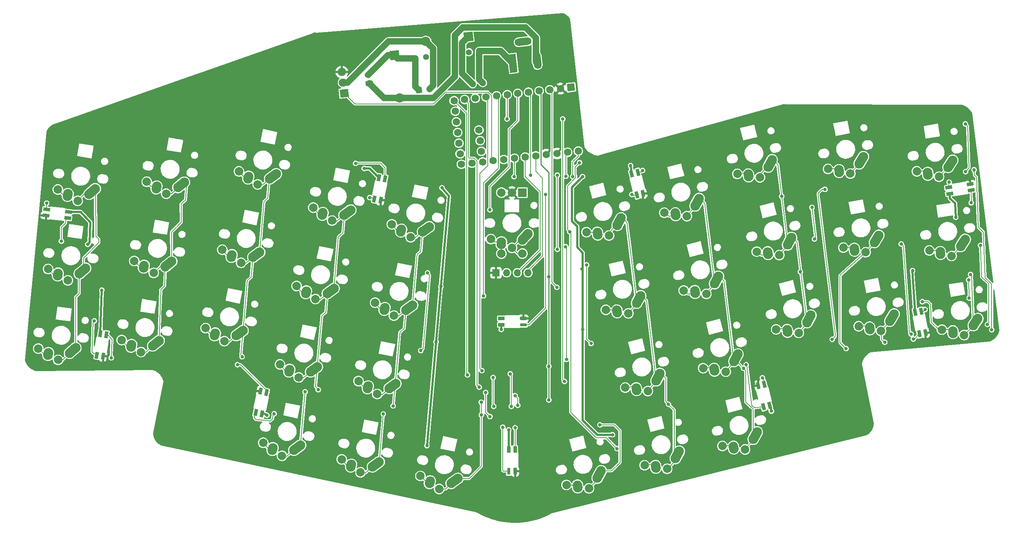
<source format=gtl>
G04 #@! TF.GenerationSoftware,KiCad,Pcbnew,(7.0.0-0)*
G04 #@! TF.CreationDate,2023-03-04T10:35:23+00:00*
G04 #@! TF.ProjectId,LeChiffre,4c654368-6966-4667-9265-2e6b69636164,rev?*
G04 #@! TF.SameCoordinates,Original*
G04 #@! TF.FileFunction,Copper,L1,Top*
G04 #@! TF.FilePolarity,Positive*
%FSLAX46Y46*%
G04 Gerber Fmt 4.6, Leading zero omitted, Abs format (unit mm)*
G04 Created by KiCad (PCBNEW (7.0.0-0)) date 2023-03-04 10:35:23*
%MOMM*%
%LPD*%
G01*
G04 APERTURE LIST*
G04 Aperture macros list*
%AMRoundRect*
0 Rectangle with rounded corners*
0 $1 Rounding radius*
0 $2 $3 $4 $5 $6 $7 $8 $9 X,Y pos of 4 corners*
0 Add a 4 corners polygon primitive as box body*
4,1,4,$2,$3,$4,$5,$6,$7,$8,$9,$2,$3,0*
0 Add four circle primitives for the rounded corners*
1,1,$1+$1,$2,$3*
1,1,$1+$1,$4,$5*
1,1,$1+$1,$6,$7*
1,1,$1+$1,$8,$9*
0 Add four rect primitives between the rounded corners*
20,1,$1+$1,$2,$3,$4,$5,0*
20,1,$1+$1,$4,$5,$6,$7,0*
20,1,$1+$1,$6,$7,$8,$9,0*
20,1,$1+$1,$8,$9,$2,$3,0*%
%AMHorizOval*
0 Thick line with rounded ends*
0 $1 width*
0 $2 $3 position (X,Y) of the first rounded end (center of the circle)*
0 $4 $5 position (X,Y) of the second rounded end (center of the circle)*
0 Add line between two ends*
20,1,$1,$2,$3,$4,$5,0*
0 Add two circle primitives to create the rounded ends*
1,1,$1,$2,$3*
1,1,$1,$4,$5*%
%AMRotRect*
0 Rectangle, with rotation*
0 The origin of the aperture is its center*
0 $1 length*
0 $2 width*
0 $3 Rotation angle, in degrees counterclockwise*
0 Add horizontal line*
21,1,$1,$2,0,0,$3*%
G04 Aperture macros list end*
G04 #@! TA.AperFunction,ComponentPad*
%ADD10HorizOval,2.250000X-0.054968X-0.285445X0.054968X0.285445X0*%
G04 #@! TD*
G04 #@! TA.AperFunction,ComponentPad*
%ADD11C,2.250000*%
G04 #@! TD*
G04 #@! TA.AperFunction,ComponentPad*
%ADD12C,2.000000*%
G04 #@! TD*
G04 #@! TA.AperFunction,ComponentPad*
%ADD13HorizOval,2.250000X-0.739078X-0.644739X0.739078X0.644739X0*%
G04 #@! TD*
G04 #@! TA.AperFunction,ComponentPad*
%ADD14HorizOval,2.250000X-0.064896X-0.283352X0.064896X0.283352X0*%
G04 #@! TD*
G04 #@! TA.AperFunction,ComponentPad*
%ADD15HorizOval,2.250000X-0.761129X-0.618553X0.761129X0.618553X0*%
G04 #@! TD*
G04 #@! TA.AperFunction,ComponentPad*
%ADD16HorizOval,2.250000X-0.079637X-0.279568X0.079637X0.279568X0*%
G04 #@! TD*
G04 #@! TA.AperFunction,ComponentPad*
%ADD17HorizOval,2.250000X-0.792459X-0.577871X0.792459X0.577871X0*%
G04 #@! TD*
G04 #@! TA.AperFunction,ComponentPad*
%ADD18HorizOval,2.250000X0.050977X-0.286184X-0.050977X0.286184X0*%
G04 #@! TD*
G04 #@! TA.AperFunction,ComponentPad*
%ADD19HorizOval,2.250000X-0.458935X-0.866778X0.458935X0.866778X0*%
G04 #@! TD*
G04 #@! TA.AperFunction,ComponentPad*
%ADD20HorizOval,2.250000X0.035930X-0.288460X-0.035930X0.288460X0*%
G04 #@! TD*
G04 #@! TA.AperFunction,ComponentPad*
%ADD21HorizOval,2.250000X-0.503670X-0.841571X0.503670X0.841571X0*%
G04 #@! TD*
G04 #@! TA.AperFunction,ComponentPad*
%ADD22HorizOval,2.250000X0.025841X-0.289538X-0.025841X0.289538X0*%
G04 #@! TD*
G04 #@! TA.AperFunction,ComponentPad*
%ADD23HorizOval,2.250000X-0.532734X-0.823481X0.532734X0.823481X0*%
G04 #@! TD*
G04 #@! TA.AperFunction,ComponentPad*
%ADD24R,1.700000X1.700000*%
G04 #@! TD*
G04 #@! TA.AperFunction,ComponentPad*
%ADD25O,1.700000X1.700000*%
G04 #@! TD*
G04 #@! TA.AperFunction,ComponentPad*
%ADD26R,2.000000X2.000000*%
G04 #@! TD*
G04 #@! TA.AperFunction,ComponentPad*
%ADD27HorizOval,2.250000X-0.019771X-0.290016X0.019771X0.290016X0*%
G04 #@! TD*
G04 #@! TA.AperFunction,ComponentPad*
%ADD28HorizOval,2.250000X-0.654995X-0.730004X0.654995X0.730004X0*%
G04 #@! TD*
G04 #@! TA.AperFunction,SMDPad,CuDef*
%ADD29RotRect,1.622000X0.820000X104.000000*%
G04 #@! TD*
G04 #@! TA.AperFunction,SMDPad,CuDef*
%ADD30RoundRect,0.205000X0.345515X-0.538405X0.052306X0.637593X-0.345515X0.538405X-0.052306X-0.637593X0*%
G04 #@! TD*
G04 #@! TA.AperFunction,SMDPad,CuDef*
%ADD31RotRect,1.622000X0.803000X104.000000*%
G04 #@! TD*
G04 #@! TA.AperFunction,SMDPad,CuDef*
%ADD32R,1.622000X0.820000*%
G04 #@! TD*
G04 #@! TA.AperFunction,SMDPad,CuDef*
%ADD33RoundRect,0.205000X-0.606000X-0.205000X0.606000X-0.205000X0.606000X0.205000X-0.606000X0.205000X0*%
G04 #@! TD*
G04 #@! TA.AperFunction,SMDPad,CuDef*
%ADD34R,1.622000X0.803000*%
G04 #@! TD*
G04 #@! TA.AperFunction,ComponentPad*
%ADD35RotRect,2.200000X2.200000X276.500000*%
G04 #@! TD*
G04 #@! TA.AperFunction,ComponentPad*
%ADD36HorizOval,2.200000X0.000000X0.000000X0.000000X0.000000X0*%
G04 #@! TD*
G04 #@! TA.AperFunction,SMDPad,CuDef*
%ADD37RotRect,1.622000X0.820000X173.000000*%
G04 #@! TD*
G04 #@! TA.AperFunction,SMDPad,CuDef*
%ADD38RoundRect,0.205000X0.626466X0.129619X-0.576500X0.277325X-0.626466X-0.129619X0.576500X-0.277325X0*%
G04 #@! TD*
G04 #@! TA.AperFunction,SMDPad,CuDef*
%ADD39RotRect,1.622000X0.803000X173.000000*%
G04 #@! TD*
G04 #@! TA.AperFunction,SMDPad,CuDef*
%ADD40RotRect,1.622000X0.820000X9.000000*%
G04 #@! TD*
G04 #@! TA.AperFunction,SMDPad,CuDef*
%ADD41RoundRect,0.205000X-0.566470X-0.297275X0.630608X-0.107677X0.566470X0.297275X-0.630608X0.107677X0*%
G04 #@! TD*
G04 #@! TA.AperFunction,SMDPad,CuDef*
%ADD42RotRect,1.622000X0.803000X9.000000*%
G04 #@! TD*
G04 #@! TA.AperFunction,ComponentPad*
%ADD43RotRect,4.400000X1.800000X96.500000*%
G04 #@! TD*
G04 #@! TA.AperFunction,ComponentPad*
%ADD44HorizOval,1.800000X-0.124524X1.092929X0.124524X-1.092929X0*%
G04 #@! TD*
G04 #@! TA.AperFunction,ComponentPad*
%ADD45HorizOval,1.800000X-1.092929X-0.124524X1.092929X0.124524X0*%
G04 #@! TD*
G04 #@! TA.AperFunction,SMDPad,CuDef*
%ADD46RotRect,1.622000X0.820000X258.000000*%
G04 #@! TD*
G04 #@! TA.AperFunction,SMDPad,CuDef*
%ADD47RoundRect,0.205000X-0.074526X0.635379X-0.326515X-0.550136X0.074526X-0.635379X0.326515X0.550136X0*%
G04 #@! TD*
G04 #@! TA.AperFunction,SMDPad,CuDef*
%ADD48RotRect,1.622000X0.803000X258.000000*%
G04 #@! TD*
G04 #@! TA.AperFunction,SMDPad,CuDef*
%ADD49R,0.820000X1.622000*%
G04 #@! TD*
G04 #@! TA.AperFunction,SMDPad,CuDef*
%ADD50RoundRect,0.205000X-0.205000X0.606000X-0.205000X-0.606000X0.205000X-0.606000X0.205000X0.606000X0*%
G04 #@! TD*
G04 #@! TA.AperFunction,SMDPad,CuDef*
%ADD51R,0.803000X1.622000*%
G04 #@! TD*
G04 #@! TA.AperFunction,ComponentPad*
%ADD52RoundRect,0.250000X0.660604X-0.276998X0.581361X0.418502X-0.660604X0.276998X-0.581361X-0.418502X0*%
G04 #@! TD*
G04 #@! TA.AperFunction,ComponentPad*
%ADD53HorizOval,1.200000X0.273232X0.031131X-0.273232X-0.031131X0*%
G04 #@! TD*
G04 #@! TA.AperFunction,ComponentPad*
%ADD54RotRect,1.905000X2.000000X96.500000*%
G04 #@! TD*
G04 #@! TA.AperFunction,ComponentPad*
%ADD55HorizOval,1.905000X0.047195X0.005377X-0.047195X-0.005377X0*%
G04 #@! TD*
G04 #@! TA.AperFunction,SMDPad,CuDef*
%ADD56RotRect,1.622000X0.820000X281.000000*%
G04 #@! TD*
G04 #@! TA.AperFunction,SMDPad,CuDef*
%ADD57RoundRect,0.205000X-0.316864X0.555750X-0.085603X-0.633982X0.316864X-0.555750X0.085603X0.633982X0*%
G04 #@! TD*
G04 #@! TA.AperFunction,SMDPad,CuDef*
%ADD58RotRect,1.622000X0.803000X281.000000*%
G04 #@! TD*
G04 #@! TA.AperFunction,SMDPad,CuDef*
%ADD59RotRect,1.622000X0.820000X284.000000*%
G04 #@! TD*
G04 #@! TA.AperFunction,SMDPad,CuDef*
%ADD60RoundRect,0.205000X-0.345515X0.538405X-0.052306X-0.637593X0.345515X-0.538405X0.052306X0.637593X0*%
G04 #@! TD*
G04 #@! TA.AperFunction,SMDPad,CuDef*
%ADD61RotRect,1.622000X0.803000X284.000000*%
G04 #@! TD*
G04 #@! TA.AperFunction,SMDPad,CuDef*
%ADD62RotRect,1.622000X0.820000X261.000000*%
G04 #@! TD*
G04 #@! TA.AperFunction,SMDPad,CuDef*
%ADD63RoundRect,0.205000X-0.107677X0.630608X-0.297275X-0.566470X0.107677X-0.630608X0.297275X0.566470X0*%
G04 #@! TD*
G04 #@! TA.AperFunction,SMDPad,CuDef*
%ADD64RotRect,1.622000X0.803000X261.000000*%
G04 #@! TD*
G04 #@! TA.AperFunction,ComponentPad*
%ADD65RotRect,1.400000X1.400000X96.500000*%
G04 #@! TD*
G04 #@! TA.AperFunction,ComponentPad*
%ADD66C,1.400000*%
G04 #@! TD*
G04 #@! TA.AperFunction,SMDPad,CuDef*
%ADD67RotRect,1.622000X0.820000X78.000000*%
G04 #@! TD*
G04 #@! TA.AperFunction,SMDPad,CuDef*
%ADD68RoundRect,0.205000X0.074526X-0.635379X0.326515X0.550136X-0.074526X0.635379X-0.326515X-0.550136X0*%
G04 #@! TD*
G04 #@! TA.AperFunction,SMDPad,CuDef*
%ADD69RotRect,1.622000X0.803000X78.000000*%
G04 #@! TD*
G04 #@! TA.AperFunction,ComponentPad*
%ADD70RotRect,2.200000X2.200000X186.500000*%
G04 #@! TD*
G04 #@! TA.AperFunction,ComponentPad*
%ADD71HorizOval,2.200000X0.000000X0.000000X0.000000X0.000000X0*%
G04 #@! TD*
G04 #@! TA.AperFunction,ComponentPad*
%ADD72C,1.752600*%
G04 #@! TD*
G04 #@! TA.AperFunction,ComponentPad*
%ADD73RotRect,1.752600X1.752600X186.500000*%
G04 #@! TD*
G04 #@! TA.AperFunction,ViaPad*
%ADD74C,0.800000*%
G04 #@! TD*
G04 #@! TA.AperFunction,Conductor*
%ADD75C,0.500000*%
G04 #@! TD*
G04 #@! TA.AperFunction,Conductor*
%ADD76C,0.250000*%
G04 #@! TD*
G04 #@! TA.AperFunction,Conductor*
%ADD77C,1.500000*%
G04 #@! TD*
G04 #@! TA.AperFunction,Conductor*
%ADD78C,0.200000*%
G04 #@! TD*
G04 APERTURE END LIST*
D10*
X39306405Y-73089382D03*
D11*
X39250988Y-73374740D03*
D12*
X36965317Y-71804483D03*
D13*
X45124125Y-72272281D03*
D11*
X44385039Y-72917012D03*
D12*
X41672122Y-74498176D03*
D10*
X36984795Y-91997386D03*
D11*
X36929378Y-92282744D03*
D12*
X34643707Y-90712487D03*
D13*
X42802515Y-91180285D03*
D11*
X42063429Y-91825016D03*
D12*
X39350512Y-93406180D03*
D10*
X34663184Y-110905392D03*
D11*
X34607767Y-111190750D03*
D12*
X32322096Y-109620493D03*
D13*
X40480904Y-110088291D03*
D11*
X39741818Y-110733022D03*
D12*
X37028901Y-112314186D03*
D14*
X60371348Y-71331072D03*
D11*
X60306006Y-71614323D03*
D12*
X58076528Y-69965253D03*
D15*
X66214040Y-70717506D03*
D11*
X65452904Y-71336050D03*
D12*
X62686458Y-72821571D03*
D14*
X57391272Y-90146534D03*
D11*
X57325930Y-90429785D03*
D12*
X55096452Y-88780715D03*
D15*
X63233964Y-89532968D03*
D11*
X62472828Y-90151512D03*
D12*
X59706382Y-91637033D03*
D14*
X54411194Y-108961998D03*
D11*
X54345852Y-109245249D03*
D12*
X52116374Y-107596179D03*
D15*
X60253886Y-108348432D03*
D11*
X59492750Y-108966976D03*
D12*
X56726304Y-110452497D03*
D16*
X78205625Y-87611727D03*
D11*
X78125549Y-87891169D03*
D12*
X75985433Y-86127677D03*
D17*
X84072422Y-87304783D03*
D11*
X83279957Y-87882645D03*
D12*
X80439556Y-89221346D03*
D16*
X74244907Y-106245441D03*
D11*
X74164831Y-106524883D03*
D12*
X72024715Y-104761391D03*
D17*
X80111704Y-105938497D03*
D11*
X79319239Y-106516359D03*
D12*
X76478838Y-107855060D03*
D16*
X99809874Y-77597160D03*
D11*
X99729798Y-77876602D03*
D12*
X97589682Y-76113110D03*
D17*
X105676671Y-77290216D03*
D11*
X104884206Y-77868078D03*
D12*
X102043805Y-79206779D03*
D16*
X95849157Y-96230873D03*
D11*
X95769081Y-96510315D03*
D12*
X93628965Y-94746823D03*
D17*
X101715954Y-95923929D03*
D11*
X100923489Y-96501791D03*
D12*
X98083088Y-97840492D03*
D16*
X91888439Y-114864584D03*
D11*
X91808363Y-115144026D03*
D12*
X89668247Y-113380534D03*
D17*
X97755236Y-114557640D03*
D11*
X96962771Y-115135502D03*
D12*
X94122370Y-116474203D03*
D16*
X118443586Y-81557878D03*
D11*
X118363510Y-81837320D03*
D12*
X116223394Y-80073828D03*
D17*
X124310383Y-81250934D03*
D11*
X123517918Y-81828796D03*
D12*
X120677517Y-83167497D03*
D16*
X114482869Y-100191591D03*
D11*
X114402793Y-100471033D03*
D12*
X112262677Y-98707541D03*
D17*
X120349666Y-99884647D03*
D11*
X119557201Y-100462509D03*
D12*
X116716800Y-101801210D03*
D16*
X110522152Y-118825303D03*
D11*
X110442076Y-119104745D03*
D12*
X108301960Y-117341253D03*
D17*
X116388949Y-118518359D03*
D11*
X115596484Y-119096221D03*
D12*
X112756083Y-120434922D03*
D16*
X106559144Y-137446287D03*
D11*
X106479068Y-137725729D03*
D12*
X104338952Y-135962237D03*
D17*
X112425941Y-137139343D03*
D11*
X111633476Y-137717205D03*
D12*
X108793075Y-139055906D03*
D18*
X165042216Y-82292227D03*
D11*
X165092743Y-82578492D03*
D12*
X162396156Y-81931641D03*
D19*
X170180703Y-79444514D03*
D11*
X169721758Y-80311286D03*
D12*
X167755670Y-82759653D03*
D18*
X169650829Y-100776362D03*
D11*
X169701356Y-101062627D03*
D12*
X167004769Y-100415776D03*
D19*
X174789316Y-97928649D03*
D11*
X174330371Y-98795421D03*
D12*
X172364283Y-101243788D03*
D18*
X174259438Y-119260495D03*
D11*
X174309965Y-119546760D03*
D12*
X171613378Y-118899909D03*
D19*
X179397925Y-116412782D03*
D11*
X178938980Y-117279554D03*
D12*
X176972892Y-119727921D03*
D18*
X178840120Y-137735486D03*
D11*
X178890647Y-138021751D03*
D12*
X176194060Y-137374900D03*
D19*
X183978607Y-134887773D03*
D11*
X183519662Y-135754545D03*
D12*
X181553574Y-138202912D03*
D18*
X183526349Y-77683617D03*
D11*
X183576876Y-77969882D03*
D12*
X180880289Y-77323031D03*
D19*
X188664836Y-74835904D03*
D11*
X188205891Y-75702676D03*
D12*
X186239803Y-78151043D03*
D18*
X188134961Y-96167750D03*
D11*
X188185488Y-96454015D03*
D12*
X185488901Y-95807164D03*
D19*
X193273448Y-93320037D03*
D11*
X192814503Y-94186809D03*
D12*
X190848415Y-96635176D03*
D18*
X192743573Y-114651883D03*
D11*
X192794100Y-114938148D03*
D12*
X190097513Y-114291297D03*
D19*
X197882060Y-111804170D03*
D11*
X197423115Y-112670942D03*
D12*
X195457027Y-115119309D03*
D18*
X197318942Y-133149300D03*
D11*
X197369469Y-133435565D03*
D12*
X194672882Y-132788714D03*
D19*
X202457429Y-130301587D03*
D11*
X201998484Y-131168359D03*
D12*
X200032396Y-133616726D03*
D18*
X200858330Y-68453970D03*
D11*
X200908857Y-68740235D03*
D12*
X198212270Y-68093384D03*
D19*
X205996817Y-65606257D03*
D11*
X205537872Y-66473029D03*
D12*
X203571784Y-68921396D03*
D18*
X205466942Y-86938104D03*
D11*
X205517469Y-87224369D03*
D12*
X202820882Y-86577518D03*
D19*
X210605429Y-84090391D03*
D11*
X210146484Y-84957163D03*
D12*
X208180396Y-87405530D03*
D18*
X210075553Y-105422238D03*
D11*
X210126080Y-105708503D03*
D12*
X207429493Y-105061652D03*
D19*
X215214040Y-102574525D03*
D11*
X214755095Y-103441297D03*
D12*
X212789007Y-105889664D03*
D20*
X222357274Y-67420303D03*
D11*
X222392749Y-67708820D03*
D12*
X219733710Y-66921727D03*
D21*
X227637755Y-64845420D03*
D11*
X227134076Y-65686985D03*
D12*
X225042545Y-68029099D03*
D20*
X225992184Y-86120298D03*
D11*
X226027659Y-86408815D03*
D12*
X223368620Y-85621722D03*
D21*
X231272665Y-83545415D03*
D11*
X230768986Y-84386980D03*
D12*
X228677455Y-86729094D03*
D20*
X229627098Y-104820296D03*
D11*
X229662573Y-105108813D03*
D12*
X227003534Y-104321720D03*
D21*
X234907579Y-102245413D03*
D11*
X234403900Y-103086978D03*
D12*
X232312369Y-105429092D03*
D22*
X243408563Y-68081655D03*
D11*
X243433948Y-68371234D03*
D12*
X240803998Y-67491822D03*
D23*
X248775690Y-65692627D03*
D11*
X248242948Y-66516101D03*
D12*
X246070952Y-68783795D03*
D22*
X246388641Y-86897116D03*
D11*
X246414026Y-87186695D03*
D12*
X243784076Y-86307283D03*
D23*
X251755768Y-84508088D03*
D11*
X251223026Y-85331562D03*
D12*
X249051030Y-87599256D03*
D22*
X249368718Y-105712581D03*
D11*
X249394103Y-106002160D03*
D12*
X246764153Y-105122748D03*
D23*
X254735845Y-103323553D03*
D11*
X254203103Y-104147027D03*
D12*
X252031107Y-106414721D03*
D24*
X140927270Y-91597222D03*
D25*
X143467270Y-91597222D03*
X146007270Y-91597222D03*
X148547270Y-91597222D03*
D16*
X87916663Y-133495539D03*
D11*
X87836587Y-133774981D03*
D12*
X85696471Y-132011489D03*
D17*
X93783460Y-133188595D03*
D11*
X92990995Y-133766457D03*
D12*
X90150594Y-135105158D03*
D16*
X82166342Y-68978015D03*
D11*
X82086266Y-69257457D03*
D12*
X79946150Y-67493965D03*
D17*
X88033139Y-68671071D03*
D11*
X87240674Y-69248933D03*
D12*
X84400273Y-70587634D03*
D26*
X147227272Y-72537223D03*
D12*
X142227273Y-72537224D03*
X144727273Y-72537224D03*
X142227273Y-87037224D03*
X147227273Y-87037224D03*
D27*
X142207500Y-84577239D03*
D11*
X142187272Y-84867224D03*
D12*
X139727272Y-83587224D03*
D28*
X147882276Y-83057227D03*
D11*
X147227272Y-83787224D03*
D12*
X144727272Y-85687224D03*
D29*
X205866072Y-123099664D03*
X204410628Y-123462547D03*
D30*
X203157957Y-118438357D03*
D31*
X204605152Y-118077529D03*
D32*
X142235449Y-103965926D03*
X142235449Y-102465926D03*
D33*
X147413450Y-102465927D03*
D34*
X147413449Y-103957426D03*
D16*
X125232286Y-141400118D03*
D11*
X125152210Y-141679560D03*
D12*
X123012094Y-139916068D03*
D17*
X131099083Y-141093174D03*
D11*
X130306618Y-141671036D03*
D12*
X127466217Y-143009737D03*
D35*
X116899999Y-39919999D03*
D36*
X118050144Y-50014689D03*
D37*
X39479579Y-77125558D03*
X39296775Y-78614377D03*
D38*
X34157372Y-77983339D03*
D39*
X34339139Y-76502955D03*
D40*
X248588503Y-72814588D03*
X248353851Y-71333056D03*
D41*
X253468102Y-70523039D03*
D42*
X253701423Y-71996175D03*
D18*
X160297951Y-142396903D03*
D11*
X160348478Y-142683168D03*
D12*
X157651891Y-142036317D03*
D19*
X165436438Y-139549190D03*
D11*
X164977493Y-140415962D03*
D12*
X163011405Y-142864329D03*
D43*
X144949999Y-41799999D03*
D44*
X150712716Y-41143420D03*
D45*
X147387339Y-36691244D03*
D46*
X113158125Y-68983193D03*
X114625346Y-69295061D03*
D47*
X113548780Y-74359910D03*
D48*
X112089872Y-74049809D03*
D49*
X143977270Y-133608222D03*
X145477270Y-133608222D03*
D50*
X145477271Y-138786223D03*
D51*
X143985770Y-138786222D03*
D52*
X110850000Y-46550000D03*
D53*
X110623593Y-44562855D03*
D54*
X104926461Y-48916695D03*
D55*
X104638925Y-46393022D03*
X104351389Y-43869350D03*
D56*
X240396841Y-101031709D03*
X241869282Y-100745495D03*
D57*
X242857292Y-105828362D03*
D58*
X241393194Y-106112953D03*
D59*
X173140996Y-68086983D03*
X174596440Y-67724100D03*
D60*
X175849113Y-72748292D03*
D61*
X174401916Y-73109118D03*
D62*
X47011755Y-106105285D03*
X48493287Y-106339937D03*
D63*
X47683270Y-111454188D03*
D64*
X46210132Y-111220865D03*
D65*
X122676326Y-48187535D03*
D66*
X125200000Y-47900000D03*
X135394047Y-46738535D03*
X137818362Y-46462319D03*
X136955754Y-38891301D03*
X134531438Y-39167517D03*
X124337391Y-40328982D03*
X121813719Y-40616518D03*
D67*
X85420651Y-125109963D03*
X83953430Y-124798095D03*
D68*
X85029998Y-119733248D03*
D69*
X86488904Y-120043347D03*
D70*
X134379999Y-35449999D03*
D71*
X124285309Y-36600144D03*
D72*
X160470625Y-62666599D03*
X157946953Y-62954135D03*
X155423280Y-63241671D03*
X152899608Y-63529207D03*
X150375935Y-63816743D03*
X147852263Y-64104279D03*
X145328590Y-64391816D03*
X142804918Y-64679352D03*
X140281245Y-64966888D03*
X137757573Y-65254424D03*
X135233900Y-65541960D03*
X132710228Y-65829496D03*
X130985011Y-50687461D03*
X133508683Y-50399925D03*
X136032356Y-50112389D03*
X138556028Y-49824853D03*
X141079701Y-49537317D03*
X143603373Y-49249781D03*
X146127046Y-48962244D03*
X148650718Y-48674708D03*
X151174391Y-48387172D03*
X153698063Y-48099636D03*
X156221736Y-47812100D03*
D73*
X158745407Y-47524563D03*
D72*
X137470037Y-62730752D03*
X132422692Y-63305824D03*
X137182500Y-60207079D03*
X132135155Y-60782151D03*
X136894964Y-57683407D03*
X131847619Y-58258479D03*
X131560083Y-55734806D03*
X131272547Y-53211134D03*
D74*
X88736199Y-122781356D03*
X126652677Y-74084691D03*
X237101260Y-94365898D03*
X193309980Y-123209862D03*
X57539600Y-79312721D03*
X187442584Y-68027152D03*
X179309604Y-107143322D03*
X168954704Y-72728300D03*
X151873269Y-126752697D03*
X107863338Y-70273589D03*
X82285165Y-98887188D03*
X184222316Y-85568353D03*
X201522742Y-76406672D03*
X115241052Y-89404398D03*
X202021665Y-117864947D03*
X176907076Y-73927085D03*
X116531275Y-70596892D03*
X253212180Y-69442012D03*
X36812345Y-81172606D03*
X174806622Y-127784957D03*
X243385603Y-75949865D03*
X243234639Y-107431883D03*
X226690576Y-58186537D03*
X96462782Y-85466780D03*
X197828439Y-102694281D03*
X78979672Y-76925525D03*
X94413717Y-63045254D03*
X62248225Y-100953234D03*
X217048387Y-94576450D03*
X107387954Y-126707907D03*
X257095531Y-95158323D03*
X204743010Y-58865470D03*
X80443717Y-60505254D03*
X222665657Y-75272921D03*
X42019346Y-103016606D03*
X148852400Y-102443309D03*
X118557614Y-111239545D03*
X248126867Y-58882999D03*
X100032377Y-107324063D03*
X153468717Y-121846254D03*
X153468717Y-113845253D03*
X153468717Y-92509254D03*
X255919462Y-85105069D03*
X181864000Y-122852980D03*
X140260717Y-116512254D03*
X140387717Y-123370254D03*
X257556000Y-103886000D03*
X139498717Y-76634253D03*
X137974717Y-97081254D03*
X258572000Y-105156000D03*
X254401626Y-67113081D03*
X137472271Y-125380438D03*
X98748334Y-119397708D03*
X137422400Y-122382309D03*
X143562717Y-55044254D03*
X157179772Y-117429309D03*
X156770717Y-55044254D03*
X95645520Y-119891158D03*
X208729372Y-73415720D03*
X157470153Y-85397254D03*
X213165346Y-91367278D03*
X253557511Y-91999615D03*
X157659717Y-112194254D03*
X114214436Y-125176733D03*
X218998242Y-71772274D03*
X80692746Y-111571278D03*
X145467717Y-120830254D03*
X220726000Y-107442000D03*
X146102717Y-123116253D03*
X237093694Y-84765650D03*
X239467566Y-106180168D03*
X216494194Y-83587690D03*
X149150717Y-68379253D03*
X155500717Y-68379253D03*
X215916413Y-76070691D03*
X155500717Y-86032254D03*
X233188251Y-108125985D03*
X144324717Y-115623253D03*
X144578717Y-123370254D03*
X199666541Y-114315507D03*
X224028000Y-109624525D03*
X165608000Y-127762000D03*
X139498717Y-125783254D03*
X116514472Y-123246776D03*
X138482717Y-120068254D03*
X242112147Y-98483944D03*
X157532717Y-68633254D03*
X159146217Y-68760254D03*
X155373717Y-95049254D03*
X134167238Y-115884731D03*
X169660217Y-133403254D03*
X160766771Y-65419158D03*
X158421717Y-81841254D03*
X110975855Y-73727825D03*
X107621717Y-65585254D03*
X128119352Y-71390323D03*
X161491271Y-105060223D03*
X86573537Y-125482675D03*
X142187748Y-105060223D03*
X239792047Y-91089132D03*
X161491271Y-68738223D03*
X250032685Y-78398343D03*
X124550366Y-132696021D03*
X127859930Y-94867520D03*
X172875763Y-66105074D03*
X161364271Y-90709223D03*
X47408273Y-95727961D03*
X44051178Y-84840153D03*
X109681998Y-66803516D03*
X206291840Y-124506044D03*
X143943717Y-128958254D03*
X168581717Y-130101253D03*
X126708778Y-108025258D03*
X136958717Y-118798254D03*
X137593718Y-114861254D03*
X34307583Y-75052384D03*
X37801074Y-84088422D03*
X145213717Y-68760253D03*
X124707853Y-91629769D03*
X123091810Y-110101210D03*
X45628132Y-103036286D03*
X79601836Y-113452859D03*
X49642109Y-111817723D03*
X88304453Y-125113213D03*
X142546717Y-128323254D03*
X145467717Y-128450253D03*
X253224067Y-97624710D03*
X253073371Y-93309339D03*
X242751797Y-100348868D03*
X200310248Y-113460869D03*
X239990583Y-107351592D03*
X204166806Y-116577925D03*
X163501717Y-108412309D03*
X162441400Y-89743309D03*
X253725126Y-74965388D03*
X252384160Y-67564765D03*
X252307620Y-56207431D03*
X248470932Y-70065772D03*
X152706717Y-72951254D03*
X175708612Y-67292689D03*
X173207329Y-72973865D03*
D75*
X148852400Y-102443309D02*
X147436069Y-102443309D01*
D76*
X151577235Y-65852771D02*
X151577235Y-48790016D01*
X153468717Y-67744254D02*
X151577235Y-65852771D01*
X153468717Y-121846254D02*
X153468717Y-113845253D01*
D77*
X132881438Y-36948562D02*
X132881438Y-44225926D01*
D76*
X153468717Y-113845253D02*
X153468717Y-67744254D01*
D77*
X132881438Y-44225926D02*
X135394047Y-46738535D01*
X134380000Y-35450000D02*
X132881438Y-36948562D01*
D78*
X249110297Y-87597187D02*
X251223026Y-85331562D01*
X140387717Y-123370254D02*
X140260717Y-123243253D01*
X167703612Y-82335679D02*
X170639639Y-78577736D01*
X257888576Y-103553424D02*
X257888576Y-94185881D01*
X257888576Y-94185881D02*
X256180963Y-92593506D01*
X181864000Y-122852980D02*
X181204026Y-122193006D01*
X178978299Y-117229228D02*
X176635099Y-98145395D01*
X171976164Y-79621945D02*
X174330370Y-98795420D01*
X181204026Y-116598526D02*
X179856862Y-115546006D01*
X172423143Y-101236559D02*
X174330370Y-98795420D01*
X183225586Y-136582533D02*
X181612435Y-138195684D01*
X181204026Y-122193006D02*
X181204026Y-116598526D01*
X256180963Y-92593506D02*
X255919462Y-85105069D01*
X140260717Y-123243253D02*
X140260717Y-116512254D01*
X177031753Y-119720694D02*
X178938982Y-117279555D01*
X170639639Y-78577736D02*
X171976164Y-79621945D01*
X183225586Y-124214566D02*
X183225586Y-136582533D01*
X176635099Y-98145395D02*
X175248252Y-97061872D01*
X181864000Y-122852980D02*
X183225586Y-124214566D01*
X257556000Y-103886000D02*
X257888576Y-103553424D01*
X139498717Y-71046254D02*
X144070717Y-66474254D01*
X139498717Y-76634253D02*
X139498717Y-71046254D01*
X144070717Y-57457254D02*
X146127046Y-55400925D01*
X144070717Y-66474254D02*
X144070717Y-57457254D01*
X146127046Y-55400925D02*
X146127046Y-48962243D01*
X141530717Y-66728254D02*
X137974717Y-70284253D01*
X141530717Y-49988332D02*
X141530717Y-66728254D01*
X137974717Y-70284253D02*
X137974717Y-97081254D01*
X127466217Y-143009737D02*
X129004271Y-142996313D01*
X254401626Y-67113081D02*
X254445949Y-68382308D01*
X95249817Y-116572843D02*
X96962771Y-115135502D01*
X98680034Y-112191203D02*
X98115526Y-118643556D01*
X102043806Y-79206780D02*
X103171253Y-79305418D01*
X103171253Y-79305418D02*
X104884207Y-77868079D01*
X134566695Y-140515305D02*
X137472271Y-137609729D01*
X99210535Y-97939130D02*
X100923489Y-96501791D01*
X255387997Y-80802996D02*
X256589327Y-81923254D01*
X254971368Y-68872268D02*
X255387997Y-80802996D01*
X258572000Y-94296475D02*
X258572000Y-105156000D01*
X256589327Y-81923254D02*
X256968510Y-92781632D01*
X99586711Y-101827831D02*
X98680034Y-112191203D01*
X98083088Y-97840492D02*
X99210535Y-97939130D01*
X100923489Y-96501791D02*
X100526513Y-101039245D01*
X100526513Y-101039245D02*
X99586711Y-101827831D01*
X94122370Y-116474203D02*
X95249817Y-116572843D01*
X258282077Y-94006552D02*
X258572000Y-94296475D01*
X137472271Y-137609729D02*
X137472271Y-122432180D01*
X104625013Y-82125978D02*
X103524329Y-83049561D01*
X104986831Y-77990381D02*
X104625013Y-82125978D01*
X129004271Y-142996313D02*
X130306619Y-141671036D01*
X131891542Y-140515305D02*
X134566695Y-140515305D01*
X254445949Y-68382308D02*
X254971368Y-68872268D01*
X103524329Y-83049561D02*
X102454180Y-95281425D01*
X256968510Y-92781632D02*
X258282077Y-94006552D01*
X137472271Y-122432180D02*
X137422400Y-122382309D01*
X98680034Y-112191203D02*
X98525833Y-113953716D01*
X248183682Y-66518170D02*
X246070953Y-68783794D01*
X98115526Y-118643556D02*
X98748334Y-119397708D01*
X143603373Y-55003597D02*
X143603373Y-49249780D01*
X157179772Y-117429309D02*
X156770653Y-117020190D01*
X156770653Y-55044318D02*
X156770717Y-55044254D01*
X156770653Y-117020190D02*
X156770653Y-55044318D01*
X143562717Y-55044254D02*
X143603373Y-55003597D01*
X66258942Y-79564744D02*
X63934146Y-81930474D01*
X59706383Y-91637031D02*
X61341765Y-90112013D01*
X62472829Y-90151511D02*
X62312430Y-94744727D01*
X65903830Y-71383983D02*
X67616784Y-69946643D01*
X94536782Y-132564085D02*
X95645520Y-119891158D01*
X91278040Y-135203798D02*
X92990994Y-133766458D01*
X63934146Y-81930474D02*
X63995094Y-88914416D01*
X67231695Y-74348239D02*
X66220821Y-75196463D01*
X56726303Y-110452496D02*
X57857368Y-110491996D01*
X90150594Y-135105159D02*
X91278040Y-135203798D01*
X61341765Y-90112013D02*
X62472829Y-90151511D01*
X64004390Y-72810068D02*
X65452904Y-71336049D01*
X61384164Y-95610349D02*
X60962893Y-107673983D01*
X67616784Y-69946643D02*
X67231695Y-74348239D01*
X62312430Y-94744727D02*
X61384164Y-95610349D01*
X66220821Y-75196463D02*
X66258942Y-79564744D01*
X62686458Y-72821569D02*
X64004390Y-72810068D01*
X57857368Y-110491996D02*
X59492750Y-108966976D01*
X43080891Y-90082817D02*
X43541593Y-90535548D01*
X43063749Y-88118574D02*
X43080891Y-90082817D01*
X45979745Y-83066169D02*
X46147488Y-83064705D01*
X42063429Y-91825016D02*
X42063428Y-96486050D01*
X41219982Y-97329496D02*
X41219982Y-109443552D01*
X46708536Y-83616045D02*
X46715400Y-84402627D01*
X45892421Y-73059837D02*
X45979745Y-83066169D01*
X42063428Y-96486050D02*
X41219982Y-97329496D01*
X41672121Y-74498176D02*
X43215901Y-72927214D01*
X37028900Y-112314185D02*
X38160653Y-112314185D01*
X46715400Y-84402627D02*
X43063749Y-88118574D01*
X38160653Y-112314185D02*
X39741818Y-110733022D01*
X46147488Y-83064705D02*
X46708536Y-83616045D01*
X43215901Y-72927214D02*
X44385039Y-72917012D01*
X210146483Y-84957163D02*
X207792276Y-65783686D01*
X146077272Y-87037225D02*
X144727272Y-85687223D01*
X212847868Y-105882436D02*
X214755095Y-103441297D01*
X212400888Y-84267821D02*
X211064364Y-83223614D01*
X147227274Y-87037225D02*
X146077272Y-87037225D01*
X254203102Y-104147027D02*
X253786359Y-92213018D01*
X214755095Y-103441297D02*
X212400888Y-84267821D01*
X157659717Y-112194254D02*
X157659717Y-85586817D01*
X207792276Y-65783686D02*
X206455753Y-64739480D01*
X252090374Y-106412651D02*
X254203102Y-104147027D01*
X157659717Y-85586817D02*
X157470153Y-85397254D01*
X208239256Y-87398302D02*
X210146483Y-84957163D01*
X253786359Y-92213018D02*
X253557511Y-91999615D01*
X203519726Y-68497423D02*
X206455753Y-64739480D01*
X146627272Y-83787224D02*
X144727272Y-85687223D01*
X81045203Y-103748548D02*
X80904164Y-105360626D01*
X225101703Y-68024961D02*
X227134077Y-65686983D01*
X87130708Y-69341207D02*
X86729147Y-73931066D01*
X81567003Y-89319984D02*
X83279957Y-87882645D01*
X84400274Y-70587634D02*
X85527720Y-70686274D01*
X221443367Y-106179772D02*
X217367954Y-72988200D01*
X80439556Y-89221344D02*
X81567003Y-89319984D01*
X146102717Y-123116253D02*
X146102717Y-121465253D01*
X80392144Y-111213034D02*
X80692746Y-111571278D01*
X217367954Y-72700046D02*
X218295726Y-71772274D01*
X86729147Y-73931066D02*
X85903634Y-74623754D01*
X77606284Y-107953697D02*
X79319240Y-106516358D01*
X108793074Y-139055906D02*
X109920521Y-139154545D01*
X82862916Y-92649436D02*
X81949169Y-93416161D01*
X85527720Y-70686274D02*
X87240675Y-69248933D01*
X109920521Y-139154545D02*
X111633475Y-137717205D01*
X218295726Y-71772274D02*
X218998242Y-71772274D01*
X81949169Y-93416161D02*
X81045203Y-103748548D01*
X83279957Y-87882645D02*
X82862916Y-92649436D01*
X113218400Y-136561473D02*
X114214436Y-125176733D01*
X217367954Y-72988200D02*
X217367954Y-72700046D01*
X85903634Y-74623754D02*
X84846646Y-86705181D01*
X81045203Y-103748548D02*
X80392144Y-111213034D01*
X221443367Y-106724633D02*
X221443367Y-106179772D01*
X146102717Y-121465253D02*
X145467717Y-120830254D01*
X76478838Y-107855059D02*
X77606284Y-107953697D01*
X220726000Y-107442000D02*
X221443367Y-106724633D01*
X239076620Y-105840323D02*
X237635892Y-85236977D01*
X237635892Y-85236977D02*
X237093694Y-84765650D01*
X239467566Y-106180168D02*
X239076620Y-105840323D01*
X216792503Y-83205873D02*
X216494194Y-83587690D01*
X155500717Y-86032254D02*
X155500717Y-68379253D01*
X149150717Y-68379253D02*
X149150717Y-49174706D01*
X215916413Y-76070691D02*
X216792503Y-83205873D01*
X200091257Y-133609498D02*
X201998484Y-131168358D01*
X232371527Y-105424956D02*
X234403900Y-103086978D01*
X200228726Y-114877692D02*
X198340996Y-112989962D01*
X192814503Y-94186808D02*
X190460296Y-75013333D01*
X186298664Y-78143815D02*
X188205891Y-75702676D01*
X190907276Y-96627949D02*
X192814503Y-94186808D01*
X190460296Y-75013333D02*
X189123772Y-73969126D01*
X144578717Y-123370254D02*
X144578718Y-115877254D01*
X232456470Y-107489857D02*
X233188251Y-108125985D01*
X232312368Y-105429093D02*
X232456470Y-107489857D01*
X198340996Y-112989962D02*
X198340996Y-110937392D01*
X195515888Y-115112081D02*
X197423115Y-112670942D01*
X201998484Y-131168358D02*
X201998484Y-123937926D01*
X201998484Y-123937926D02*
X201271438Y-123369897D01*
X144578718Y-115877254D02*
X144324717Y-115623253D01*
X197423115Y-112670942D02*
X195068909Y-93497467D01*
X195068909Y-93497467D02*
X193732385Y-92453260D01*
X201271438Y-123369897D02*
X200228726Y-122327185D01*
X200228726Y-122327185D02*
X200228726Y-114877692D01*
X38535574Y-73374741D02*
X36965317Y-71804484D01*
X117844246Y-101899849D02*
X119557202Y-100462509D01*
X119557202Y-100462509D02*
X119173091Y-104852908D01*
X118111949Y-105743313D02*
X117216340Y-115980166D01*
X119173091Y-104852908D02*
X118111949Y-105743313D01*
X123105012Y-86548333D02*
X122191266Y-87315058D01*
X224028000Y-109624525D02*
X222574830Y-108171355D01*
X165608000Y-127762000D02*
X169036463Y-127762000D01*
X139498717Y-125783254D02*
X138482717Y-124767254D01*
X164977493Y-140898241D02*
X164977493Y-140415962D01*
X138482717Y-124767254D02*
X138482717Y-120068254D01*
X222574830Y-92223923D02*
X228677454Y-86729094D01*
X112756084Y-120434923D02*
X113883529Y-120533562D01*
X117216340Y-115980166D02*
X117057729Y-117793093D01*
X170359717Y-129085254D02*
X170359717Y-136705253D01*
X120677518Y-83167497D02*
X121804963Y-83266135D01*
X163011405Y-142864329D02*
X164977493Y-140898241D01*
X116585833Y-123186896D02*
X116514472Y-123246776D01*
X113883529Y-120533562D02*
X115596484Y-119096222D01*
X222574830Y-108171355D02*
X222574830Y-92223923D01*
X121804963Y-83266135D02*
X123517919Y-81828796D01*
X122191266Y-87315058D02*
X121142126Y-99306777D01*
X117216340Y-115980166D02*
X116585833Y-123186896D01*
X228736614Y-86724956D02*
X230768987Y-84386980D01*
X169036463Y-127762000D02*
X170359717Y-129085254D01*
X116716802Y-101801210D02*
X117844246Y-101899849D01*
X170359717Y-136705253D02*
X168382558Y-138682412D01*
X168382558Y-138682412D02*
X165895374Y-138682413D01*
X123517919Y-81828796D02*
X123105012Y-86548333D01*
X36213965Y-92282744D02*
X34643705Y-90712487D01*
X33892352Y-111190749D02*
X32322095Y-109620492D01*
X59040495Y-70998979D02*
X58076528Y-69965253D01*
X60436245Y-71047720D02*
X59040495Y-70998979D01*
X56060418Y-89814440D02*
X55096454Y-88780715D01*
X57456170Y-89863183D02*
X56060418Y-89814440D01*
X53630873Y-109220281D02*
X52116374Y-107596180D01*
X81373575Y-69195106D02*
X79946150Y-67493967D01*
X77412858Y-87828816D02*
X75985432Y-86127678D01*
X73452140Y-106462530D02*
X72024715Y-104761390D01*
X99017106Y-77814249D02*
X97589682Y-76113112D01*
X95056390Y-96447962D02*
X93628964Y-94746823D01*
X91095672Y-115081674D02*
X89668247Y-113380535D01*
X87123895Y-133712629D02*
X85696471Y-132011490D01*
X117650819Y-81774967D02*
X116223394Y-80073829D01*
X113690102Y-100408680D02*
X112262677Y-98707541D01*
X109729384Y-119042393D02*
X108301959Y-117341255D01*
X105766376Y-137663376D02*
X104338951Y-135962238D01*
X164916837Y-81931642D02*
X164991240Y-82006045D01*
X162396156Y-81931642D02*
X164916837Y-81931642D01*
X167004768Y-100415775D02*
X169525449Y-100415775D01*
X169525449Y-100415775D02*
X169599852Y-100490179D01*
X173228246Y-118701629D02*
X171613378Y-118899909D01*
X177808928Y-137176619D02*
X176194059Y-137374899D01*
X181962008Y-78168162D02*
X180880288Y-77323031D01*
X183576876Y-77969881D02*
X181962008Y-78168162D01*
X186570620Y-96652296D02*
X185488901Y-95807163D01*
X188185489Y-96454016D02*
X186570620Y-96652296D01*
X191712380Y-114093015D02*
X190097513Y-114291297D01*
X196287749Y-132590434D02*
X194672882Y-132788713D01*
X199827137Y-67895104D02*
X198212269Y-68093383D01*
X205517468Y-87224369D02*
X203902600Y-87422650D01*
X203902600Y-87422650D02*
X202820881Y-86577518D01*
X209044360Y-104863372D02*
X207429493Y-105061652D01*
X221356742Y-66808233D02*
X219733710Y-66921726D01*
X224991653Y-85508228D02*
X223368620Y-85621722D01*
X228626565Y-104208227D02*
X227003532Y-104321720D01*
X242430003Y-67435040D02*
X240803999Y-67491821D01*
X245410082Y-86250503D02*
X243784077Y-86307284D01*
X246120195Y-105145234D02*
X244216044Y-103369585D01*
X244065347Y-99054216D02*
X243495075Y-98483944D01*
X243495075Y-98483944D02*
X242112147Y-98483944D01*
X248390159Y-105065966D02*
X246764153Y-105122748D01*
X244216044Y-103369585D02*
X244065347Y-99054216D01*
X140427272Y-84287224D02*
X139727272Y-83587224D01*
X142227272Y-84287224D02*
X140427272Y-84287224D01*
X142227273Y-87037225D02*
X142227273Y-84907225D01*
X123012093Y-139916068D02*
X124247238Y-141129843D01*
X124247238Y-141129843D02*
X125311925Y-141120551D01*
X157532717Y-68633254D02*
X157532717Y-63368371D01*
X157532717Y-63368371D02*
X157946953Y-62954135D01*
X160470625Y-62666599D02*
X160470625Y-63905873D01*
X160470625Y-63905873D02*
X159146217Y-65230281D01*
X159146217Y-65230281D02*
X159146217Y-68760254D01*
X155373717Y-95049254D02*
X154246980Y-93922517D01*
X154246980Y-48648553D02*
X153698063Y-48099636D01*
X154246980Y-93922517D02*
X154246980Y-48648553D01*
X133959523Y-53661973D02*
X130985011Y-50687461D01*
X134167238Y-115884731D02*
X133959523Y-115677016D01*
X133959523Y-115677016D02*
X133959523Y-53661973D01*
X157913717Y-70982013D02*
X159845728Y-69050001D01*
X167108952Y-130851988D02*
X169660217Y-133403254D01*
X158675717Y-82095253D02*
X158675717Y-124767254D01*
X158675717Y-124767254D02*
X164760452Y-130851989D01*
X159845728Y-69050001D02*
X159845728Y-68470506D01*
X158421717Y-81841254D02*
X158675717Y-82095253D01*
X159691717Y-68316495D02*
X159691717Y-66494213D01*
X159845728Y-68470506D02*
X159691717Y-68316495D01*
X159691717Y-66494213D02*
X160766771Y-65419158D01*
X158421717Y-81841254D02*
X157913717Y-81333254D01*
X157913717Y-81333254D02*
X157913717Y-70982013D01*
X164760452Y-130851989D02*
X167108952Y-130851988D01*
X147852263Y-68731800D02*
X151427274Y-72306810D01*
X151427273Y-86177221D02*
X146007271Y-91597223D01*
X147852263Y-64104279D02*
X147852263Y-68731800D01*
X151427274Y-72306810D02*
X151427273Y-86177221D01*
X151944717Y-87666992D02*
X148547271Y-91064438D01*
X150375935Y-67517844D02*
X151944717Y-69086626D01*
X150375935Y-63816742D02*
X150375935Y-67517844D01*
X151944717Y-69086626D02*
X151944717Y-87666992D01*
X160172572Y-142036317D02*
X160246975Y-142110720D01*
X157651891Y-142036317D02*
X160172572Y-142036317D01*
X110975855Y-73727825D02*
X111922477Y-73810644D01*
X107673456Y-65533515D02*
X113539515Y-65533515D01*
X113539515Y-65533515D02*
X114605964Y-66599964D01*
X114605964Y-67073995D02*
X114605964Y-67004036D01*
X114605964Y-67073995D02*
X114625347Y-69295061D01*
X114605964Y-66599964D02*
X114605964Y-67004036D01*
X107621717Y-65585254D02*
X107673456Y-65533515D01*
D75*
X206291840Y-124506044D02*
X206146013Y-123318378D01*
X172899973Y-66123989D02*
X172875763Y-66105074D01*
X44498558Y-84436806D02*
X44666747Y-79620469D01*
X110978448Y-66803516D02*
X113158126Y-68983194D01*
X142187748Y-105060223D02*
X142187748Y-104013629D01*
X161491271Y-86850112D02*
X161491271Y-126650223D01*
X47408096Y-95728128D02*
X47055321Y-105830214D01*
X124550366Y-132696021D02*
X129741623Y-73359675D01*
X164942302Y-130101254D02*
X168581717Y-130101253D01*
X86573537Y-125482675D02*
X86327359Y-125189291D01*
X248627022Y-72808487D02*
X248666242Y-73931587D01*
X249917447Y-75098355D02*
X250032685Y-78398343D01*
X160199716Y-85558557D02*
X161491271Y-86850112D01*
X143977271Y-128991807D02*
X143943717Y-128958254D01*
X42356193Y-77142704D02*
X42313579Y-77100828D01*
X109681998Y-66803516D02*
X110978448Y-66803516D01*
X173140998Y-68086984D02*
X172899973Y-66123989D01*
X206146013Y-123318378D02*
X205866072Y-123099664D01*
X86327359Y-125189291D02*
X85800203Y-125143171D01*
X42313579Y-77100828D02*
X39479580Y-77125559D01*
X160199717Y-80571254D02*
X160199716Y-85558557D01*
X143977271Y-133647223D02*
X143977271Y-128991807D01*
X239712733Y-91180369D02*
X240404284Y-101069992D01*
X248666242Y-73931587D02*
X249917447Y-75098355D01*
X161491271Y-126650223D02*
X164942302Y-130101254D01*
X158929717Y-71299776D02*
X158929717Y-79301253D01*
X43966179Y-84933257D02*
X44498558Y-84436806D01*
X128116500Y-71422929D02*
X128119352Y-71390323D01*
X161491271Y-68738223D02*
X158929717Y-71299776D01*
X129741623Y-73359675D02*
X128116500Y-71422929D01*
X47408273Y-95727961D02*
X47408096Y-95728128D01*
X158929717Y-79301253D02*
X160199717Y-80571254D01*
X239792047Y-91089132D02*
X239712733Y-91180369D01*
X44666747Y-79620469D02*
X42356193Y-77142704D01*
D78*
X134679291Y-64365660D02*
X134384983Y-64071352D01*
X135721140Y-64365659D02*
X134679291Y-64365660D01*
X134384983Y-64071352D02*
X134384983Y-51276225D01*
X136410200Y-118249737D02*
X136410200Y-65054720D01*
X136958717Y-118798254D02*
X136410200Y-118249737D01*
X134384983Y-51276225D02*
X133508683Y-50399925D01*
X136410200Y-65054720D02*
X135721140Y-64365659D01*
X137085717Y-67998254D02*
X137085717Y-114353253D01*
X138990717Y-66093254D02*
X137085717Y-67998254D01*
X137085717Y-114353253D02*
X137593718Y-114861254D01*
X138990717Y-50259542D02*
X138990717Y-66093254D01*
X34339141Y-76502956D02*
X34210774Y-75169823D01*
X34210774Y-75169823D02*
X34307583Y-75052384D01*
X37801075Y-80786423D02*
X37801074Y-84088422D01*
X39258068Y-78609623D02*
X38817074Y-79050618D01*
X37801075Y-80786423D02*
X38817073Y-79770423D01*
X38817074Y-79050618D02*
X38817073Y-79770423D01*
X145328590Y-68645381D02*
X145213717Y-68760253D01*
X145328590Y-64391816D02*
X145328590Y-68645381D01*
X123642152Y-109639421D02*
X123091810Y-110101210D01*
X124707853Y-91629769D02*
X125169643Y-92180111D01*
X125169643Y-92180111D02*
X123642152Y-109639421D01*
X45540054Y-110842370D02*
X45117219Y-110388936D01*
X46257505Y-110867425D02*
X45540054Y-110842370D01*
X45365423Y-103281266D02*
X45628132Y-103036286D01*
X45117219Y-110388936D02*
X45365423Y-103281266D01*
X49795856Y-107414980D02*
X48536854Y-106064865D01*
X49642109Y-111817723D02*
X49795856Y-107414980D01*
X86867033Y-119913495D02*
X86868456Y-120076555D01*
X80286561Y-113446884D02*
X86867033Y-119913495D01*
X79601836Y-113452859D02*
X80286561Y-113446884D01*
X83628094Y-126106420D02*
X83725851Y-124989059D01*
X88304453Y-125113213D02*
X88029282Y-125344109D01*
X83974438Y-126519177D02*
X83628094Y-126106420D01*
X87390389Y-126818034D02*
X83974438Y-126519177D01*
X88029282Y-125344109D02*
X87940731Y-126356241D01*
X87940731Y-126356241D02*
X87390389Y-126818034D01*
X142546717Y-138610254D02*
X142546717Y-128323254D01*
X142683686Y-138747222D02*
X142546717Y-138610254D01*
X143977271Y-138747223D02*
X142683686Y-138747222D01*
X145477271Y-128459808D02*
X145467717Y-128450253D01*
X145477271Y-133647223D02*
X145477271Y-128459808D01*
X242751797Y-100348868D02*
X242405901Y-100746774D01*
X242405901Y-100746774D02*
X241876724Y-100783779D01*
X253224067Y-97624710D02*
X253073371Y-93309339D01*
X202361059Y-123714203D02*
X201647812Y-123156954D01*
X204410629Y-123462548D02*
X202361059Y-123714203D01*
X201647812Y-123156954D02*
X200472884Y-113587935D01*
X200472884Y-113587935D02*
X200310248Y-113460869D01*
X240286815Y-107330878D02*
X241377408Y-106076291D01*
X239990583Y-107351592D02*
X240286815Y-107330878D01*
X204447999Y-116797619D02*
X204166806Y-116577925D01*
X204605153Y-118077529D02*
X204447999Y-116797619D01*
X162441400Y-107351992D02*
X162441400Y-89743309D01*
X163501717Y-108412309D02*
X162441400Y-107351992D01*
X253765889Y-74921676D02*
X253725126Y-74965388D01*
X253664234Y-72010672D02*
X253765889Y-74921676D01*
X248392371Y-71326955D02*
X248352755Y-70192502D01*
X252833040Y-56697393D02*
X253182635Y-66708505D01*
X252307620Y-56207431D02*
X252833040Y-56697393D01*
X253182635Y-66708505D02*
X252384160Y-67564765D01*
X248352755Y-70192502D02*
X248470932Y-70065772D01*
X152706717Y-100002254D02*
X152706717Y-72951254D01*
X148751543Y-103957427D02*
X152706717Y-100002254D01*
X147413450Y-103957427D02*
X148751543Y-103957427D01*
X175453803Y-67618830D02*
X175708612Y-67292689D01*
X174596441Y-67724101D02*
X175453803Y-67618830D01*
X173519175Y-73217506D02*
X174401917Y-73109119D01*
X173207329Y-72973865D02*
X173519175Y-73217506D01*
D77*
X105691619Y-46393023D02*
X115484497Y-36600145D01*
X125987391Y-38302226D02*
X125987391Y-47112609D01*
X125987391Y-47112609D02*
X125200000Y-47900000D01*
X104638926Y-46393023D02*
X105691619Y-46393023D01*
X115484497Y-36600145D02*
X124285310Y-36600145D01*
X124285310Y-36600145D02*
X125987391Y-38302226D01*
X121813719Y-40616518D02*
X117596518Y-40616518D01*
X117596518Y-40616518D02*
X116900000Y-39920000D01*
X121813719Y-40616518D02*
X121813719Y-47324928D01*
X116900000Y-39920000D02*
X115266450Y-39920000D01*
X115266450Y-39920000D02*
X110623594Y-44562856D01*
X121813719Y-47324928D02*
X122676327Y-48187536D01*
X131181438Y-44930090D02*
X126096838Y-50014690D01*
X147918252Y-33282547D02*
X133018091Y-33282547D01*
X131181438Y-35119200D02*
X131181438Y-44930090D01*
X150712717Y-41143421D02*
X150405124Y-41451014D01*
X114314690Y-50014690D02*
X110850000Y-46550000D01*
X150405124Y-41451014D02*
X150405124Y-35769419D01*
X150405124Y-35769419D02*
X147918252Y-33282547D01*
X133018091Y-33282547D02*
X131181438Y-35119200D01*
X126096838Y-50014690D02*
X118050145Y-50014690D01*
X118050145Y-50014690D02*
X114314690Y-50014690D01*
X136955754Y-45599711D02*
X137818362Y-46462319D01*
X136955754Y-38891301D02*
X136955754Y-45599711D01*
X136955754Y-38891301D02*
X142041301Y-38891301D01*
X142041301Y-38891301D02*
X144950000Y-41800000D01*
D78*
X140281245Y-64966888D02*
X139903401Y-64589044D01*
X107459766Y-51450000D02*
X104926462Y-48916696D01*
X139903401Y-49508686D02*
X139043268Y-48648553D01*
X139903401Y-64589044D02*
X139903401Y-49508686D01*
X139043268Y-48648553D02*
X128947899Y-48648553D01*
X128947899Y-48648553D02*
X126146452Y-51450000D01*
X126146452Y-51450000D02*
X107459766Y-51450000D01*
G04 #@! TA.AperFunction,Conductor*
G36*
X156666127Y-29879326D02*
G01*
X156911693Y-29930044D01*
X156925857Y-29933841D01*
X157176104Y-30016826D01*
X157189730Y-30022244D01*
X157428625Y-30133755D01*
X157441533Y-30140723D01*
X157665845Y-30279253D01*
X157677859Y-30287677D01*
X157884542Y-30451344D01*
X157895492Y-30461105D01*
X158081745Y-30647692D01*
X158091489Y-30658663D01*
X158254785Y-30865635D01*
X158263187Y-30877664D01*
X158401317Y-31102228D01*
X158408261Y-31115146D01*
X158517911Y-31351155D01*
X158528854Y-31390172D01*
X161924211Y-61598869D01*
X161924244Y-61599488D01*
X161923497Y-61604055D01*
X161925168Y-61607378D01*
X161925226Y-61607889D01*
X161927468Y-61611949D01*
X161927946Y-61612900D01*
X161927993Y-61613046D01*
X161928558Y-61614117D01*
X162008355Y-61772783D01*
X162008360Y-61772793D01*
X162009707Y-61775470D01*
X162011307Y-61778015D01*
X162011308Y-61778017D01*
X162201961Y-62081309D01*
X162205116Y-62086328D01*
X162206944Y-62088701D01*
X162206949Y-62088708D01*
X162408835Y-62350777D01*
X162429192Y-62377202D01*
X162679904Y-62645457D01*
X162682147Y-62647440D01*
X162682150Y-62647443D01*
X162952734Y-62886677D01*
X162952740Y-62886682D01*
X162954982Y-62888664D01*
X163016755Y-62933588D01*
X163249498Y-63102848D01*
X163249505Y-63102853D01*
X163251934Y-63104619D01*
X163568071Y-63291367D01*
X163900530Y-63447216D01*
X164246298Y-63570754D01*
X164602245Y-63660863D01*
X164965145Y-63716726D01*
X165143519Y-63726998D01*
X165143659Y-63727011D01*
X165143730Y-63727011D01*
X165147585Y-63727233D01*
X165151813Y-63727754D01*
X165152638Y-63727525D01*
X165156701Y-63727759D01*
X165159612Y-63725889D01*
X165163359Y-63724556D01*
X166798223Y-63271815D01*
X199896278Y-63271815D01*
X199896698Y-63275999D01*
X199896699Y-63276000D01*
X199925933Y-63566597D01*
X199925934Y-63566605D01*
X199926356Y-63570796D01*
X199927332Y-63574894D01*
X199927333Y-63574896D01*
X199932333Y-63595878D01*
X199996015Y-63863100D01*
X200104014Y-64143511D01*
X200106034Y-64147197D01*
X200245528Y-64401743D01*
X200248424Y-64407026D01*
X200250917Y-64410410D01*
X200250918Y-64410411D01*
X200409743Y-64625971D01*
X200426668Y-64648941D01*
X200635566Y-64864940D01*
X200871391Y-65051169D01*
X201129932Y-65204303D01*
X201406578Y-65321611D01*
X201696391Y-65400999D01*
X201994200Y-65441051D01*
X202217370Y-65441051D01*
X202219478Y-65441051D01*
X202444264Y-65426003D01*
X202738732Y-65366150D01*
X203022596Y-65267582D01*
X203290788Y-65132058D01*
X203538525Y-64961997D01*
X203761384Y-64760433D01*
X203955388Y-64530963D01*
X204117076Y-64277683D01*
X204243563Y-64005111D01*
X204332591Y-63718113D01*
X204382571Y-63421809D01*
X204388839Y-63234346D01*
X217413568Y-63234346D01*
X217413853Y-63240333D01*
X217413853Y-63240337D01*
X217422968Y-63431677D01*
X217423568Y-63444278D01*
X217424983Y-63450111D01*
X217424984Y-63450117D01*
X217466928Y-63623010D01*
X217473118Y-63648524D01*
X217475612Y-63653985D01*
X217556212Y-63830475D01*
X217560426Y-63839701D01*
X217682336Y-64010900D01*
X217705091Y-64032597D01*
X217828456Y-64150225D01*
X217834444Y-64155934D01*
X217839486Y-64159174D01*
X217839487Y-64159175D01*
X217869402Y-64178400D01*
X218011250Y-64269561D01*
X218148519Y-64324515D01*
X218196133Y-64343577D01*
X218206365Y-64347673D01*
X218412737Y-64387448D01*
X218567246Y-64387448D01*
X218570247Y-64387448D01*
X218727040Y-64372476D01*
X218846453Y-64337412D01*
X218881951Y-64332309D01*
X218980723Y-64332309D01*
X218983724Y-64332309D01*
X219144077Y-64316997D01*
X219350315Y-64256440D01*
X219541365Y-64157947D01*
X219710323Y-64025077D01*
X219851082Y-63862633D01*
X219958554Y-63676486D01*
X220028856Y-63473363D01*
X220059445Y-63260606D01*
X220049218Y-63045905D01*
X219998543Y-62837019D01*
X219909252Y-62641499D01*
X219784572Y-62466410D01*
X219741576Y-62425414D01*
X219633347Y-62322218D01*
X219633345Y-62322216D01*
X219629009Y-62318082D01*
X219623967Y-62314842D01*
X219623965Y-62314840D01*
X219620578Y-62312663D01*
X221668605Y-62312663D01*
X221669025Y-62316847D01*
X221669026Y-62316848D01*
X221698260Y-62607445D01*
X221698261Y-62607453D01*
X221698683Y-62611644D01*
X221699659Y-62615742D01*
X221699660Y-62615744D01*
X221707701Y-62649486D01*
X221768342Y-62903948D01*
X221876341Y-63184359D01*
X221878361Y-63188045D01*
X222017580Y-63442089D01*
X222020751Y-63447874D01*
X222023244Y-63451258D01*
X222023245Y-63451259D01*
X222195624Y-63685215D01*
X222198995Y-63689789D01*
X222407893Y-63905788D01*
X222643718Y-64092017D01*
X222902259Y-64245151D01*
X223178905Y-64362459D01*
X223468718Y-64441847D01*
X223766527Y-64481899D01*
X223989697Y-64481899D01*
X223991805Y-64481899D01*
X224216591Y-64466851D01*
X224511059Y-64406998D01*
X224794923Y-64308430D01*
X225063115Y-64172906D01*
X225310852Y-64002845D01*
X225533711Y-63801281D01*
X225727715Y-63571811D01*
X225889403Y-63318531D01*
X226015890Y-63045959D01*
X226104918Y-62758961D01*
X226154898Y-62462657D01*
X226164939Y-62162335D01*
X226134861Y-61863354D01*
X226065202Y-61571050D01*
X225957203Y-61290639D01*
X225915419Y-61214392D01*
X227774099Y-61214392D01*
X227774384Y-61220379D01*
X227774384Y-61220383D01*
X227782970Y-61400634D01*
X227784326Y-61429093D01*
X227785741Y-61434926D01*
X227785742Y-61434932D01*
X227819554Y-61574307D01*
X227835001Y-61637979D01*
X227837495Y-61643440D01*
X227921798Y-61828039D01*
X227921800Y-61828043D01*
X227924292Y-61833499D01*
X228048972Y-62008588D01*
X228053314Y-62012728D01*
X228195861Y-62148646D01*
X228204535Y-62156916D01*
X228209577Y-62160156D01*
X228209578Y-62160157D01*
X228235413Y-62176760D01*
X228385358Y-62273124D01*
X228584906Y-62353011D01*
X228795966Y-62393689D01*
X228954055Y-62393689D01*
X228957056Y-62393689D01*
X229117409Y-62378377D01*
X229323647Y-62317820D01*
X229361629Y-62298238D01*
X229407382Y-62284803D01*
X229524940Y-62273578D01*
X229726597Y-62214366D01*
X229913404Y-62118061D01*
X230078608Y-61988142D01*
X230216241Y-61829306D01*
X230321326Y-61647294D01*
X230390066Y-61448683D01*
X230419976Y-61240652D01*
X230409976Y-61030720D01*
X230360426Y-60826474D01*
X230273118Y-60635297D01*
X230151208Y-60464098D01*
X229999100Y-60319064D01*
X229994058Y-60315824D01*
X229994056Y-60315822D01*
X229827342Y-60208681D01*
X229827340Y-60208680D01*
X229822294Y-60205437D01*
X229816719Y-60203205D01*
X229632751Y-60129555D01*
X229632744Y-60129553D01*
X229627179Y-60127325D01*
X229621291Y-60126190D01*
X229621287Y-60126189D01*
X229426695Y-60088684D01*
X229426686Y-60088683D01*
X229420807Y-60087550D01*
X229263297Y-60087550D01*
X229260319Y-60087834D01*
X229260305Y-60087835D01*
X229112479Y-60101951D01*
X229112474Y-60101951D01*
X229106504Y-60102522D01*
X229100754Y-60104210D01*
X229100745Y-60104212D01*
X228987091Y-60137585D01*
X228951593Y-60142689D01*
X228849820Y-60142689D01*
X228846842Y-60142973D01*
X228846828Y-60142974D01*
X228695442Y-60157430D01*
X228695437Y-60157430D01*
X228689467Y-60158001D01*
X228683717Y-60159689D01*
X228683708Y-60159691D01*
X228488993Y-60216865D01*
X228488987Y-60216867D01*
X228483229Y-60218558D01*
X228477892Y-60221309D01*
X228477888Y-60221311D01*
X228297514Y-60314300D01*
X228297509Y-60314303D01*
X228292179Y-60317051D01*
X228287467Y-60320755D01*
X228287463Y-60320759D01*
X228127934Y-60446213D01*
X228127924Y-60446222D01*
X228123221Y-60449921D01*
X228119298Y-60454447D01*
X228119293Y-60454453D01*
X227986394Y-60607826D01*
X227986389Y-60607832D01*
X227982462Y-60612365D01*
X227979464Y-60617557D01*
X227979458Y-60617566D01*
X227877992Y-60793311D01*
X227877988Y-60793317D01*
X227874990Y-60798512D01*
X227873028Y-60804180D01*
X227873026Y-60804185D01*
X227808429Y-60990825D01*
X227804688Y-61001635D01*
X227803834Y-61007572D01*
X227803834Y-61007574D01*
X227777044Y-61193911D01*
X227774099Y-61214392D01*
X225915419Y-61214392D01*
X225812793Y-61027124D01*
X225652498Y-60809569D01*
X225637041Y-60788591D01*
X225637040Y-60788589D01*
X225634549Y-60785209D01*
X225425651Y-60569210D01*
X225189826Y-60382981D01*
X225186211Y-60380840D01*
X225186207Y-60380837D01*
X224934910Y-60231994D01*
X224934908Y-60231993D01*
X224931285Y-60229847D01*
X224654639Y-60112539D01*
X224650586Y-60111428D01*
X224650581Y-60111427D01*
X224368890Y-60034264D01*
X224368886Y-60034263D01*
X224364826Y-60033151D01*
X224360655Y-60032590D01*
X224360650Y-60032589D01*
X224071193Y-59993660D01*
X224071183Y-59993659D01*
X224067017Y-59993099D01*
X223841739Y-59993099D01*
X223839655Y-59993238D01*
X223839640Y-59993239D01*
X223621151Y-60007865D01*
X223621136Y-60007866D01*
X223616953Y-60008147D01*
X223612825Y-60008985D01*
X223612825Y-60008986D01*
X223326617Y-60067160D01*
X223326615Y-60067160D01*
X223322485Y-60068000D01*
X223318506Y-60069381D01*
X223318501Y-60069383D01*
X223042612Y-60165182D01*
X223042609Y-60165182D01*
X223038621Y-60166568D01*
X223034862Y-60168467D01*
X223034849Y-60168473D01*
X222774195Y-60300188D01*
X222774184Y-60300194D01*
X222770429Y-60302092D01*
X222766964Y-60304469D01*
X222766953Y-60304477D01*
X222526161Y-60469771D01*
X222526154Y-60469776D01*
X222522692Y-60472153D01*
X222519575Y-60474971D01*
X222519570Y-60474976D01*
X222302958Y-60670890D01*
X222302953Y-60670894D01*
X222299833Y-60673717D01*
X222297121Y-60676923D01*
X222297111Y-60676935D01*
X222108545Y-60899973D01*
X222108536Y-60899984D01*
X222105829Y-60903187D01*
X222103570Y-60906724D01*
X222103563Y-60906735D01*
X221946413Y-61152907D01*
X221946409Y-61152913D01*
X221944141Y-61156467D01*
X221942364Y-61160294D01*
X221942364Y-61160296D01*
X221819426Y-61425219D01*
X221819422Y-61425227D01*
X221817654Y-61429039D01*
X221816410Y-61433049D01*
X221816407Y-61433057D01*
X221729873Y-61712014D01*
X221729869Y-61712027D01*
X221728626Y-61716037D01*
X221727926Y-61720186D01*
X221727925Y-61720191D01*
X221679735Y-62005887D01*
X221678646Y-62012341D01*
X221678505Y-62016541D01*
X221678505Y-62016547D01*
X221669286Y-62292303D01*
X221668605Y-62312663D01*
X219620578Y-62312663D01*
X219453234Y-62205118D01*
X219453232Y-62205117D01*
X219448186Y-62201874D01*
X219416171Y-62189057D01*
X219254217Y-62124220D01*
X219254212Y-62124218D01*
X219248638Y-62121987D01*
X219242743Y-62120851D01*
X219242737Y-62120849D01*
X219043467Y-62082444D01*
X219037578Y-62081309D01*
X218876488Y-62081309D01*
X218873510Y-62081593D01*
X218873496Y-62081594D01*
X218722110Y-62096050D01*
X218722105Y-62096050D01*
X218716135Y-62096621D01*
X218710385Y-62098309D01*
X218710376Y-62098311D01*
X218515657Y-62155486D01*
X218515650Y-62155488D01*
X218509897Y-62157178D01*
X218504566Y-62159926D01*
X218504564Y-62159927D01*
X218471912Y-62176760D01*
X218426156Y-62190194D01*
X218314580Y-62200849D01*
X218314576Y-62200849D01*
X218308604Y-62201420D01*
X218302846Y-62203110D01*
X218302844Y-62203111D01*
X218112711Y-62258939D01*
X218112706Y-62258940D01*
X218106947Y-62260632D01*
X218101609Y-62263383D01*
X218101606Y-62263385D01*
X217925481Y-62354183D01*
X217925476Y-62354185D01*
X217920140Y-62356937D01*
X217915420Y-62360648D01*
X217915415Y-62360652D01*
X217765896Y-62478237D01*
X217754936Y-62486856D01*
X217751007Y-62491390D01*
X217751001Y-62491396D01*
X217621235Y-62641153D01*
X217621229Y-62641160D01*
X217617303Y-62645692D01*
X217614305Y-62650884D01*
X217614299Y-62650893D01*
X217515220Y-62822503D01*
X217515219Y-62822506D01*
X217512218Y-62827704D01*
X217510256Y-62833371D01*
X217510254Y-62833377D01*
X217445484Y-63020519D01*
X217443478Y-63026315D01*
X217442624Y-63032252D01*
X217442624Y-63032254D01*
X217417444Y-63207390D01*
X217413568Y-63234346D01*
X204388839Y-63234346D01*
X204392612Y-63121487D01*
X204362534Y-62822506D01*
X204292875Y-62530202D01*
X204184876Y-62249791D01*
X204040466Y-61986276D01*
X203987132Y-61913891D01*
X205944208Y-61913891D01*
X205944493Y-61919878D01*
X205944493Y-61919882D01*
X205954066Y-62120849D01*
X205954435Y-62128592D01*
X205955850Y-62134425D01*
X205955851Y-62134431D01*
X205986467Y-62260632D01*
X206005110Y-62337478D01*
X206007604Y-62342939D01*
X206091907Y-62527538D01*
X206091909Y-62527542D01*
X206094401Y-62532998D01*
X206219081Y-62708087D01*
X206245694Y-62733462D01*
X206369777Y-62851775D01*
X206374644Y-62856415D01*
X206555467Y-62972623D01*
X206755015Y-63052510D01*
X206966075Y-63093188D01*
X207124164Y-63093188D01*
X207127165Y-63093188D01*
X207287518Y-63077876D01*
X207493756Y-63017319D01*
X207583933Y-62970829D01*
X207629681Y-62957396D01*
X207690289Y-62951609D01*
X207891946Y-62892397D01*
X208078753Y-62796092D01*
X208243957Y-62666173D01*
X208381590Y-62507337D01*
X208486675Y-62325325D01*
X208555415Y-62126714D01*
X208585325Y-61918683D01*
X208575325Y-61708751D01*
X208525775Y-61504505D01*
X208438467Y-61313328D01*
X208316557Y-61142129D01*
X208290490Y-61117274D01*
X208168787Y-61001231D01*
X208168785Y-61001229D01*
X208164449Y-60997095D01*
X208159407Y-60993855D01*
X208159405Y-60993853D01*
X207992691Y-60886712D01*
X207992689Y-60886711D01*
X207987643Y-60883468D01*
X207982068Y-60881236D01*
X207798100Y-60807586D01*
X207798093Y-60807584D01*
X207792528Y-60805356D01*
X207786640Y-60804221D01*
X207786636Y-60804220D01*
X207592044Y-60766715D01*
X207592035Y-60766714D01*
X207586156Y-60765581D01*
X207428646Y-60765581D01*
X207425668Y-60765865D01*
X207425654Y-60765866D01*
X207277828Y-60779982D01*
X207277823Y-60779982D01*
X207271853Y-60780553D01*
X207266103Y-60782241D01*
X207266094Y-60782243D01*
X207079327Y-60837084D01*
X207043829Y-60842188D01*
X207019929Y-60842188D01*
X207016951Y-60842472D01*
X207016937Y-60842473D01*
X206865551Y-60856929D01*
X206865546Y-60856929D01*
X206859576Y-60857500D01*
X206853826Y-60859188D01*
X206853817Y-60859190D01*
X206659102Y-60916364D01*
X206659096Y-60916366D01*
X206653338Y-60918057D01*
X206648001Y-60920808D01*
X206647997Y-60920810D01*
X206467623Y-61013799D01*
X206467618Y-61013802D01*
X206462288Y-61016550D01*
X206457576Y-61020254D01*
X206457572Y-61020258D01*
X206298043Y-61145712D01*
X206298033Y-61145721D01*
X206293330Y-61149420D01*
X206289407Y-61153946D01*
X206289402Y-61153952D01*
X206156503Y-61307325D01*
X206156498Y-61307331D01*
X206152571Y-61311864D01*
X206149573Y-61317056D01*
X206149567Y-61317065D01*
X206048101Y-61492810D01*
X206048097Y-61492816D01*
X206045099Y-61498011D01*
X206043137Y-61503679D01*
X206043135Y-61503684D01*
X205979734Y-61686869D01*
X205974797Y-61701134D01*
X205973943Y-61707071D01*
X205973943Y-61707073D01*
X205946070Y-61900943D01*
X205944208Y-61913891D01*
X203987132Y-61913891D01*
X203885143Y-61775470D01*
X203864714Y-61747743D01*
X203864713Y-61747741D01*
X203862222Y-61744361D01*
X203653324Y-61528362D01*
X203417499Y-61342133D01*
X203413884Y-61339992D01*
X203413880Y-61339989D01*
X203162583Y-61191146D01*
X203162581Y-61191145D01*
X203158958Y-61188999D01*
X202882312Y-61071691D01*
X202878259Y-61070580D01*
X202878254Y-61070579D01*
X202596563Y-60993416D01*
X202596559Y-60993415D01*
X202592499Y-60992303D01*
X202588328Y-60991742D01*
X202588323Y-60991741D01*
X202298866Y-60952812D01*
X202298856Y-60952811D01*
X202294690Y-60952251D01*
X202069412Y-60952251D01*
X202067328Y-60952390D01*
X202067313Y-60952391D01*
X201848824Y-60967017D01*
X201848809Y-60967018D01*
X201844626Y-60967299D01*
X201840498Y-60968137D01*
X201840498Y-60968138D01*
X201554290Y-61026312D01*
X201554288Y-61026312D01*
X201550158Y-61027152D01*
X201546179Y-61028533D01*
X201546174Y-61028535D01*
X201270285Y-61124334D01*
X201270282Y-61124334D01*
X201266294Y-61125720D01*
X201262535Y-61127619D01*
X201262522Y-61127625D01*
X201001868Y-61259340D01*
X201001857Y-61259346D01*
X200998102Y-61261244D01*
X200994637Y-61263621D01*
X200994626Y-61263629D01*
X200753834Y-61428923D01*
X200753827Y-61428928D01*
X200750365Y-61431305D01*
X200747248Y-61434123D01*
X200747243Y-61434128D01*
X200530631Y-61630042D01*
X200530626Y-61630046D01*
X200527506Y-61632869D01*
X200524794Y-61636075D01*
X200524784Y-61636087D01*
X200336218Y-61859125D01*
X200336209Y-61859136D01*
X200333502Y-61862339D01*
X200331243Y-61865876D01*
X200331236Y-61865887D01*
X200174086Y-62112059D01*
X200174082Y-62112065D01*
X200171814Y-62115619D01*
X200170037Y-62119446D01*
X200170037Y-62119448D01*
X200047099Y-62384371D01*
X200047095Y-62384379D01*
X200045327Y-62388191D01*
X200044083Y-62392201D01*
X200044080Y-62392209D01*
X199957546Y-62671166D01*
X199957542Y-62671179D01*
X199956299Y-62675189D01*
X199955599Y-62679338D01*
X199955598Y-62679343D01*
X199907473Y-62964654D01*
X199906319Y-62971493D01*
X199906178Y-62975693D01*
X199906178Y-62975699D01*
X199896525Y-63264439D01*
X199896278Y-63271815D01*
X166798223Y-63271815D01*
X188615254Y-57230049D01*
X198876315Y-57230049D01*
X198878905Y-57233550D01*
X198878940Y-57234271D01*
X198880906Y-57239785D01*
X199601563Y-60130176D01*
X199602417Y-60135977D01*
X199602724Y-60136628D01*
X199602081Y-60140936D01*
X199614646Y-60157918D01*
X199630110Y-60160229D01*
X199630110Y-60160228D01*
X199635539Y-60161040D01*
X199639043Y-60158446D01*
X199639761Y-60158412D01*
X199645266Y-60156449D01*
X202923782Y-59339022D01*
X202929581Y-59338168D01*
X202930233Y-59337860D01*
X202934545Y-59338505D01*
X202951527Y-59325940D01*
X202953838Y-59310476D01*
X202953837Y-59310475D01*
X202954649Y-59305047D01*
X202952055Y-59301541D01*
X202952021Y-59300823D01*
X202950058Y-59295316D01*
X202913889Y-59150252D01*
X202590838Y-57854566D01*
X202580290Y-57812260D01*
X205339057Y-57812260D01*
X205339426Y-57819073D01*
X205339426Y-57819080D01*
X205348702Y-57990160D01*
X205349072Y-57996984D01*
X205350899Y-58003566D01*
X205350900Y-58003569D01*
X205396734Y-58168651D01*
X205396736Y-58168656D01*
X205398563Y-58175236D01*
X205401762Y-58181271D01*
X205401763Y-58181272D01*
X205471810Y-58313394D01*
X205485217Y-58338681D01*
X205489640Y-58343888D01*
X205489642Y-58343891D01*
X205599097Y-58472752D01*
X205604980Y-58479677D01*
X205752253Y-58591631D01*
X205920150Y-58669309D01*
X206100820Y-58709077D01*
X206236015Y-58709077D01*
X206239430Y-58709077D01*
X206377227Y-58694091D01*
X206552538Y-58635021D01*
X206711053Y-58539647D01*
X206845358Y-58412426D01*
X206949175Y-58259307D01*
X207017648Y-58087452D01*
X207047577Y-57904894D01*
X207037562Y-57720170D01*
X206988071Y-57541918D01*
X206901417Y-57378473D01*
X206896991Y-57373262D01*
X206786078Y-57242685D01*
X206786076Y-57242683D01*
X206781654Y-57237477D01*
X206634381Y-57125523D01*
X206628177Y-57122653D01*
X206628176Y-57122652D01*
X206472687Y-57050715D01*
X206472688Y-57050715D01*
X206466484Y-57047845D01*
X206459815Y-57046377D01*
X206459809Y-57046375D01*
X206292484Y-57009545D01*
X206292482Y-57009544D01*
X206285814Y-57008077D01*
X206147204Y-57008077D01*
X206143817Y-57008445D01*
X206143805Y-57008446D01*
X206016196Y-57022324D01*
X206016190Y-57022325D01*
X206009407Y-57023063D01*
X206002939Y-57025242D01*
X206002936Y-57025243D01*
X205840573Y-57079950D01*
X205840568Y-57079952D01*
X205834096Y-57082133D01*
X205828245Y-57085653D01*
X205828237Y-57085657D01*
X205681439Y-57173981D01*
X205681430Y-57173987D01*
X205675581Y-57177507D01*
X205670621Y-57182204D01*
X205670616Y-57182209D01*
X205546237Y-57300028D01*
X205546234Y-57300031D01*
X205541276Y-57304728D01*
X205537445Y-57310378D01*
X205537441Y-57310383D01*
X205441294Y-57452189D01*
X205441289Y-57452197D01*
X205437459Y-57457847D01*
X205434933Y-57464185D01*
X205434928Y-57464196D01*
X205371514Y-57623355D01*
X205371512Y-57623362D01*
X205368986Y-57629702D01*
X205367882Y-57636432D01*
X205367880Y-57636442D01*
X205344766Y-57777436D01*
X205339057Y-57812260D01*
X202580290Y-57812260D01*
X202229401Y-56404922D01*
X202228548Y-56399127D01*
X202228238Y-56398470D01*
X202228883Y-56394160D01*
X202216318Y-56377178D01*
X202200854Y-56374867D01*
X202195425Y-56374056D01*
X202191922Y-56376647D01*
X202191199Y-56376682D01*
X202185685Y-56378649D01*
X198907182Y-57196071D01*
X198901383Y-57196924D01*
X198900724Y-57197234D01*
X198896419Y-57196591D01*
X198892006Y-57199855D01*
X198892006Y-57199856D01*
X198879437Y-57209156D01*
X198876315Y-57230049D01*
X188615254Y-57230049D01*
X192666897Y-56108032D01*
X220965386Y-56108032D01*
X220967791Y-56111665D01*
X220967788Y-56112390D01*
X220969462Y-56117996D01*
X221410955Y-58389275D01*
X221535009Y-59027482D01*
X221537861Y-59042151D01*
X221538409Y-59047977D01*
X221538681Y-59048642D01*
X221537813Y-59052913D01*
X221549473Y-59070528D01*
X221564794Y-59073645D01*
X221564794Y-59073644D01*
X221570173Y-59074739D01*
X221573809Y-59072331D01*
X221574529Y-59072335D01*
X221580132Y-59070662D01*
X224896948Y-58425939D01*
X224904141Y-58425262D01*
X224907706Y-58425988D01*
X224912281Y-58422959D01*
X224912285Y-58422959D01*
X224925323Y-58414329D01*
X224929534Y-58393628D01*
X224927127Y-58389992D01*
X224927131Y-58389275D01*
X224925456Y-58383666D01*
X224670557Y-57072325D01*
X227385208Y-57072325D01*
X227385577Y-57079138D01*
X227385577Y-57079145D01*
X227392626Y-57209156D01*
X227395223Y-57257049D01*
X227397050Y-57263631D01*
X227397051Y-57263634D01*
X227442885Y-57428716D01*
X227442887Y-57428721D01*
X227444714Y-57435301D01*
X227447913Y-57441336D01*
X227447914Y-57441337D01*
X227527168Y-57590825D01*
X227531368Y-57598746D01*
X227535791Y-57603953D01*
X227535793Y-57603956D01*
X227640301Y-57726993D01*
X227651131Y-57739742D01*
X227798404Y-57851696D01*
X227966301Y-57929374D01*
X228146971Y-57969142D01*
X228282166Y-57969142D01*
X228285581Y-57969142D01*
X228423378Y-57954156D01*
X228598689Y-57895086D01*
X228757204Y-57799712D01*
X228891509Y-57672491D01*
X228995326Y-57519372D01*
X229063799Y-57347517D01*
X229093728Y-57164959D01*
X229083713Y-56980235D01*
X229034222Y-56801983D01*
X228994839Y-56727700D01*
X242412320Y-56727700D01*
X242414595Y-56731413D01*
X242414567Y-56732136D01*
X242416047Y-56737805D01*
X242882046Y-59680005D01*
X242882390Y-59685852D01*
X242882640Y-59686530D01*
X242881624Y-59690765D01*
X242884491Y-59695445D01*
X242884492Y-59695446D01*
X242892661Y-59708777D01*
X242913203Y-59713708D01*
X242916919Y-59711429D01*
X242917638Y-59711458D01*
X242923305Y-59709979D01*
X246260591Y-59181406D01*
X246266427Y-59181062D01*
X246267102Y-59180812D01*
X246271343Y-59181831D01*
X246276023Y-59178963D01*
X246276024Y-59178963D01*
X246289355Y-59170794D01*
X246294287Y-59150252D01*
X246292008Y-59146534D01*
X246292037Y-59145814D01*
X246290556Y-59140138D01*
X246246340Y-58860969D01*
X246101303Y-57945238D01*
X248792437Y-57945238D01*
X248792806Y-57952051D01*
X248792806Y-57952058D01*
X248800483Y-58093649D01*
X248802452Y-58129962D01*
X248804279Y-58136544D01*
X248804280Y-58136547D01*
X248850114Y-58301629D01*
X248850116Y-58301634D01*
X248851943Y-58308214D01*
X248855142Y-58314249D01*
X248855143Y-58314250D01*
X248933135Y-58461358D01*
X248938597Y-58471659D01*
X248943020Y-58476866D01*
X248943022Y-58476869D01*
X249042939Y-58594501D01*
X249058360Y-58612655D01*
X249205633Y-58724609D01*
X249373530Y-58802287D01*
X249554200Y-58842055D01*
X249689395Y-58842055D01*
X249692810Y-58842055D01*
X249830607Y-58827069D01*
X250005918Y-58767999D01*
X250164433Y-58672625D01*
X250298738Y-58545404D01*
X250402555Y-58392285D01*
X250471028Y-58220430D01*
X250500957Y-58037872D01*
X250490942Y-57853148D01*
X250441451Y-57674896D01*
X250354797Y-57511451D01*
X250339465Y-57493401D01*
X250239458Y-57375663D01*
X250239456Y-57375661D01*
X250235034Y-57370455D01*
X250087761Y-57258501D01*
X250081557Y-57255631D01*
X250081556Y-57255630D01*
X249989257Y-57212928D01*
X249919864Y-57180823D01*
X249913195Y-57179355D01*
X249913189Y-57179353D01*
X249745864Y-57142523D01*
X249745862Y-57142522D01*
X249739194Y-57141055D01*
X249600584Y-57141055D01*
X249597197Y-57141423D01*
X249597185Y-57141424D01*
X249469576Y-57155302D01*
X249469570Y-57155303D01*
X249462787Y-57156041D01*
X249456319Y-57158220D01*
X249456316Y-57158221D01*
X249293953Y-57212928D01*
X249293948Y-57212930D01*
X249287476Y-57215111D01*
X249281625Y-57218631D01*
X249281617Y-57218635D01*
X249134819Y-57306959D01*
X249134810Y-57306965D01*
X249128961Y-57310485D01*
X249124001Y-57315182D01*
X249123996Y-57315187D01*
X248999617Y-57433006D01*
X248999614Y-57433009D01*
X248994656Y-57437706D01*
X248990825Y-57443356D01*
X248990821Y-57443361D01*
X248894674Y-57585167D01*
X248894669Y-57585175D01*
X248890839Y-57590825D01*
X248888313Y-57597163D01*
X248888308Y-57597174D01*
X248824894Y-57756333D01*
X248824892Y-57756340D01*
X248822366Y-57762680D01*
X248821262Y-57769410D01*
X248821260Y-57769420D01*
X248800169Y-57898073D01*
X248792437Y-57945238D01*
X246101303Y-57945238D01*
X245826061Y-56207431D01*
X251648313Y-56207431D01*
X251649232Y-56214997D01*
X251649232Y-56215000D01*
X251664676Y-56342198D01*
X251667471Y-56365213D01*
X251670171Y-56372332D01*
X251670172Y-56372336D01*
X251721130Y-56506701D01*
X251721132Y-56506706D01*
X251723833Y-56513826D01*
X251728161Y-56520096D01*
X251728162Y-56520098D01*
X251806318Y-56633327D01*
X251814122Y-56644632D01*
X251933091Y-56750030D01*
X252073827Y-56823894D01*
X252228149Y-56861931D01*
X252235766Y-56861931D01*
X252362393Y-56861931D01*
X252424119Y-56878086D01*
X252470017Y-56922409D01*
X252488315Y-56983532D01*
X252621737Y-60804220D01*
X252821404Y-66521967D01*
X252813502Y-66570490D01*
X252787632Y-66612295D01*
X252547137Y-66870196D01*
X252505229Y-66899814D01*
X252454986Y-66910265D01*
X252304689Y-66910265D01*
X252297298Y-66912086D01*
X252297295Y-66912087D01*
X252157768Y-66946477D01*
X252157761Y-66946479D01*
X252150367Y-66948302D01*
X252143618Y-66951843D01*
X252143613Y-66951846D01*
X252016383Y-67018622D01*
X252016381Y-67018623D01*
X252009631Y-67022166D01*
X252003929Y-67027217D01*
X252003924Y-67027221D01*
X251896367Y-67122509D01*
X251896363Y-67122512D01*
X251890662Y-67127564D01*
X251886335Y-67133831D01*
X251886331Y-67133837D01*
X251804702Y-67252097D01*
X251804698Y-67252102D01*
X251800373Y-67258370D01*
X251797674Y-67265485D01*
X251797670Y-67265494D01*
X251746712Y-67399859D01*
X251746710Y-67399865D01*
X251744011Y-67406983D01*
X251743092Y-67414544D01*
X251743092Y-67414548D01*
X251726479Y-67551373D01*
X251724853Y-67564765D01*
X251725772Y-67572334D01*
X251742764Y-67712283D01*
X251744011Y-67722547D01*
X251746711Y-67729666D01*
X251746712Y-67729670D01*
X251797670Y-67864035D01*
X251797672Y-67864040D01*
X251800373Y-67871160D01*
X251804701Y-67877430D01*
X251804702Y-67877432D01*
X251882711Y-67990448D01*
X251890662Y-68001966D01*
X252009631Y-68107364D01*
X252150367Y-68181228D01*
X252304689Y-68219265D01*
X252456014Y-68219265D01*
X252463631Y-68219265D01*
X252617953Y-68181228D01*
X252758689Y-68107364D01*
X252877658Y-68001966D01*
X252967947Y-67871160D01*
X253024309Y-67722547D01*
X253043467Y-67564765D01*
X253030422Y-67457331D01*
X253035696Y-67403131D01*
X253063350Y-67356217D01*
X253407914Y-66986717D01*
X253425264Y-66971595D01*
X253426592Y-66970283D01*
X253435131Y-66964270D01*
X253452879Y-66939745D01*
X253456003Y-66935613D01*
X253458377Y-66932602D01*
X253461935Y-66928788D01*
X253465831Y-66922908D01*
X253472674Y-66912578D01*
X253475646Y-66908287D01*
X253476178Y-66907553D01*
X253504497Y-66868425D01*
X253506683Y-66861248D01*
X253510832Y-66854988D01*
X253523225Y-66807336D01*
X253524632Y-66802346D01*
X253538984Y-66755253D01*
X253538722Y-66747753D01*
X253540612Y-66740487D01*
X253536857Y-66691360D01*
X253536572Y-66686203D01*
X253189063Y-56734820D01*
X253190637Y-56711857D01*
X253190648Y-56709992D01*
X253192434Y-56699704D01*
X253187647Y-56669841D01*
X253186932Y-56664696D01*
X253186480Y-56660878D01*
X253186299Y-56655662D01*
X253182421Y-56636562D01*
X253181501Y-56631490D01*
X253175368Y-56593219D01*
X253173712Y-56582883D01*
X253170182Y-56576258D01*
X253168689Y-56568903D01*
X253143742Y-56526419D01*
X253141220Y-56521912D01*
X253122981Y-56487684D01*
X253122980Y-56487683D01*
X253118072Y-56478472D01*
X253112583Y-56473353D01*
X253108782Y-56466880D01*
X253100863Y-56460085D01*
X253100859Y-56460080D01*
X253071409Y-56434810D01*
X253067545Y-56431354D01*
X252999609Y-56368003D01*
X252967171Y-56319030D01*
X252960462Y-56260670D01*
X252966927Y-56207431D01*
X252947769Y-56049649D01*
X252919588Y-55975342D01*
X252894109Y-55908160D01*
X252894108Y-55908158D01*
X252891407Y-55901036D01*
X252801118Y-55770230D01*
X252682149Y-55664832D01*
X252587198Y-55614998D01*
X252548166Y-55594512D01*
X252548164Y-55594511D01*
X252541413Y-55590968D01*
X252534015Y-55589144D01*
X252534011Y-55589143D01*
X252394484Y-55554753D01*
X252394482Y-55554752D01*
X252387091Y-55552931D01*
X252228149Y-55552931D01*
X252220758Y-55554752D01*
X252220755Y-55554753D01*
X252081228Y-55589143D01*
X252081221Y-55589145D01*
X252073827Y-55590968D01*
X252067078Y-55594509D01*
X252067073Y-55594512D01*
X251939843Y-55661288D01*
X251939841Y-55661289D01*
X251933091Y-55664832D01*
X251927389Y-55669883D01*
X251927384Y-55669887D01*
X251819827Y-55765175D01*
X251819823Y-55765178D01*
X251814122Y-55770230D01*
X251809795Y-55776497D01*
X251809791Y-55776503D01*
X251728162Y-55894763D01*
X251728158Y-55894768D01*
X251723833Y-55901036D01*
X251721134Y-55908151D01*
X251721130Y-55908160D01*
X251670172Y-56042525D01*
X251670170Y-56042531D01*
X251667471Y-56049649D01*
X251666552Y-56057210D01*
X251666552Y-56057214D01*
X251652958Y-56169175D01*
X251648313Y-56207431D01*
X245826061Y-56207431D01*
X245824558Y-56197940D01*
X245824214Y-56192098D01*
X245823965Y-56191424D01*
X245824983Y-56187187D01*
X245813945Y-56169175D01*
X245798742Y-56165525D01*
X245798740Y-56165525D01*
X245793403Y-56164244D01*
X245789689Y-56166518D01*
X245788972Y-56166490D01*
X245783310Y-56167968D01*
X242446030Y-56696541D01*
X242440182Y-56696885D01*
X242439497Y-56697137D01*
X242435263Y-56696121D01*
X242430582Y-56698988D01*
X242430582Y-56698989D01*
X242417251Y-56707158D01*
X242412320Y-56727700D01*
X228994839Y-56727700D01*
X228947568Y-56638538D01*
X228943142Y-56633327D01*
X228832229Y-56502750D01*
X228832227Y-56502748D01*
X228827805Y-56497542D01*
X228680532Y-56385588D01*
X228674328Y-56382718D01*
X228674327Y-56382717D01*
X228563969Y-56331660D01*
X228512635Y-56307910D01*
X228505966Y-56306442D01*
X228505960Y-56306440D01*
X228338635Y-56269610D01*
X228338633Y-56269609D01*
X228331965Y-56268142D01*
X228193355Y-56268142D01*
X228189968Y-56268510D01*
X228189956Y-56268511D01*
X228062347Y-56282389D01*
X228062341Y-56282390D01*
X228055558Y-56283128D01*
X228049090Y-56285307D01*
X228049087Y-56285308D01*
X227886724Y-56340015D01*
X227886719Y-56340017D01*
X227880247Y-56342198D01*
X227874396Y-56345718D01*
X227874388Y-56345722D01*
X227727590Y-56434046D01*
X227727581Y-56434052D01*
X227721732Y-56437572D01*
X227716772Y-56442269D01*
X227716767Y-56442274D01*
X227592388Y-56560093D01*
X227592385Y-56560096D01*
X227587427Y-56564793D01*
X227583596Y-56570443D01*
X227583592Y-56570448D01*
X227487445Y-56712254D01*
X227487440Y-56712262D01*
X227483610Y-56717912D01*
X227481084Y-56724250D01*
X227481079Y-56724261D01*
X227417665Y-56883420D01*
X227417663Y-56883427D01*
X227415137Y-56889767D01*
X227414033Y-56896497D01*
X227414031Y-56896507D01*
X227389462Y-57046375D01*
X227385208Y-57072325D01*
X224670557Y-57072325D01*
X224357059Y-55459517D01*
X224356511Y-55453687D01*
X224356237Y-55453018D01*
X224357107Y-55448747D01*
X224345448Y-55431131D01*
X224331686Y-55428332D01*
X224324746Y-55426920D01*
X224321113Y-55429324D01*
X224320391Y-55429321D01*
X224314778Y-55430998D01*
X220997976Y-56075718D01*
X220992149Y-56076266D01*
X220991481Y-56076539D01*
X220987213Y-56075671D01*
X220982635Y-56078701D01*
X220982636Y-56078701D01*
X220969598Y-56087331D01*
X220965386Y-56108032D01*
X192666897Y-56108032D01*
X208703335Y-51667079D01*
X208704228Y-51666888D01*
X208708765Y-51666918D01*
X208711817Y-51664730D01*
X208712339Y-51664586D01*
X208715639Y-51662009D01*
X208718659Y-51660218D01*
X208719263Y-51659916D01*
X208720185Y-51659314D01*
X208837753Y-51589627D01*
X208857424Y-51580166D01*
X208980113Y-51533771D01*
X209001114Y-51527851D01*
X209129970Y-51503336D01*
X209151687Y-51501130D01*
X209282838Y-51499231D01*
X209304604Y-51500807D01*
X209434116Y-51521581D01*
X209455281Y-51526891D01*
X209584468Y-51571513D01*
X209585506Y-51571923D01*
X209586169Y-51572100D01*
X209589513Y-51573256D01*
X209589892Y-51573413D01*
X209597185Y-51576664D01*
X209600527Y-51575954D01*
X209602655Y-51576526D01*
X209602657Y-51575503D01*
X251117765Y-51625460D01*
X251138204Y-51628333D01*
X251138253Y-51627936D01*
X251138259Y-51627936D01*
X251138260Y-51627937D01*
X251143518Y-51628575D01*
X251149449Y-51629440D01*
X251472972Y-51684497D01*
X251484682Y-51687069D01*
X251789107Y-51769336D01*
X251798599Y-51771901D01*
X251810032Y-51775584D01*
X251987481Y-51842235D01*
X252114435Y-51889920D01*
X252125450Y-51894667D01*
X252417594Y-52037478D01*
X252428118Y-52043260D01*
X252705319Y-52213231D01*
X252715237Y-52219983D01*
X252974999Y-52415583D01*
X252984240Y-52423258D01*
X253224203Y-52642714D01*
X253232652Y-52651216D01*
X253312861Y-52740011D01*
X253450620Y-52892517D01*
X253458238Y-52901805D01*
X253652227Y-53162752D01*
X253658926Y-53172723D01*
X253827192Y-53450971D01*
X253832911Y-53461534D01*
X253966236Y-53738583D01*
X253977741Y-53777712D01*
X258948279Y-93852674D01*
X258940595Y-93914042D01*
X258904636Y-93964361D01*
X258849064Y-93991508D01*
X258787270Y-93988940D01*
X258734142Y-93957278D01*
X258572247Y-93795383D01*
X258569683Y-93792461D01*
X258567110Y-93787632D01*
X258559475Y-93780512D01*
X258559471Y-93780507D01*
X258529960Y-93752988D01*
X258526797Y-93749933D01*
X258515665Y-93738801D01*
X258515664Y-93738800D01*
X258511974Y-93735110D01*
X258507776Y-93732113D01*
X258503438Y-93728257D01*
X257355838Y-92658104D01*
X257327115Y-92618204D01*
X257315847Y-92570350D01*
X257315804Y-92569132D01*
X256945350Y-81960681D01*
X256946924Y-81937718D01*
X256946935Y-81935853D01*
X256948721Y-81925565D01*
X256943934Y-81895702D01*
X256943219Y-81890557D01*
X256942767Y-81886739D01*
X256942586Y-81881523D01*
X256938708Y-81862423D01*
X256937788Y-81857351D01*
X256937711Y-81856869D01*
X256929999Y-81808744D01*
X256926469Y-81802119D01*
X256924976Y-81794764D01*
X256900029Y-81752280D01*
X256897507Y-81747773D01*
X256879268Y-81713545D01*
X256879267Y-81713544D01*
X256874359Y-81704333D01*
X256868870Y-81699214D01*
X256865069Y-81692741D01*
X256857151Y-81685946D01*
X256857147Y-81685942D01*
X256827709Y-81660683D01*
X256823827Y-81657211D01*
X256823609Y-81657008D01*
X255993400Y-80882826D01*
X255775325Y-80679468D01*
X255746602Y-80639568D01*
X255735334Y-80591716D01*
X255327391Y-68909701D01*
X255328966Y-68886732D01*
X255328977Y-68884866D01*
X255330763Y-68874579D01*
X255325974Y-68844702D01*
X255325259Y-68839561D01*
X255324809Y-68835753D01*
X255324627Y-68830537D01*
X255320745Y-68811416D01*
X255319839Y-68806422D01*
X255312040Y-68757758D01*
X255308510Y-68751133D01*
X255307017Y-68743778D01*
X255282070Y-68701294D01*
X255279548Y-68696787D01*
X255261309Y-68662559D01*
X255261308Y-68662558D01*
X255256400Y-68653347D01*
X255250911Y-68648228D01*
X255247110Y-68641755D01*
X255239188Y-68634957D01*
X255239186Y-68634955D01*
X255209759Y-68609706D01*
X255205877Y-68606234D01*
X255203542Y-68604057D01*
X254902202Y-68323053D01*
X254833277Y-68258780D01*
X254804554Y-68218880D01*
X254793286Y-68171028D01*
X254777388Y-67715757D01*
X254787527Y-67661664D01*
X254819756Y-67617052D01*
X254895124Y-67550282D01*
X254985413Y-67419476D01*
X255041775Y-67270863D01*
X255060933Y-67113081D01*
X255041775Y-66955299D01*
X255005589Y-66859885D01*
X254988115Y-66813810D01*
X254988114Y-66813808D01*
X254985413Y-66806686D01*
X254914586Y-66704075D01*
X254899454Y-66682153D01*
X254899453Y-66682152D01*
X254895124Y-66675880D01*
X254810978Y-66601333D01*
X254781861Y-66575537D01*
X254781860Y-66575536D01*
X254776155Y-66570482D01*
X254686160Y-66523249D01*
X254642172Y-66500162D01*
X254642170Y-66500161D01*
X254635419Y-66496618D01*
X254628021Y-66494794D01*
X254628017Y-66494793D01*
X254488490Y-66460403D01*
X254488488Y-66460402D01*
X254481097Y-66458581D01*
X254322155Y-66458581D01*
X254314764Y-66460402D01*
X254314761Y-66460403D01*
X254175234Y-66494793D01*
X254175227Y-66494795D01*
X254167833Y-66496618D01*
X254161084Y-66500159D01*
X254161079Y-66500162D01*
X254033849Y-66566938D01*
X254033847Y-66566939D01*
X254027097Y-66570482D01*
X254021395Y-66575533D01*
X254021390Y-66575537D01*
X253913833Y-66670825D01*
X253913829Y-66670828D01*
X253908128Y-66675880D01*
X253903801Y-66682147D01*
X253903797Y-66682153D01*
X253822168Y-66800413D01*
X253822164Y-66800418D01*
X253817839Y-66806686D01*
X253815140Y-66813801D01*
X253815136Y-66813810D01*
X253764178Y-66948175D01*
X253764176Y-66948181D01*
X253761477Y-66955299D01*
X253760558Y-66962860D01*
X253760558Y-66962864D01*
X253743934Y-67099778D01*
X253742319Y-67113081D01*
X253743238Y-67120650D01*
X253759046Y-67250846D01*
X253761477Y-67270863D01*
X253764177Y-67277982D01*
X253764178Y-67277986D01*
X253815136Y-67412351D01*
X253815138Y-67412356D01*
X253817839Y-67419476D01*
X253822167Y-67425746D01*
X253822168Y-67425748D01*
X253900930Y-67539855D01*
X253908128Y-67550282D01*
X254026613Y-67655251D01*
X254057038Y-67695854D01*
X254068982Y-67745166D01*
X254089924Y-68344876D01*
X254088349Y-68367864D01*
X254088337Y-68369717D01*
X254086554Y-68379997D01*
X254088205Y-68390299D01*
X254088205Y-68390301D01*
X254091337Y-68409845D01*
X254092053Y-68414994D01*
X254092507Y-68418843D01*
X254092690Y-68424039D01*
X254093724Y-68429134D01*
X254093725Y-68429142D01*
X254096559Y-68443108D01*
X254097488Y-68448224D01*
X254103625Y-68486512D01*
X254105277Y-68496818D01*
X254108806Y-68503441D01*
X254110300Y-68510799D01*
X254115585Y-68519799D01*
X254115586Y-68519802D01*
X254135228Y-68553252D01*
X254137771Y-68557795D01*
X254156006Y-68592015D01*
X254156008Y-68592018D01*
X254160917Y-68601229D01*
X254166405Y-68606347D01*
X254170207Y-68612821D01*
X254178127Y-68619617D01*
X254178130Y-68619620D01*
X254207569Y-68644881D01*
X254211451Y-68648353D01*
X254584038Y-68995794D01*
X254612761Y-69035694D01*
X254624029Y-69083548D01*
X254639705Y-69532472D01*
X254622901Y-69599869D01*
X254572935Y-69648121D01*
X254504992Y-69662562D01*
X254439721Y-69638805D01*
X254392177Y-69604262D01*
X254379471Y-69597122D01*
X254239213Y-69538547D01*
X254225194Y-69534527D01*
X254074762Y-69509803D01*
X254061100Y-69509067D01*
X253973149Y-69513932D01*
X253966808Y-69514608D01*
X253736828Y-69551033D01*
X253725073Y-69555902D01*
X253722102Y-69568280D01*
X253722102Y-70651039D01*
X253705221Y-70714039D01*
X253659102Y-70760158D01*
X253596102Y-70777039D01*
X253340102Y-70777039D01*
X253277102Y-70760158D01*
X253230983Y-70714039D01*
X253214102Y-70651039D01*
X253214102Y-69647484D01*
X253211717Y-69636617D01*
X253200612Y-69635962D01*
X252682194Y-69718072D01*
X252675922Y-69719396D01*
X252590792Y-69741940D01*
X252578029Y-69746860D01*
X252442596Y-69816863D01*
X252430502Y-69825020D01*
X252347452Y-69896370D01*
X252285055Y-69925246D01*
X249243160Y-70407036D01*
X249178411Y-70400263D01*
X249125686Y-70362075D01*
X249099059Y-70302668D01*
X249105640Y-70237900D01*
X249105835Y-70237387D01*
X249111081Y-70223554D01*
X249130239Y-70065772D01*
X249111081Y-69907990D01*
X249065763Y-69788498D01*
X249057421Y-69766501D01*
X249057420Y-69766499D01*
X249054719Y-69759377D01*
X248969904Y-69636501D01*
X248968760Y-69634844D01*
X248968759Y-69634843D01*
X248964430Y-69628571D01*
X248872548Y-69547170D01*
X248851167Y-69528228D01*
X248851166Y-69528227D01*
X248845461Y-69523173D01*
X248756945Y-69476716D01*
X248711478Y-69452853D01*
X248711476Y-69452852D01*
X248704725Y-69449309D01*
X248697327Y-69447485D01*
X248697323Y-69447484D01*
X248557796Y-69413094D01*
X248557794Y-69413093D01*
X248550403Y-69411272D01*
X248391461Y-69411272D01*
X248384070Y-69413093D01*
X248384067Y-69413094D01*
X248244540Y-69447484D01*
X248244533Y-69447486D01*
X248237139Y-69449309D01*
X248230390Y-69452850D01*
X248230385Y-69452853D01*
X248103155Y-69519629D01*
X248103153Y-69519630D01*
X248096403Y-69523173D01*
X248090701Y-69528224D01*
X248090696Y-69528228D01*
X247983139Y-69623516D01*
X247983135Y-69623519D01*
X247977434Y-69628571D01*
X247973107Y-69634838D01*
X247973103Y-69634844D01*
X247891474Y-69753104D01*
X247891470Y-69753109D01*
X247887145Y-69759377D01*
X247884446Y-69766492D01*
X247884442Y-69766501D01*
X247833484Y-69900866D01*
X247833482Y-69900872D01*
X247830783Y-69907990D01*
X247829864Y-69915551D01*
X247829864Y-69915555D01*
X247813166Y-70053082D01*
X247811625Y-70065772D01*
X247812544Y-70073341D01*
X247829814Y-70215580D01*
X247830783Y-70223554D01*
X247833483Y-70230673D01*
X247833484Y-70230677D01*
X247884442Y-70365042D01*
X247884444Y-70365047D01*
X247887145Y-70372167D01*
X247891473Y-70378437D01*
X247891474Y-70378439D01*
X247904951Y-70397963D01*
X247977434Y-70502973D01*
X247981095Y-70506217D01*
X248002792Y-70541409D01*
X248011700Y-70583744D01*
X248012349Y-70602342D01*
X247999993Y-70661313D01*
X247961667Y-70707804D01*
X247906137Y-70731185D01*
X247430242Y-70806560D01*
X247430234Y-70806562D01*
X247424129Y-70807529D01*
X247418326Y-70809669D01*
X247418321Y-70809671D01*
X247364759Y-70829430D01*
X247364756Y-70829431D01*
X247353118Y-70833725D01*
X247344009Y-70842145D01*
X247344006Y-70842147D01*
X247287882Y-70894027D01*
X247287879Y-70894030D01*
X247278770Y-70902451D01*
X247273575Y-70913719D01*
X247273574Y-70913721D01*
X247241578Y-70983125D01*
X247241577Y-70983127D01*
X247236382Y-70994397D01*
X247235895Y-71006793D01*
X247235894Y-71006798D01*
X247233653Y-71063848D01*
X247233653Y-71063855D01*
X247233411Y-71070027D01*
X247234377Y-71076132D01*
X247234378Y-71076133D01*
X247365251Y-71902435D01*
X247369530Y-71929447D01*
X247371673Y-71935258D01*
X247371674Y-71935259D01*
X247384319Y-71969537D01*
X247395727Y-72000459D01*
X247404151Y-72009572D01*
X247404153Y-72009575D01*
X247455224Y-72064822D01*
X247464453Y-72074806D01*
X247549044Y-72113803D01*
X247596755Y-72152181D01*
X247620742Y-72208518D01*
X247615339Y-72269510D01*
X247581822Y-72320753D01*
X247522537Y-72375556D01*
X247522534Y-72375559D01*
X247513422Y-72383983D01*
X247508227Y-72395251D01*
X247508226Y-72395253D01*
X247476230Y-72464657D01*
X247476229Y-72464659D01*
X247471034Y-72475929D01*
X247470547Y-72488325D01*
X247470546Y-72488330D01*
X247468305Y-72545380D01*
X247468305Y-72545387D01*
X247468063Y-72551559D01*
X247469029Y-72557664D01*
X247469030Y-72557665D01*
X247601259Y-73392529D01*
X247604182Y-73410979D01*
X247606325Y-73416790D01*
X247606326Y-73416791D01*
X247625832Y-73469667D01*
X247630379Y-73481991D01*
X247638803Y-73491104D01*
X247638805Y-73491107D01*
X247679814Y-73535469D01*
X247699105Y-73556338D01*
X247791051Y-73598726D01*
X247866681Y-73601698D01*
X248007693Y-73579363D01*
X248077308Y-73588117D01*
X248131450Y-73632747D01*
X248153326Y-73699414D01*
X248159683Y-73881446D01*
X248158695Y-73895117D01*
X248158828Y-73895122D01*
X248158499Y-73904127D01*
X248156893Y-73912991D01*
X248157848Y-73921943D01*
X248157848Y-73921948D01*
X248162201Y-73962743D01*
X248162835Y-73971705D01*
X248163151Y-73980763D01*
X248163152Y-73980775D01*
X248163309Y-73985255D01*
X248165685Y-73998488D01*
X248165704Y-73998590D01*
X248166976Y-74007487D01*
X248171329Y-74048284D01*
X248171330Y-74048289D01*
X248172286Y-74057244D01*
X248175726Y-74065570D01*
X248177949Y-74074304D01*
X248177820Y-74074336D01*
X248177952Y-74074785D01*
X248178078Y-74074744D01*
X248180915Y-74083294D01*
X248182509Y-74092163D01*
X248186534Y-74100220D01*
X248186535Y-74100223D01*
X248204867Y-74136919D01*
X248208595Y-74145100D01*
X248214238Y-74158752D01*
X248227697Y-74191317D01*
X248233343Y-74198334D01*
X248237937Y-74206092D01*
X248237822Y-74206159D01*
X248238073Y-74206551D01*
X248238183Y-74206476D01*
X248243315Y-74213880D01*
X248247343Y-74221942D01*
X248253477Y-74228541D01*
X248253480Y-74228545D01*
X248281402Y-74258583D01*
X248287287Y-74265385D01*
X248295784Y-74275946D01*
X248305706Y-74285198D01*
X248312042Y-74291543D01*
X248346114Y-74328197D01*
X248353859Y-74332800D01*
X248360871Y-74338460D01*
X248360786Y-74338564D01*
X248371745Y-74346781D01*
X248823270Y-74767835D01*
X248859045Y-74827375D01*
X248857832Y-74896825D01*
X248820001Y-74955079D01*
X248757049Y-74984435D01*
X245426108Y-75512004D01*
X245420260Y-75512348D01*
X245419575Y-75512600D01*
X245415341Y-75511584D01*
X245410660Y-75514451D01*
X245410660Y-75514452D01*
X245397329Y-75522621D01*
X245392398Y-75543163D01*
X245394673Y-75546876D01*
X245394645Y-75547599D01*
X245396125Y-75553268D01*
X245862124Y-78495468D01*
X245862468Y-78501315D01*
X245862718Y-78501993D01*
X245861702Y-78506228D01*
X245864569Y-78510908D01*
X245864570Y-78510909D01*
X245872739Y-78524240D01*
X245893281Y-78529171D01*
X245896997Y-78526892D01*
X245897716Y-78526921D01*
X245903383Y-78525442D01*
X249240669Y-77996869D01*
X249246504Y-77996525D01*
X249247180Y-77996275D01*
X249251421Y-77997294D01*
X249256101Y-77994426D01*
X249256102Y-77994426D01*
X249262010Y-77990805D01*
X249264389Y-77989928D01*
X249321070Y-77982821D01*
X249375063Y-78001472D01*
X249415273Y-78042047D01*
X249433433Y-78096208D01*
X249425811Y-78152821D01*
X249395238Y-78233434D01*
X249395236Y-78233441D01*
X249392536Y-78240561D01*
X249391617Y-78248122D01*
X249391617Y-78248126D01*
X249377519Y-78364240D01*
X249373378Y-78398343D01*
X249374297Y-78405912D01*
X249389595Y-78531909D01*
X249392536Y-78556125D01*
X249395236Y-78563244D01*
X249395237Y-78563248D01*
X249446195Y-78697613D01*
X249446197Y-78697618D01*
X249448898Y-78704738D01*
X249453226Y-78711008D01*
X249453227Y-78711010D01*
X249533888Y-78827868D01*
X249539187Y-78835544D01*
X249658156Y-78940942D01*
X249798892Y-79014806D01*
X249953214Y-79052843D01*
X250104539Y-79052843D01*
X250112156Y-79052843D01*
X250266478Y-79014806D01*
X250407214Y-78940942D01*
X250526183Y-78835544D01*
X250616472Y-78704738D01*
X250672834Y-78556125D01*
X250691992Y-78398343D01*
X250672834Y-78240561D01*
X250641510Y-78157966D01*
X250619174Y-78099072D01*
X250619173Y-78099070D01*
X250616472Y-78091948D01*
X250542952Y-77985437D01*
X250520726Y-77918261D01*
X250480303Y-76760699D01*
X251772515Y-76760699D01*
X251772884Y-76767512D01*
X251772884Y-76767519D01*
X251781424Y-76925023D01*
X251782530Y-76945423D01*
X251784357Y-76952005D01*
X251784358Y-76952008D01*
X251830192Y-77117090D01*
X251830194Y-77117095D01*
X251832021Y-77123675D01*
X251835220Y-77129710D01*
X251835221Y-77129711D01*
X251915083Y-77280346D01*
X251918675Y-77287120D01*
X251923098Y-77292327D01*
X251923100Y-77292330D01*
X252033944Y-77422826D01*
X252038438Y-77428116D01*
X252185711Y-77540070D01*
X252353608Y-77617748D01*
X252534278Y-77657516D01*
X252669473Y-77657516D01*
X252672888Y-77657516D01*
X252810685Y-77642530D01*
X252985996Y-77583460D01*
X253144511Y-77488086D01*
X253278816Y-77360865D01*
X253382633Y-77207746D01*
X253451106Y-77035891D01*
X253481035Y-76853333D01*
X253471020Y-76668609D01*
X253421529Y-76490357D01*
X253334875Y-76326912D01*
X253311475Y-76299363D01*
X253219536Y-76191124D01*
X253219534Y-76191122D01*
X253215112Y-76185916D01*
X253067839Y-76073962D01*
X253061635Y-76071092D01*
X253061634Y-76071091D01*
X252959442Y-76023812D01*
X252899942Y-75996284D01*
X252893273Y-75994816D01*
X252893267Y-75994814D01*
X252725942Y-75957984D01*
X252725940Y-75957983D01*
X252719272Y-75956516D01*
X252580662Y-75956516D01*
X252577275Y-75956884D01*
X252577263Y-75956885D01*
X252449654Y-75970763D01*
X252449648Y-75970764D01*
X252442865Y-75971502D01*
X252436397Y-75973681D01*
X252436394Y-75973682D01*
X252274031Y-76028389D01*
X252274026Y-76028391D01*
X252267554Y-76030572D01*
X252261703Y-76034092D01*
X252261695Y-76034096D01*
X252114897Y-76122420D01*
X252114888Y-76122426D01*
X252109039Y-76125946D01*
X252104079Y-76130643D01*
X252104074Y-76130648D01*
X251979695Y-76248467D01*
X251979692Y-76248470D01*
X251974734Y-76253167D01*
X251970903Y-76258817D01*
X251970899Y-76258822D01*
X251874752Y-76400628D01*
X251874747Y-76400636D01*
X251870917Y-76406286D01*
X251868391Y-76412624D01*
X251868386Y-76412635D01*
X251804972Y-76571794D01*
X251804970Y-76571801D01*
X251802444Y-76578141D01*
X251801340Y-76584871D01*
X251801338Y-76584881D01*
X251774417Y-76749098D01*
X251772515Y-76760699D01*
X250480303Y-76760699D01*
X250424004Y-75148484D01*
X250424993Y-75134826D01*
X250424859Y-75134822D01*
X250425187Y-75125817D01*
X250426795Y-75116950D01*
X250425838Y-75107990D01*
X250425839Y-75107986D01*
X250421487Y-75067209D01*
X250420853Y-75058264D01*
X250420380Y-75044687D01*
X250419192Y-75038070D01*
X250417982Y-75031333D01*
X250416708Y-75022425D01*
X250416119Y-75016902D01*
X250411402Y-74972697D01*
X250407960Y-74964370D01*
X250405738Y-74955633D01*
X250405868Y-74955599D01*
X250405740Y-74955163D01*
X250405613Y-74955206D01*
X250402772Y-74946650D01*
X250401180Y-74937779D01*
X250378818Y-74893016D01*
X250375104Y-74884868D01*
X250355992Y-74838624D01*
X250350340Y-74831600D01*
X250345750Y-74823849D01*
X250345865Y-74823780D01*
X250345615Y-74823391D01*
X250345506Y-74823468D01*
X250340372Y-74816061D01*
X250336346Y-74808001D01*
X250320215Y-74790648D01*
X250302289Y-74771363D01*
X250296404Y-74764559D01*
X250290734Y-74757511D01*
X250290724Y-74757500D01*
X250287904Y-74753995D01*
X250277986Y-74744746D01*
X250271639Y-74738389D01*
X250243713Y-74708346D01*
X250243708Y-74708342D01*
X250237576Y-74701745D01*
X250229830Y-74697141D01*
X250222818Y-74691481D01*
X250222902Y-74691376D01*
X250211939Y-74683157D01*
X250209926Y-74681280D01*
X249486317Y-74006503D01*
X249201310Y-73740729D01*
X249172587Y-73700829D01*
X249161319Y-73652976D01*
X249156307Y-73509460D01*
X249168662Y-73450490D01*
X249206988Y-73403998D01*
X249262516Y-73380617D01*
X249426756Y-73354604D01*
X249483833Y-73358722D01*
X249533204Y-73387662D01*
X249551132Y-73414884D01*
X249551920Y-73414279D01*
X249551930Y-73414292D01*
X249554339Y-73419752D01*
X249555395Y-73421355D01*
X249556624Y-73420603D01*
X249559491Y-73425283D01*
X249558944Y-73425617D01*
X249558945Y-73425618D01*
X249559492Y-73425284D01*
X249561175Y-73428032D01*
X249561177Y-73428034D01*
X249567661Y-73438615D01*
X249588203Y-73443546D01*
X249591919Y-73441267D01*
X249592638Y-73441296D01*
X249598305Y-73439817D01*
X252935591Y-72911244D01*
X252941427Y-72910900D01*
X252942102Y-72910650D01*
X252946343Y-72911669D01*
X252951023Y-72908801D01*
X252951024Y-72908801D01*
X252964355Y-72900632D01*
X252969287Y-72880090D01*
X252967497Y-72877170D01*
X252982062Y-72824200D01*
X253020073Y-72781424D01*
X253073080Y-72759872D01*
X253193572Y-72740788D01*
X253263188Y-72749542D01*
X253317329Y-72794172D01*
X253339205Y-72860840D01*
X253390383Y-74326367D01*
X253380245Y-74380462D01*
X253348014Y-74425076D01*
X253237333Y-74523132D01*
X253237329Y-74523135D01*
X253231628Y-74528187D01*
X253227301Y-74534454D01*
X253227297Y-74534460D01*
X253145668Y-74652720D01*
X253145664Y-74652725D01*
X253141339Y-74658993D01*
X253138640Y-74666108D01*
X253138636Y-74666117D01*
X253087678Y-74800482D01*
X253087676Y-74800488D01*
X253084977Y-74807606D01*
X253084058Y-74815167D01*
X253084058Y-74815171D01*
X253067055Y-74955206D01*
X253065819Y-74965388D01*
X253066738Y-74972957D01*
X253083761Y-75113160D01*
X253084977Y-75123170D01*
X253087677Y-75130289D01*
X253087678Y-75130293D01*
X253138636Y-75264658D01*
X253138638Y-75264663D01*
X253141339Y-75271783D01*
X253145667Y-75278053D01*
X253145668Y-75278055D01*
X253225241Y-75393337D01*
X253231628Y-75402589D01*
X253350597Y-75507987D01*
X253491333Y-75581851D01*
X253645655Y-75619888D01*
X253796980Y-75619888D01*
X253804597Y-75619888D01*
X253958919Y-75581851D01*
X254099655Y-75507987D01*
X254218624Y-75402589D01*
X254308913Y-75271783D01*
X254365275Y-75123170D01*
X254384433Y-74965388D01*
X254365275Y-74807606D01*
X254331090Y-74717469D01*
X254311615Y-74666117D01*
X254311614Y-74666115D01*
X254308913Y-74658993D01*
X254249041Y-74572254D01*
X254222954Y-74534460D01*
X254222953Y-74534459D01*
X254218624Y-74528187D01*
X254171639Y-74486562D01*
X254143777Y-74461878D01*
X254113352Y-74421275D01*
X254101408Y-74371963D01*
X254101403Y-74371833D01*
X254043656Y-72718169D01*
X254056012Y-72659199D01*
X254094337Y-72612706D01*
X254149865Y-72589325D01*
X254602509Y-72517634D01*
X254672125Y-72526388D01*
X254726266Y-72571018D01*
X254748142Y-72637686D01*
X255031973Y-80765564D01*
X255030397Y-80788550D01*
X255030385Y-80790405D01*
X255028602Y-80800685D01*
X255030253Y-80810987D01*
X255030253Y-80810990D01*
X255033385Y-80830535D01*
X255034100Y-80835677D01*
X255034556Y-80839535D01*
X255034738Y-80844727D01*
X255038609Y-80863803D01*
X255039534Y-80868897D01*
X255045672Y-80907197D01*
X255045673Y-80907201D01*
X255047325Y-80917506D01*
X255050854Y-80924130D01*
X255052348Y-80931486D01*
X255057630Y-80940482D01*
X255057632Y-80940486D01*
X255077270Y-80973929D01*
X255079813Y-80978472D01*
X255102965Y-81021917D01*
X255108454Y-81027036D01*
X255112255Y-81033508D01*
X255129673Y-81048454D01*
X255149594Y-81065548D01*
X255153475Y-81069019D01*
X256201997Y-82046781D01*
X256230720Y-82086681D01*
X256241988Y-82134535D01*
X256319908Y-84365881D01*
X256307047Y-84425893D01*
X256267360Y-84472709D01*
X256210263Y-84495222D01*
X256153267Y-84488553D01*
X256153255Y-84488606D01*
X256152839Y-84488503D01*
X256152835Y-84488502D01*
X256099514Y-84475360D01*
X256006326Y-84452391D01*
X256006324Y-84452390D01*
X255998933Y-84450569D01*
X255839991Y-84450569D01*
X255832600Y-84452390D01*
X255832597Y-84452391D01*
X255693070Y-84486781D01*
X255693063Y-84486783D01*
X255685669Y-84488606D01*
X255678920Y-84492147D01*
X255678915Y-84492150D01*
X255551685Y-84558926D01*
X255551683Y-84558927D01*
X255544933Y-84562470D01*
X255539231Y-84567521D01*
X255539226Y-84567525D01*
X255431669Y-84662813D01*
X255431665Y-84662816D01*
X255425964Y-84667868D01*
X255421637Y-84674135D01*
X255421633Y-84674141D01*
X255340004Y-84792401D01*
X255340000Y-84792406D01*
X255335675Y-84798674D01*
X255332976Y-84805789D01*
X255332972Y-84805798D01*
X255282014Y-84940163D01*
X255282012Y-84940169D01*
X255279313Y-84947287D01*
X255278394Y-84954848D01*
X255278394Y-84954852D01*
X255261711Y-85092253D01*
X255260155Y-85105069D01*
X255261074Y-85112638D01*
X255278388Y-85255239D01*
X255279313Y-85262851D01*
X255282013Y-85269970D01*
X255282014Y-85269974D01*
X255332972Y-85404339D01*
X255332974Y-85404344D01*
X255335675Y-85411464D01*
X255340003Y-85417734D01*
X255340004Y-85417736D01*
X255420999Y-85535078D01*
X255425964Y-85542270D01*
X255539815Y-85643134D01*
X255544449Y-85647239D01*
X255574874Y-85687842D01*
X255586818Y-85737154D01*
X255824938Y-92556073D01*
X255823363Y-92579061D01*
X255823351Y-92580914D01*
X255821568Y-92591194D01*
X255823219Y-92601496D01*
X255823219Y-92601499D01*
X255826351Y-92621044D01*
X255827067Y-92626187D01*
X255827521Y-92630034D01*
X255827704Y-92635236D01*
X255828739Y-92640336D01*
X255828740Y-92640343D01*
X255831571Y-92654288D01*
X255832501Y-92659411D01*
X255838638Y-92697707D01*
X255838639Y-92697711D01*
X255840291Y-92708016D01*
X255843820Y-92714640D01*
X255845314Y-92721996D01*
X255850596Y-92730992D01*
X255850598Y-92730996D01*
X255870236Y-92764439D01*
X255872779Y-92768982D01*
X255895931Y-92812427D01*
X255901420Y-92817546D01*
X255905221Y-92824018D01*
X255917315Y-92834395D01*
X255942560Y-92856058D01*
X255946441Y-92859529D01*
X257494008Y-94302659D01*
X257523626Y-94344568D01*
X257534076Y-94394810D01*
X257534076Y-98859585D01*
X257520614Y-98916253D01*
X257483104Y-98960811D01*
X257429562Y-98983740D01*
X257371429Y-98980138D01*
X257321126Y-98950776D01*
X257228146Y-98862120D01*
X257228144Y-98862118D01*
X257223808Y-98857984D01*
X257218766Y-98854744D01*
X257218764Y-98854742D01*
X257052050Y-98747601D01*
X257052048Y-98747600D01*
X257047002Y-98744357D01*
X257041427Y-98742125D01*
X256857459Y-98668475D01*
X256857452Y-98668473D01*
X256851887Y-98666245D01*
X256845999Y-98665110D01*
X256845995Y-98665109D01*
X256651403Y-98627604D01*
X256651394Y-98627603D01*
X256645515Y-98626470D01*
X256488005Y-98626470D01*
X256485027Y-98626754D01*
X256485013Y-98626755D01*
X256337190Y-98640871D01*
X256337188Y-98640871D01*
X256331212Y-98641442D01*
X256325458Y-98643131D01*
X256325450Y-98643133D01*
X256260961Y-98662069D01*
X256225464Y-98667173D01*
X256071983Y-98667173D01*
X256069005Y-98667457D01*
X256068991Y-98667458D01*
X255917605Y-98681914D01*
X255917600Y-98681914D01*
X255911630Y-98682485D01*
X255905880Y-98684173D01*
X255905871Y-98684175D01*
X255711156Y-98741349D01*
X255711150Y-98741351D01*
X255705392Y-98743042D01*
X255700055Y-98745793D01*
X255700051Y-98745795D01*
X255519677Y-98838784D01*
X255519672Y-98838787D01*
X255514342Y-98841535D01*
X255509630Y-98845239D01*
X255509626Y-98845243D01*
X255350097Y-98970697D01*
X255350087Y-98970706D01*
X255345384Y-98974405D01*
X255341461Y-98978931D01*
X255341456Y-98978937D01*
X255208557Y-99132310D01*
X255208552Y-99132316D01*
X255204625Y-99136849D01*
X255201627Y-99142041D01*
X255201621Y-99142050D01*
X255100155Y-99317795D01*
X255100151Y-99317801D01*
X255097153Y-99322996D01*
X255095191Y-99328664D01*
X255095189Y-99328669D01*
X255031569Y-99512486D01*
X255026851Y-99526119D01*
X255025997Y-99532056D01*
X255025997Y-99532058D01*
X254997834Y-99727945D01*
X254996262Y-99738876D01*
X254996547Y-99744863D01*
X254996547Y-99744867D01*
X255004746Y-99916985D01*
X255006489Y-99953577D01*
X255007904Y-99959410D01*
X255007905Y-99959416D01*
X255044411Y-100109894D01*
X255057164Y-100162463D01*
X255059658Y-100167924D01*
X255143961Y-100352523D01*
X255143963Y-100352527D01*
X255146455Y-100357983D01*
X255271135Y-100533072D01*
X255280915Y-100542397D01*
X255408285Y-100663844D01*
X255426698Y-100681400D01*
X255431740Y-100684640D01*
X255431741Y-100684641D01*
X255468563Y-100708305D01*
X255607521Y-100797608D01*
X255807069Y-100877495D01*
X256018129Y-100918173D01*
X256176218Y-100918173D01*
X256179219Y-100918173D01*
X256339572Y-100902861D01*
X256545810Y-100842304D01*
X256551153Y-100839549D01*
X256556715Y-100837323D01*
X256557112Y-100838316D01*
X256594595Y-100827303D01*
X256749648Y-100812498D01*
X256951305Y-100753286D01*
X257138112Y-100656981D01*
X257303316Y-100527062D01*
X257312851Y-100516057D01*
X257362363Y-100481155D01*
X257422439Y-100473391D01*
X257479196Y-100494561D01*
X257519515Y-100539770D01*
X257534076Y-100598570D01*
X257534076Y-103118601D01*
X257521911Y-103172616D01*
X257487764Y-103216201D01*
X257438230Y-103240939D01*
X257424646Y-103244288D01*
X257329608Y-103267712D01*
X257329601Y-103267714D01*
X257322207Y-103269537D01*
X257315458Y-103273078D01*
X257315453Y-103273081D01*
X257188223Y-103339857D01*
X257188221Y-103339858D01*
X257181471Y-103343401D01*
X257175769Y-103348452D01*
X257175764Y-103348456D01*
X257068207Y-103443744D01*
X257068203Y-103443747D01*
X257062502Y-103448799D01*
X257058175Y-103455066D01*
X257058171Y-103455072D01*
X256976542Y-103573332D01*
X256976538Y-103573337D01*
X256972213Y-103579605D01*
X256969514Y-103586720D01*
X256969510Y-103586729D01*
X256918552Y-103721094D01*
X256918550Y-103721100D01*
X256915851Y-103728218D01*
X256914932Y-103735779D01*
X256914932Y-103735783D01*
X256897627Y-103878305D01*
X256896693Y-103886000D01*
X256897612Y-103893569D01*
X256914399Y-104031830D01*
X256915851Y-104043782D01*
X256918551Y-104050901D01*
X256918552Y-104050905D01*
X256969510Y-104185270D01*
X256969512Y-104185275D01*
X256972213Y-104192395D01*
X256976541Y-104198665D01*
X256976542Y-104198667D01*
X257057891Y-104316522D01*
X257062502Y-104323201D01*
X257181471Y-104428599D01*
X257322207Y-104502463D01*
X257476529Y-104540500D01*
X257627854Y-104540500D01*
X257635471Y-104540500D01*
X257789793Y-104502463D01*
X257930529Y-104428599D01*
X258007946Y-104360012D01*
X258058399Y-104332751D01*
X258115708Y-104330672D01*
X258168002Y-104354208D01*
X258204450Y-104398483D01*
X258217500Y-104454325D01*
X258217500Y-104538949D01*
X258206399Y-104590661D01*
X258175054Y-104633260D01*
X258168620Y-104638961D01*
X258084207Y-104713744D01*
X258084203Y-104713747D01*
X258078502Y-104718799D01*
X258074175Y-104725066D01*
X258074171Y-104725072D01*
X257992542Y-104843332D01*
X257992538Y-104843337D01*
X257988213Y-104849605D01*
X257985514Y-104856720D01*
X257985510Y-104856729D01*
X257934552Y-104991094D01*
X257934550Y-104991100D01*
X257931851Y-104998218D01*
X257930932Y-105005779D01*
X257930932Y-105005783D01*
X257915075Y-105136381D01*
X257912693Y-105156000D01*
X257913612Y-105163569D01*
X257930888Y-105305856D01*
X257931851Y-105313782D01*
X257934551Y-105320901D01*
X257934552Y-105320905D01*
X257985510Y-105455270D01*
X257985512Y-105455275D01*
X257988213Y-105462395D01*
X257992541Y-105468665D01*
X257992542Y-105468667D01*
X258070088Y-105581012D01*
X258078502Y-105593201D01*
X258197471Y-105698599D01*
X258338207Y-105772463D01*
X258492529Y-105810500D01*
X258643854Y-105810500D01*
X258651471Y-105810500D01*
X258805793Y-105772463D01*
X258946529Y-105698599D01*
X259065498Y-105593201D01*
X259155787Y-105462395D01*
X259212149Y-105313782D01*
X259229637Y-105169754D01*
X259230388Y-105163569D01*
X259231307Y-105156000D01*
X259212149Y-104998218D01*
X259177756Y-104907531D01*
X259158489Y-104856729D01*
X259158488Y-104856727D01*
X259155787Y-104849605D01*
X259096697Y-104763999D01*
X259069828Y-104725072D01*
X259069827Y-104725071D01*
X259065498Y-104718799D01*
X258968945Y-104633260D01*
X258937601Y-104590661D01*
X258926500Y-104538949D01*
X258926500Y-95716613D01*
X258942108Y-95655870D01*
X258985066Y-95610177D01*
X259044731Y-95590853D01*
X259106320Y-95602686D01*
X259154576Y-95642744D01*
X259177542Y-95701104D01*
X260370921Y-105322723D01*
X260368341Y-105367882D01*
X260298889Y-105654737D01*
X260295520Y-105666232D01*
X260193404Y-105961803D01*
X260188958Y-105972927D01*
X260059235Y-106257463D01*
X260053753Y-106268114D01*
X259897597Y-106539041D01*
X259891131Y-106549120D01*
X259739695Y-106762155D01*
X259709947Y-106804003D01*
X259702550Y-106813425D01*
X259497986Y-107049941D01*
X259489728Y-107058619D01*
X259263621Y-107274646D01*
X259254576Y-107282500D01*
X259008984Y-107476073D01*
X258999234Y-107483033D01*
X258736359Y-107652414D01*
X258725992Y-107658416D01*
X258448233Y-107802062D01*
X258437343Y-107807053D01*
X258161139Y-107918068D01*
X258125697Y-107926628D01*
X229929099Y-110521713D01*
X229910221Y-110522030D01*
X229905424Y-110521750D01*
X229895737Y-110519632D01*
X229888148Y-110522958D01*
X229888148Y-110522957D01*
X229886651Y-110523612D01*
X229886647Y-110523614D01*
X229735230Y-110589978D01*
X229735220Y-110589982D01*
X229732491Y-110591179D01*
X229729889Y-110592628D01*
X229729874Y-110592636D01*
X229438179Y-110755138D01*
X229438165Y-110755146D01*
X229435558Y-110756599D01*
X229433095Y-110758296D01*
X229433088Y-110758301D01*
X229158164Y-110947801D01*
X229155698Y-110949501D01*
X229153421Y-110951413D01*
X229153405Y-110951426D01*
X228897738Y-111166208D01*
X228897727Y-111166217D01*
X228895444Y-111168136D01*
X228893352Y-111170263D01*
X228893339Y-111170276D01*
X228659257Y-111408387D01*
X228659248Y-111408396D01*
X228657157Y-111410524D01*
X228655273Y-111412845D01*
X228655272Y-111412847D01*
X228444878Y-111672144D01*
X228444863Y-111672163D01*
X228442993Y-111674469D01*
X228441353Y-111676935D01*
X228441337Y-111676959D01*
X228256550Y-111955085D01*
X228256540Y-111955100D01*
X228254894Y-111957579D01*
X228253487Y-111960207D01*
X228253481Y-111960219D01*
X228095981Y-112254639D01*
X228095975Y-112254650D01*
X228094563Y-112257291D01*
X228093409Y-112260050D01*
X228093401Y-112260068D01*
X227964614Y-112568110D01*
X227963453Y-112570888D01*
X227962565Y-112573748D01*
X227962559Y-112573767D01*
X227863643Y-112892656D01*
X227862752Y-112895530D01*
X227862140Y-112898460D01*
X227862138Y-112898472D01*
X227793983Y-113225340D01*
X227793979Y-113225359D01*
X227793372Y-113228275D01*
X227793044Y-113231233D01*
X227793042Y-113231247D01*
X227776322Y-113382137D01*
X227776322Y-113382144D01*
X227775447Y-113390032D01*
X227775447Y-113390036D01*
X227775126Y-113392934D01*
X227774768Y-113396169D01*
X227774001Y-113400135D01*
X227774213Y-113401176D01*
X227773743Y-113405427D01*
X227775432Y-113408392D01*
X227775466Y-113409108D01*
X227776720Y-113413448D01*
X230616017Y-127311061D01*
X230616422Y-127341128D01*
X230618083Y-127341158D01*
X230617989Y-127346433D01*
X230617740Y-127352409D01*
X230597474Y-127662344D01*
X230596124Y-127674258D01*
X230546970Y-127977896D01*
X230544493Y-127989628D01*
X230466700Y-128287219D01*
X230463119Y-128298661D01*
X230357395Y-128587507D01*
X230352742Y-128598558D01*
X230220047Y-128876032D01*
X230214366Y-128886591D01*
X230055881Y-129150222D01*
X230049221Y-129160192D01*
X229866413Y-129407543D01*
X229858836Y-129416836D01*
X229653332Y-129645703D01*
X229644906Y-129654233D01*
X229418578Y-129862532D01*
X229409387Y-129870216D01*
X229237512Y-130000536D01*
X229164290Y-130056054D01*
X229154402Y-130062835D01*
X228906829Y-130215835D01*
X228870957Y-130230937D01*
X154200977Y-148773482D01*
X154200972Y-148773483D01*
X154188932Y-148776474D01*
X154178950Y-148783845D01*
X154178947Y-148783847D01*
X154176355Y-148785762D01*
X154175974Y-148785246D01*
X154174797Y-148785800D01*
X154156437Y-148799995D01*
X153466140Y-149162895D01*
X153461002Y-149165448D01*
X152723035Y-149511494D01*
X152717787Y-149513811D01*
X151964821Y-149825913D01*
X151959473Y-149827989D01*
X151193068Y-150105497D01*
X151187631Y-150107327D01*
X150409383Y-150349664D01*
X150403868Y-150351244D01*
X149615424Y-150557897D01*
X149609843Y-150559225D01*
X148812782Y-150729781D01*
X148807146Y-150730853D01*
X148003177Y-150864946D01*
X147997499Y-150865761D01*
X147188227Y-150963125D01*
X147182517Y-150963680D01*
X146369679Y-151024103D01*
X146363949Y-151024398D01*
X145549196Y-151047758D01*
X145543460Y-151047792D01*
X144728488Y-151034043D01*
X144722755Y-151033816D01*
X143909243Y-150982984D01*
X143903527Y-150982496D01*
X143093174Y-150894687D01*
X143087486Y-150893939D01*
X142281978Y-150769336D01*
X142276330Y-150768330D01*
X141477325Y-150607189D01*
X141471729Y-150605927D01*
X140680898Y-150408587D01*
X140675365Y-150407072D01*
X139894310Y-150173931D01*
X139888852Y-150172165D01*
X139119254Y-149903726D01*
X139113881Y-149901714D01*
X138357265Y-149598507D01*
X138351990Y-149596252D01*
X137609991Y-149258933D01*
X137604824Y-149256441D01*
X136878924Y-148885686D01*
X136873876Y-148882961D01*
X136175929Y-148485428D01*
X136175928Y-148485427D01*
X136163604Y-148478408D01*
X136160243Y-148476103D01*
X136159458Y-148475936D01*
X136156017Y-148473872D01*
X136152384Y-148474191D01*
X136148946Y-148473711D01*
X61529290Y-132680134D01*
X61496488Y-132668255D01*
X61487649Y-132663582D01*
X61310720Y-132570040D01*
X61231671Y-132528247D01*
X61221352Y-132522146D01*
X61002045Y-132377987D01*
X60962115Y-132351739D01*
X60952424Y-132344687D01*
X60939477Y-132334288D01*
X60710552Y-132150412D01*
X60701574Y-132142469D01*
X60700241Y-132141172D01*
X60567002Y-132011489D01*
X84437179Y-132011489D01*
X84437658Y-132016964D01*
X84455830Y-132224686D01*
X84455831Y-132224695D01*
X84456310Y-132230163D01*
X84457730Y-132235465D01*
X84457732Y-132235472D01*
X84511700Y-132436880D01*
X84511702Y-132436886D01*
X84513124Y-132442192D01*
X84515446Y-132447171D01*
X84515448Y-132447177D01*
X84597928Y-132624056D01*
X84605892Y-132641135D01*
X84609045Y-132645638D01*
X84609048Y-132645643D01*
X84669578Y-132732088D01*
X84731797Y-132820946D01*
X84887014Y-132976163D01*
X85066825Y-133102068D01*
X85265768Y-133194836D01*
X85477797Y-133251650D01*
X85696471Y-133270781D01*
X85915145Y-133251650D01*
X86127174Y-133194836D01*
X86127437Y-133195820D01*
X86170543Y-133189498D01*
X86219777Y-133202684D01*
X86259757Y-133234293D01*
X86439901Y-133448980D01*
X86442752Y-133452378D01*
X86467784Y-133500193D01*
X86470157Y-133547057D01*
X86471237Y-133547147D01*
X86468293Y-133582665D01*
X86466395Y-133596371D01*
X86461585Y-133621038D01*
X86461583Y-133621048D01*
X86460560Y-133626299D01*
X86460438Y-133631644D01*
X86460437Y-133631655D01*
X86459083Y-133691089D01*
X86458686Y-133698622D01*
X86453495Y-133761266D01*
X86452359Y-133774981D01*
X86452789Y-133780172D01*
X86452789Y-133780173D01*
X86455583Y-133813906D01*
X86455980Y-133827173D01*
X86455330Y-133855711D01*
X86455330Y-133855721D01*
X86455209Y-133861063D01*
X86455991Y-133866346D01*
X86455992Y-133866355D01*
X86464336Y-133922699D01*
X86465264Y-133930749D01*
X86470806Y-133997621D01*
X86470808Y-133997637D01*
X86471238Y-134002817D01*
X86472513Y-134007852D01*
X86472515Y-134007864D01*
X86481635Y-134043878D01*
X86484130Y-134056345D01*
X86487402Y-134078437D01*
X86489612Y-134093355D01*
X86491280Y-134098443D01*
X86491281Y-134098446D01*
X86508255Y-134150214D01*
X86510671Y-134158538D01*
X86526079Y-134219383D01*
X86526081Y-134219389D01*
X86527360Y-134224439D01*
X86545230Y-134265179D01*
X86545645Y-134266124D01*
X86549984Y-134277476D01*
X86562778Y-134316492D01*
X86565281Y-134321223D01*
X86565283Y-134321227D01*
X86589627Y-134367236D01*
X86593643Y-134375549D01*
X86619195Y-134433801D01*
X86630849Y-134451638D01*
X86645745Y-134474439D01*
X86651630Y-134484420D01*
X86672601Y-134524054D01*
X86675867Y-134528293D01*
X86675869Y-134528296D01*
X86678715Y-134531990D01*
X86706180Y-134567636D01*
X86711834Y-134575596D01*
X86744237Y-134625191D01*
X86747762Y-134629020D01*
X86779068Y-134663029D01*
X86786174Y-134671461D01*
X86812654Y-134705828D01*
X86812657Y-134705831D01*
X86815923Y-134710070D01*
X86848567Y-134740147D01*
X86854592Y-134745698D01*
X86861917Y-134753026D01*
X86899075Y-134793391D01*
X86903183Y-134796589D01*
X86903186Y-134796591D01*
X86941832Y-134826670D01*
X86949819Y-134833438D01*
X86973724Y-134855464D01*
X86988620Y-134869188D01*
X86993112Y-134872097D01*
X87030709Y-134896445D01*
X87039609Y-134902773D01*
X87071716Y-134927763D01*
X87079486Y-134933810D01*
X87129416Y-134960830D01*
X87137930Y-134965881D01*
X87181221Y-134993916D01*
X87185724Y-134996832D01*
X87229539Y-135015609D01*
X87239865Y-135020603D01*
X87280549Y-135042620D01*
X87285481Y-135044313D01*
X87285483Y-135044314D01*
X87294347Y-135047357D01*
X87336562Y-135061849D01*
X87345253Y-135065197D01*
X87401565Y-135089330D01*
X87440109Y-135098560D01*
X87445446Y-135099838D01*
X87457018Y-135103202D01*
X87491851Y-135115161D01*
X87491860Y-135115163D01*
X87496779Y-135116852D01*
X87501909Y-135117708D01*
X87501913Y-135117709D01*
X87521770Y-135121022D01*
X87557474Y-135126979D01*
X87566038Y-135128717D01*
X87629933Y-135144019D01*
X87672370Y-135146791D01*
X87684871Y-135148238D01*
X87722278Y-135154481D01*
X87785957Y-135154481D01*
X87794171Y-135154749D01*
X87864259Y-135159328D01*
X87903883Y-135155168D01*
X87917036Y-135154481D01*
X87945688Y-135154481D01*
X87950896Y-135154481D01*
X88015714Y-135143663D01*
X88023282Y-135142635D01*
X88097802Y-135134815D01*
X88133483Y-135124770D01*
X88146876Y-135121777D01*
X88176395Y-135116852D01*
X88240372Y-135094888D01*
X88247096Y-135092788D01*
X88323842Y-135071185D01*
X88354725Y-135056485D01*
X88367934Y-135051095D01*
X88392625Y-135042620D01*
X88453717Y-135009557D01*
X88459451Y-135006643D01*
X88535878Y-134970271D01*
X88561405Y-134952274D01*
X88574028Y-134944448D01*
X88593688Y-134933810D01*
X88649823Y-134890117D01*
X88654567Y-134886602D01*
X88705476Y-134850715D01*
X88772277Y-134827834D01*
X88840898Y-134844483D01*
X88889787Y-134895432D01*
X88903591Y-134964682D01*
X88894015Y-135074143D01*
X88891302Y-135105158D01*
X88891781Y-135110633D01*
X88909953Y-135318355D01*
X88909954Y-135318364D01*
X88910433Y-135323832D01*
X88911853Y-135329134D01*
X88911855Y-135329141D01*
X88965823Y-135530549D01*
X88965825Y-135530555D01*
X88967247Y-135535861D01*
X88969569Y-135540840D01*
X88969571Y-135540846D01*
X89036451Y-135684271D01*
X89060015Y-135734804D01*
X89063168Y-135739307D01*
X89063171Y-135739312D01*
X89114548Y-135812685D01*
X89185920Y-135914615D01*
X89341137Y-136069832D01*
X89433834Y-136134739D01*
X89514972Y-136191553D01*
X89520948Y-136195737D01*
X89719891Y-136288505D01*
X89931920Y-136345319D01*
X90150594Y-136364450D01*
X90369268Y-136345319D01*
X90581297Y-136288505D01*
X90780240Y-136195737D01*
X90960051Y-136069832D01*
X91067646Y-135962237D01*
X103079660Y-135962237D01*
X103080139Y-135967712D01*
X103098311Y-136175434D01*
X103098312Y-136175443D01*
X103098791Y-136180911D01*
X103100211Y-136186213D01*
X103100213Y-136186220D01*
X103154181Y-136387628D01*
X103154183Y-136387634D01*
X103155605Y-136392940D01*
X103157927Y-136397919D01*
X103157929Y-136397925D01*
X103232765Y-136558411D01*
X103248373Y-136591883D01*
X103251526Y-136596386D01*
X103251529Y-136596391D01*
X103312059Y-136682836D01*
X103374278Y-136771694D01*
X103529495Y-136926911D01*
X103627088Y-136995246D01*
X103685054Y-137035835D01*
X103709306Y-137052816D01*
X103908249Y-137145584D01*
X104120278Y-137202398D01*
X104338952Y-137221529D01*
X104557626Y-137202398D01*
X104769655Y-137145584D01*
X104769918Y-137146568D01*
X104813024Y-137140246D01*
X104862258Y-137153432D01*
X104902240Y-137185043D01*
X104969387Y-137265066D01*
X105071259Y-137386473D01*
X105085233Y-137403126D01*
X105110265Y-137450941D01*
X105112638Y-137497805D01*
X105113718Y-137497895D01*
X105110774Y-137533413D01*
X105108876Y-137547119D01*
X105104066Y-137571786D01*
X105104064Y-137571796D01*
X105103041Y-137577047D01*
X105102919Y-137582392D01*
X105102918Y-137582403D01*
X105101564Y-137641837D01*
X105101167Y-137649370D01*
X105099227Y-137672786D01*
X105094840Y-137725729D01*
X105095270Y-137730920D01*
X105095270Y-137730921D01*
X105098064Y-137764654D01*
X105098461Y-137777921D01*
X105097811Y-137806459D01*
X105097811Y-137806469D01*
X105097690Y-137811811D01*
X105098472Y-137817094D01*
X105098473Y-137817103D01*
X105106817Y-137873447D01*
X105107745Y-137881497D01*
X105113287Y-137948369D01*
X105113289Y-137948385D01*
X105113719Y-137953565D01*
X105114994Y-137958600D01*
X105114996Y-137958612D01*
X105124116Y-137994626D01*
X105126611Y-138007093D01*
X105130632Y-138034242D01*
X105132093Y-138044103D01*
X105133761Y-138049191D01*
X105133762Y-138049194D01*
X105150736Y-138100962D01*
X105153152Y-138109286D01*
X105168560Y-138170131D01*
X105168562Y-138170137D01*
X105169841Y-138175187D01*
X105188052Y-138216704D01*
X105188126Y-138216872D01*
X105192465Y-138228224D01*
X105205259Y-138267240D01*
X105207762Y-138271971D01*
X105207764Y-138271975D01*
X105232108Y-138317984D01*
X105236124Y-138326297D01*
X105240238Y-138335676D01*
X105261676Y-138384549D01*
X105264528Y-138388914D01*
X105288226Y-138425187D01*
X105294111Y-138435168D01*
X105315082Y-138474802D01*
X105348661Y-138518384D01*
X105354315Y-138526344D01*
X105386718Y-138575939D01*
X105390243Y-138579768D01*
X105421549Y-138613777D01*
X105428655Y-138622209D01*
X105455135Y-138656576D01*
X105455138Y-138656579D01*
X105458404Y-138660818D01*
X105491114Y-138690956D01*
X105497073Y-138696446D01*
X105504398Y-138703774D01*
X105541556Y-138744139D01*
X105545664Y-138747337D01*
X105545667Y-138747339D01*
X105584313Y-138777418D01*
X105592300Y-138784186D01*
X105620008Y-138809716D01*
X105631101Y-138819936D01*
X105659461Y-138838302D01*
X105673190Y-138847193D01*
X105682090Y-138853521D01*
X105714197Y-138878511D01*
X105721967Y-138884558D01*
X105771897Y-138911578D01*
X105780411Y-138916629D01*
X105823702Y-138944664D01*
X105828205Y-138947580D01*
X105872020Y-138966357D01*
X105882346Y-138971351D01*
X105923030Y-138993368D01*
X105927962Y-138995061D01*
X105927964Y-138995062D01*
X105933749Y-138997048D01*
X105979043Y-139012597D01*
X105987734Y-139015945D01*
X106044046Y-139040078D01*
X106082590Y-139049308D01*
X106087927Y-139050586D01*
X106099499Y-139053950D01*
X106134332Y-139065909D01*
X106134341Y-139065911D01*
X106139260Y-139067600D01*
X106144390Y-139068456D01*
X106144394Y-139068457D01*
X106164251Y-139071770D01*
X106199955Y-139077727D01*
X106208519Y-139079465D01*
X106272414Y-139094767D01*
X106314851Y-139097539D01*
X106327352Y-139098986D01*
X106364759Y-139105229D01*
X106428438Y-139105229D01*
X106436652Y-139105497D01*
X106506740Y-139110076D01*
X106546364Y-139105916D01*
X106559517Y-139105229D01*
X106588169Y-139105229D01*
X106593377Y-139105229D01*
X106658195Y-139094411D01*
X106665763Y-139093383D01*
X106740283Y-139085563D01*
X106775964Y-139075518D01*
X106789357Y-139072525D01*
X106818876Y-139067600D01*
X106882853Y-139045636D01*
X106889577Y-139043536D01*
X106966323Y-139021933D01*
X106997206Y-139007233D01*
X107010415Y-139001843D01*
X107035106Y-138993368D01*
X107096198Y-138960305D01*
X107101932Y-138957391D01*
X107178359Y-138921019D01*
X107203886Y-138903022D01*
X107216509Y-138895196D01*
X107236169Y-138884558D01*
X107292304Y-138840865D01*
X107297048Y-138837350D01*
X107347957Y-138801463D01*
X107414758Y-138778582D01*
X107483379Y-138795231D01*
X107532268Y-138846180D01*
X107546072Y-138915430D01*
X107536624Y-139023436D01*
X107533783Y-139055906D01*
X107534262Y-139061381D01*
X107552434Y-139269103D01*
X107552435Y-139269112D01*
X107552914Y-139274580D01*
X107554334Y-139279882D01*
X107554336Y-139279889D01*
X107608304Y-139481297D01*
X107608306Y-139481303D01*
X107609728Y-139486609D01*
X107612050Y-139491588D01*
X107612052Y-139491594D01*
X107675827Y-139628360D01*
X107702496Y-139685552D01*
X107705649Y-139690055D01*
X107705652Y-139690060D01*
X107755216Y-139760844D01*
X107828401Y-139865363D01*
X107983618Y-140020580D01*
X108098208Y-140100817D01*
X108126001Y-140120278D01*
X108163429Y-140146485D01*
X108362372Y-140239253D01*
X108574401Y-140296067D01*
X108793075Y-140315198D01*
X109011749Y-140296067D01*
X109223778Y-140239253D01*
X109422721Y-140146485D01*
X109602532Y-140020580D01*
X109707044Y-139916068D01*
X121752802Y-139916068D01*
X121753281Y-139921543D01*
X121771453Y-140129265D01*
X121771454Y-140129274D01*
X121771933Y-140134742D01*
X121773353Y-140140044D01*
X121773355Y-140140051D01*
X121827323Y-140341459D01*
X121827325Y-140341465D01*
X121828747Y-140346771D01*
X121831069Y-140351750D01*
X121831071Y-140351756D01*
X121907384Y-140515409D01*
X121921515Y-140545714D01*
X121924668Y-140550217D01*
X121924671Y-140550222D01*
X121964468Y-140607057D01*
X122047420Y-140725525D01*
X122202637Y-140880742D01*
X122382448Y-141006647D01*
X122581391Y-141099415D01*
X122793420Y-141156229D01*
X123012094Y-141175360D01*
X123230768Y-141156229D01*
X123442797Y-141099415D01*
X123545133Y-141051694D01*
X123594350Y-141039954D01*
X123644220Y-141048523D01*
X123686695Y-141076019D01*
X123712996Y-141101864D01*
X123791500Y-141179011D01*
X123824517Y-141234902D01*
X123825330Y-141299811D01*
X123816554Y-141334467D01*
X123815590Y-141338049D01*
X123809873Y-141358122D01*
X123809363Y-141360731D01*
X123809359Y-141360752D01*
X123808226Y-141366562D01*
X123806704Y-141373359D01*
X123788138Y-141446676D01*
X123788135Y-141446690D01*
X123786861Y-141451724D01*
X123786431Y-141456901D01*
X123786429Y-141456919D01*
X123783916Y-141487244D01*
X123782018Y-141500950D01*
X123777208Y-141525617D01*
X123777206Y-141525627D01*
X123776183Y-141530878D01*
X123776061Y-141536223D01*
X123776060Y-141536234D01*
X123774706Y-141595668D01*
X123774309Y-141603201D01*
X123771172Y-141641066D01*
X123767982Y-141679560D01*
X123768412Y-141684751D01*
X123768412Y-141684752D01*
X123771206Y-141718485D01*
X123771603Y-141731752D01*
X123770953Y-141760290D01*
X123770953Y-141760300D01*
X123770832Y-141765642D01*
X123771614Y-141770925D01*
X123771615Y-141770934D01*
X123779959Y-141827278D01*
X123780887Y-141835328D01*
X123786429Y-141902200D01*
X123786431Y-141902216D01*
X123786861Y-141907396D01*
X123788136Y-141912431D01*
X123788138Y-141912443D01*
X123797258Y-141948457D01*
X123799753Y-141960924D01*
X123804450Y-141992635D01*
X123805235Y-141997934D01*
X123806903Y-142003022D01*
X123806904Y-142003025D01*
X123823878Y-142054793D01*
X123826294Y-142063117D01*
X123841702Y-142123962D01*
X123841704Y-142123968D01*
X123842983Y-142129018D01*
X123861194Y-142170535D01*
X123861268Y-142170703D01*
X123865607Y-142182055D01*
X123878401Y-142221071D01*
X123880904Y-142225802D01*
X123880906Y-142225806D01*
X123905250Y-142271815D01*
X123909266Y-142280128D01*
X123934818Y-142338380D01*
X123937670Y-142342745D01*
X123961368Y-142379018D01*
X123967253Y-142388999D01*
X123988224Y-142428633D01*
X124021803Y-142472215D01*
X124027457Y-142480175D01*
X124059860Y-142529770D01*
X124063385Y-142533599D01*
X124094691Y-142567608D01*
X124101797Y-142576040D01*
X124128277Y-142610407D01*
X124128280Y-142610410D01*
X124131546Y-142614649D01*
X124170215Y-142650277D01*
X124177540Y-142657605D01*
X124214698Y-142697970D01*
X124218806Y-142701168D01*
X124218809Y-142701170D01*
X124257455Y-142731249D01*
X124265442Y-142738017D01*
X124284194Y-142755295D01*
X124304243Y-142773767D01*
X124308735Y-142776676D01*
X124346332Y-142801024D01*
X124355232Y-142807352D01*
X124387339Y-142832342D01*
X124395109Y-142838389D01*
X124445039Y-142865409D01*
X124453553Y-142870460D01*
X124496844Y-142898495D01*
X124501347Y-142901411D01*
X124545162Y-142920188D01*
X124555488Y-142925182D01*
X124596172Y-142947199D01*
X124601104Y-142948892D01*
X124601106Y-142948893D01*
X124618368Y-142954819D01*
X124652185Y-142966428D01*
X124660876Y-142969776D01*
X124717188Y-142993909D01*
X124755732Y-143003139D01*
X124761069Y-143004417D01*
X124772641Y-143007781D01*
X124807474Y-143019740D01*
X124807483Y-143019742D01*
X124812402Y-143021431D01*
X124817532Y-143022287D01*
X124817536Y-143022288D01*
X124837393Y-143025601D01*
X124873097Y-143031558D01*
X124881661Y-143033296D01*
X124945556Y-143048598D01*
X124987993Y-143051370D01*
X125000494Y-143052817D01*
X125037901Y-143059060D01*
X125101580Y-143059060D01*
X125109794Y-143059328D01*
X125179882Y-143063907D01*
X125219506Y-143059747D01*
X125232659Y-143059060D01*
X125261311Y-143059060D01*
X125266519Y-143059060D01*
X125331337Y-143048242D01*
X125338905Y-143047214D01*
X125413425Y-143039394D01*
X125449106Y-143029349D01*
X125462499Y-143026356D01*
X125492018Y-143021431D01*
X125555995Y-142999467D01*
X125562719Y-142997367D01*
X125639465Y-142975764D01*
X125670348Y-142961064D01*
X125683557Y-142955674D01*
X125708248Y-142947199D01*
X125769340Y-142914136D01*
X125775074Y-142911222D01*
X125851501Y-142874850D01*
X125877028Y-142856853D01*
X125889651Y-142849027D01*
X125909311Y-142838389D01*
X125965446Y-142794696D01*
X125970190Y-142791181D01*
X126021099Y-142755294D01*
X126087900Y-142732413D01*
X126156521Y-142749062D01*
X126205410Y-142800011D01*
X126219214Y-142869261D01*
X126209685Y-142978186D01*
X126206925Y-143009737D01*
X126207404Y-143015212D01*
X126225576Y-143222934D01*
X126225577Y-143222943D01*
X126226056Y-143228411D01*
X126227476Y-143233713D01*
X126227478Y-143233720D01*
X126281446Y-143435128D01*
X126281448Y-143435134D01*
X126282870Y-143440440D01*
X126285192Y-143445419D01*
X126285194Y-143445425D01*
X126373312Y-143634395D01*
X126375638Y-143639383D01*
X126378791Y-143643886D01*
X126378794Y-143643891D01*
X126435191Y-143724433D01*
X126501543Y-143819194D01*
X126656760Y-143974411D01*
X126836571Y-144100316D01*
X127035514Y-144193084D01*
X127247543Y-144249898D01*
X127466217Y-144269029D01*
X127684891Y-144249898D01*
X127896920Y-144193084D01*
X128095863Y-144100316D01*
X128275674Y-143974411D01*
X128430891Y-143819194D01*
X128556796Y-143639383D01*
X128649564Y-143440440D01*
X128650859Y-143435606D01*
X128677246Y-143392685D01*
X128718568Y-143363480D01*
X128768045Y-143352887D01*
X128957529Y-143351234D01*
X128980457Y-143353409D01*
X128982309Y-143353469D01*
X128992552Y-143355524D01*
X129022567Y-143351516D01*
X129027729Y-143350935D01*
X129031510Y-143350588D01*
X129036741Y-143350543D01*
X129055896Y-143347174D01*
X129061026Y-143346380D01*
X129109824Y-143339866D01*
X129116536Y-143336511D01*
X129123932Y-143335211D01*
X129167036Y-143311394D01*
X129171617Y-143308984D01*
X129215655Y-143286979D01*
X129220915Y-143281625D01*
X129227487Y-143277995D01*
X129260508Y-143241489D01*
X129264082Y-143237699D01*
X129557168Y-142939453D01*
X129597991Y-142911705D01*
X129646342Y-142901770D01*
X129694800Y-142911172D01*
X129708944Y-142916966D01*
X129721152Y-142922749D01*
X129750580Y-142938675D01*
X129817178Y-142961538D01*
X129824035Y-142964117D01*
X129858376Y-142978186D01*
X129892295Y-142992082D01*
X129918267Y-142997863D01*
X129924817Y-142999321D01*
X129938355Y-143003138D01*
X129945454Y-143005575D01*
X129961869Y-143011211D01*
X129966810Y-143012907D01*
X130039566Y-143025047D01*
X130046157Y-143026329D01*
X130121511Y-143043103D01*
X130151448Y-143044576D01*
X130165977Y-143046141D01*
X130192309Y-143050536D01*
X130269368Y-143050536D01*
X130275564Y-143050688D01*
X130356053Y-143054651D01*
X130382454Y-143051451D01*
X130397616Y-143050536D01*
X130415719Y-143050536D01*
X130420927Y-143050536D01*
X130500205Y-143037306D01*
X130505778Y-143036503D01*
X130589172Y-143026396D01*
X130611426Y-143019743D01*
X130626766Y-143016187D01*
X130632610Y-143015212D01*
X130646426Y-143012907D01*
X130725618Y-142985719D01*
X130730353Y-142984199D01*
X130814163Y-142959151D01*
X130824065Y-142954241D01*
X130831945Y-142950335D01*
X130847007Y-142944047D01*
X130857724Y-142940368D01*
X130857723Y-142940368D01*
X130862656Y-142938675D01*
X130939186Y-142897258D01*
X130943169Y-142895194D01*
X130945071Y-142894250D01*
X131024553Y-142854847D01*
X131037855Y-142845146D01*
X131052121Y-142836141D01*
X131063719Y-142829865D01*
X131135064Y-142774334D01*
X131138106Y-142772041D01*
X132751691Y-141595397D01*
X132884598Y-141480005D01*
X133033349Y-141298302D01*
X133149253Y-141094073D01*
X133200159Y-140953029D01*
X133226872Y-140909503D01*
X133268666Y-140880155D01*
X133318676Y-140869805D01*
X134516861Y-140869805D01*
X134539775Y-140872181D01*
X134541623Y-140872257D01*
X134551842Y-140874400D01*
X134581904Y-140870652D01*
X134587023Y-140870122D01*
X134590850Y-140869805D01*
X134596072Y-140869805D01*
X134615285Y-140866598D01*
X134620375Y-140865857D01*
X134669246Y-140859766D01*
X134675989Y-140856469D01*
X134683393Y-140855234D01*
X134726683Y-140831805D01*
X134731314Y-140829422D01*
X134740079Y-140825137D01*
X134775535Y-140807804D01*
X134780842Y-140802496D01*
X134787444Y-140798924D01*
X134820818Y-140762668D01*
X134824377Y-140758960D01*
X137687702Y-137895635D01*
X137705576Y-137881121D01*
X137706943Y-137879862D01*
X137715687Y-137874150D01*
X137734288Y-137850250D01*
X137737548Y-137846236D01*
X137740016Y-137843322D01*
X137743713Y-137839626D01*
X137747659Y-137834099D01*
X137755011Y-137823802D01*
X137758127Y-137819622D01*
X137761145Y-137815745D01*
X137788356Y-137780785D01*
X137790792Y-137773686D01*
X137795155Y-137767577D01*
X137809104Y-137720723D01*
X137809202Y-137720393D01*
X137810782Y-137715456D01*
X137826771Y-137668885D01*
X137826771Y-137661380D01*
X137828913Y-137654185D01*
X137826878Y-137605014D01*
X137826771Y-137599807D01*
X137826771Y-128323254D01*
X141887410Y-128323254D01*
X141888329Y-128330823D01*
X141899455Y-128422459D01*
X141906568Y-128481036D01*
X141909268Y-128488155D01*
X141909269Y-128488159D01*
X141960227Y-128622524D01*
X141960229Y-128622529D01*
X141962930Y-128629649D01*
X141967258Y-128635919D01*
X141967259Y-128635921D01*
X142044769Y-128748214D01*
X142053219Y-128760455D01*
X142131047Y-128829405D01*
X142149771Y-128845993D01*
X142181116Y-128888593D01*
X142192217Y-128940305D01*
X142192217Y-138560422D01*
X142189841Y-138583336D01*
X142189764Y-138585184D01*
X142187622Y-138595403D01*
X142188913Y-138605760D01*
X142188913Y-138605763D01*
X142191361Y-138625397D01*
X142191899Y-138630580D01*
X142192217Y-138634420D01*
X142192217Y-138639631D01*
X142193073Y-138644763D01*
X142193075Y-138644782D01*
X142195420Y-138658836D01*
X142196170Y-138663981D01*
X142200965Y-138702447D01*
X142200966Y-138702450D01*
X142202257Y-138712806D01*
X142205552Y-138719546D01*
X142206788Y-138726952D01*
X142211757Y-138736134D01*
X142230220Y-138770252D01*
X142232601Y-138774877D01*
X142254219Y-138819095D01*
X142259525Y-138824401D01*
X142263098Y-138831003D01*
X142270777Y-138838072D01*
X142270778Y-138838073D01*
X142299318Y-138864346D01*
X142303075Y-138867951D01*
X142353060Y-138917936D01*
X142397778Y-138962653D01*
X142412305Y-138980542D01*
X142413557Y-138981902D01*
X142419265Y-138990638D01*
X142442727Y-139008899D01*
X142443147Y-139009226D01*
X142447197Y-139012515D01*
X142450100Y-139014974D01*
X142453791Y-139018665D01*
X142458031Y-139021692D01*
X142458033Y-139021694D01*
X142469606Y-139029957D01*
X142473779Y-139033068D01*
X142512630Y-139063307D01*
X142519727Y-139065743D01*
X142525839Y-139070107D01*
X142557297Y-139079472D01*
X142573017Y-139084152D01*
X142577977Y-139085741D01*
X142612342Y-139097538D01*
X142624530Y-139101722D01*
X142632036Y-139101722D01*
X142639232Y-139103864D01*
X142688400Y-139101829D01*
X142693608Y-139101722D01*
X143203771Y-139101722D01*
X143266771Y-139118603D01*
X143312890Y-139164722D01*
X143329771Y-139227722D01*
X143329771Y-139616100D01*
X143329771Y-139616110D01*
X143329772Y-139622289D01*
X143330978Y-139628355D01*
X143330979Y-139628360D01*
X143341363Y-139680568D01*
X143344537Y-139696524D01*
X143400787Y-139780707D01*
X143484970Y-139836957D01*
X143559204Y-139851723D01*
X144412337Y-139851722D01*
X144486572Y-139836957D01*
X144535968Y-139803950D01*
X144594378Y-139783249D01*
X144655592Y-139792897D01*
X144704804Y-139830561D01*
X144714366Y-139842653D01*
X144821838Y-139950125D01*
X144833279Y-139959172D01*
X144962651Y-140038969D01*
X144975853Y-140045126D01*
X145120578Y-140093083D01*
X145133951Y-140095946D01*
X145205688Y-140103274D01*
X145219428Y-140100817D01*
X145223271Y-140087394D01*
X145223271Y-140087393D01*
X145731271Y-140087393D01*
X145735112Y-140100815D01*
X145748856Y-140103273D01*
X145820591Y-140095945D01*
X145833962Y-140093083D01*
X145978688Y-140045126D01*
X145991890Y-140038969D01*
X146121262Y-139959172D01*
X146132703Y-139950125D01*
X146240173Y-139842655D01*
X146249220Y-139831214D01*
X146329017Y-139701842D01*
X146335174Y-139688640D01*
X146383133Y-139543908D01*
X146385993Y-139530550D01*
X146394945Y-139442920D01*
X146395271Y-139436531D01*
X146395271Y-139056813D01*
X146391764Y-139043729D01*
X146378681Y-139040223D01*
X145747861Y-139040223D01*
X145734777Y-139043729D01*
X145731271Y-139056813D01*
X145731271Y-140087393D01*
X145223271Y-140087393D01*
X145223271Y-138658223D01*
X145240152Y-138595223D01*
X145286271Y-138549104D01*
X145349271Y-138532223D01*
X146378680Y-138532223D01*
X146391763Y-138528716D01*
X146395270Y-138515633D01*
X146395270Y-138417552D01*
X155143186Y-138417552D01*
X155143471Y-138423539D01*
X155143471Y-138423543D01*
X155151490Y-138591874D01*
X155153186Y-138627484D01*
X155154601Y-138633317D01*
X155154602Y-138633323D01*
X155178371Y-138731297D01*
X155202736Y-138831730D01*
X155209335Y-138846180D01*
X155285334Y-139012595D01*
X155290044Y-139022907D01*
X155411954Y-139194106D01*
X155426157Y-139207648D01*
X155538098Y-139314384D01*
X155564062Y-139339140D01*
X155740868Y-139452767D01*
X155935983Y-139530879D01*
X156142355Y-139570654D01*
X156296864Y-139570654D01*
X156299865Y-139570654D01*
X156456658Y-139555682D01*
X156649184Y-139499150D01*
X156684682Y-139494047D01*
X156705581Y-139494047D01*
X156708582Y-139494047D01*
X156868935Y-139478735D01*
X157075173Y-139418178D01*
X157266223Y-139319685D01*
X157435181Y-139186815D01*
X157575940Y-139024371D01*
X157683412Y-138838224D01*
X157753714Y-138635101D01*
X157784303Y-138422344D01*
X157774076Y-138207643D01*
X157723401Y-137998757D01*
X157634110Y-137803237D01*
X157509430Y-137628148D01*
X157457109Y-137578260D01*
X157358205Y-137483956D01*
X157358203Y-137483954D01*
X157353867Y-137479820D01*
X157348825Y-137476580D01*
X157348823Y-137476578D01*
X157178092Y-137366856D01*
X157178090Y-137366855D01*
X157173044Y-137363612D01*
X157162336Y-137359325D01*
X156979075Y-137285958D01*
X156979070Y-137285956D01*
X156973496Y-137283725D01*
X156967601Y-137282589D01*
X156967595Y-137282587D01*
X156768325Y-137244182D01*
X156762436Y-137243047D01*
X156601346Y-137243047D01*
X156598368Y-137243331D01*
X156598354Y-137243332D01*
X156446968Y-137257788D01*
X156446963Y-137257788D01*
X156440993Y-137258359D01*
X156435243Y-137260047D01*
X156435234Y-137260049D01*
X156240516Y-137317224D01*
X156240512Y-137317225D01*
X156234755Y-137318916D01*
X156229422Y-137321664D01*
X156229415Y-137321668D01*
X156144578Y-137365403D01*
X156098823Y-137378838D01*
X156044197Y-137384055D01*
X156044193Y-137384055D01*
X156038222Y-137384626D01*
X156032464Y-137386316D01*
X156032462Y-137386317D01*
X155842329Y-137442145D01*
X155842324Y-137442146D01*
X155836565Y-137443838D01*
X155831227Y-137446589D01*
X155831224Y-137446591D01*
X155655099Y-137537389D01*
X155655094Y-137537391D01*
X155649758Y-137540143D01*
X155645038Y-137543854D01*
X155645033Y-137543858D01*
X155490904Y-137665068D01*
X155484554Y-137670062D01*
X155480625Y-137674596D01*
X155480619Y-137674602D01*
X155350853Y-137824359D01*
X155350847Y-137824366D01*
X155346921Y-137828898D01*
X155343923Y-137834090D01*
X155343917Y-137834099D01*
X155244838Y-138005709D01*
X155244834Y-138005715D01*
X155241836Y-138010910D01*
X155239874Y-138016577D01*
X155239872Y-138016583D01*
X155180125Y-138189212D01*
X155173096Y-138209521D01*
X155172242Y-138215458D01*
X155172242Y-138215460D01*
X155152418Y-138353344D01*
X155143186Y-138417552D01*
X146395270Y-138417552D01*
X146395270Y-138135918D01*
X146394944Y-138129523D01*
X146385993Y-138041902D01*
X146383131Y-138028531D01*
X146335174Y-137883805D01*
X146329017Y-137870603D01*
X146271530Y-137777401D01*
X146252771Y-137711254D01*
X146252771Y-137214748D01*
X159335899Y-137214748D01*
X159336319Y-137218932D01*
X159336320Y-137218933D01*
X159365554Y-137509530D01*
X159365555Y-137509538D01*
X159365977Y-137513729D01*
X159366953Y-137517827D01*
X159366954Y-137517829D01*
X159372272Y-137540143D01*
X159435636Y-137806033D01*
X159543635Y-138086444D01*
X159545655Y-138090130D01*
X159684084Y-138342732D01*
X159688045Y-138349959D01*
X159690538Y-138353343D01*
X159690539Y-138353344D01*
X159860323Y-138583778D01*
X159866289Y-138591874D01*
X160075187Y-138807873D01*
X160311012Y-138994102D01*
X160314629Y-138996244D01*
X160314630Y-138996245D01*
X160347907Y-139015955D01*
X160569553Y-139147236D01*
X160846199Y-139264544D01*
X161136012Y-139343932D01*
X161433821Y-139383984D01*
X161656991Y-139383984D01*
X161659099Y-139383984D01*
X161883885Y-139368936D01*
X162178353Y-139309083D01*
X162462217Y-139210515D01*
X162730409Y-139074991D01*
X162978146Y-138904930D01*
X163201005Y-138703366D01*
X163395009Y-138473896D01*
X163556697Y-138220616D01*
X163683184Y-137948044D01*
X163772212Y-137661046D01*
X163822192Y-137364742D01*
X163832233Y-137064420D01*
X163802155Y-136765439D01*
X163732496Y-136473135D01*
X163624497Y-136192724D01*
X163480087Y-135929209D01*
X163426753Y-135856824D01*
X165383829Y-135856824D01*
X165384114Y-135862811D01*
X165384114Y-135862815D01*
X165392172Y-136031979D01*
X165394056Y-136071525D01*
X165395471Y-136077358D01*
X165395472Y-136077364D01*
X165439372Y-136258321D01*
X165444731Y-136280411D01*
X165447225Y-136285872D01*
X165531528Y-136470471D01*
X165531530Y-136470475D01*
X165534022Y-136475931D01*
X165658702Y-136651020D01*
X165663044Y-136655160D01*
X165789936Y-136776151D01*
X165814265Y-136799348D01*
X165995088Y-136915556D01*
X166194636Y-136995443D01*
X166405696Y-137036121D01*
X166563785Y-137036121D01*
X166566786Y-137036121D01*
X166727139Y-137020809D01*
X166933377Y-136960252D01*
X167023554Y-136913762D01*
X167069302Y-136900329D01*
X167129910Y-136894542D01*
X167331567Y-136835330D01*
X167518374Y-136739025D01*
X167683578Y-136609106D01*
X167821211Y-136450270D01*
X167926296Y-136268258D01*
X167995036Y-136069647D01*
X168024946Y-135861616D01*
X168014946Y-135651684D01*
X167965396Y-135447438D01*
X167878088Y-135256261D01*
X167756178Y-135085062D01*
X167694736Y-135026477D01*
X167608408Y-134944164D01*
X167608406Y-134944162D01*
X167604070Y-134940028D01*
X167599028Y-134936788D01*
X167599026Y-134936786D01*
X167432312Y-134829645D01*
X167432310Y-134829644D01*
X167427264Y-134826401D01*
X167421689Y-134824169D01*
X167237721Y-134750519D01*
X167237714Y-134750517D01*
X167232149Y-134748289D01*
X167226261Y-134747154D01*
X167226257Y-134747153D01*
X167031665Y-134709648D01*
X167031656Y-134709647D01*
X167025777Y-134708514D01*
X166868267Y-134708514D01*
X166865289Y-134708798D01*
X166865275Y-134708799D01*
X166717449Y-134722915D01*
X166717444Y-134722915D01*
X166711474Y-134723486D01*
X166705724Y-134725174D01*
X166705715Y-134725176D01*
X166518948Y-134780017D01*
X166483450Y-134785121D01*
X166459550Y-134785121D01*
X166456572Y-134785405D01*
X166456558Y-134785406D01*
X166305172Y-134799862D01*
X166305167Y-134799862D01*
X166299197Y-134800433D01*
X166293447Y-134802121D01*
X166293438Y-134802123D01*
X166098723Y-134859297D01*
X166098717Y-134859299D01*
X166092959Y-134860990D01*
X166087622Y-134863741D01*
X166087618Y-134863743D01*
X165907244Y-134956732D01*
X165907239Y-134956735D01*
X165901909Y-134959483D01*
X165897197Y-134963187D01*
X165897193Y-134963191D01*
X165737664Y-135088645D01*
X165737654Y-135088654D01*
X165732951Y-135092353D01*
X165729028Y-135096879D01*
X165729023Y-135096885D01*
X165596124Y-135250258D01*
X165596119Y-135250264D01*
X165592192Y-135254797D01*
X165589194Y-135259989D01*
X165589188Y-135259998D01*
X165487722Y-135435743D01*
X165487718Y-135435749D01*
X165484720Y-135440944D01*
X165482758Y-135446612D01*
X165482756Y-135446617D01*
X165419042Y-135630707D01*
X165414418Y-135644067D01*
X165413564Y-135650004D01*
X165413564Y-135650006D01*
X165390991Y-135807013D01*
X165383829Y-135856824D01*
X163426753Y-135856824D01*
X163301843Y-135687294D01*
X163092945Y-135471295D01*
X162857120Y-135285066D01*
X162853505Y-135282925D01*
X162853501Y-135282922D01*
X162602204Y-135134079D01*
X162602202Y-135134078D01*
X162598579Y-135131932D01*
X162321933Y-135014624D01*
X162317880Y-135013513D01*
X162317875Y-135013512D01*
X162036184Y-134936349D01*
X162036180Y-134936348D01*
X162032120Y-134935236D01*
X162027949Y-134934675D01*
X162027944Y-134934674D01*
X161738487Y-134895745D01*
X161738477Y-134895744D01*
X161734311Y-134895184D01*
X161509033Y-134895184D01*
X161506949Y-134895323D01*
X161506934Y-134895324D01*
X161288445Y-134909950D01*
X161288430Y-134909951D01*
X161284247Y-134910232D01*
X161280119Y-134911070D01*
X161280119Y-134911071D01*
X160993911Y-134969245D01*
X160993909Y-134969245D01*
X160989779Y-134970085D01*
X160985800Y-134971466D01*
X160985795Y-134971468D01*
X160709906Y-135067267D01*
X160709903Y-135067267D01*
X160705915Y-135068653D01*
X160702156Y-135070552D01*
X160702143Y-135070558D01*
X160441489Y-135202273D01*
X160441478Y-135202279D01*
X160437723Y-135204177D01*
X160434258Y-135206554D01*
X160434247Y-135206562D01*
X160193455Y-135371856D01*
X160193448Y-135371861D01*
X160189986Y-135374238D01*
X160186869Y-135377056D01*
X160186864Y-135377061D01*
X159970252Y-135572975D01*
X159970247Y-135572979D01*
X159967127Y-135575802D01*
X159964415Y-135579008D01*
X159964405Y-135579020D01*
X159775839Y-135802058D01*
X159775830Y-135802069D01*
X159773123Y-135805272D01*
X159770864Y-135808809D01*
X159770857Y-135808820D01*
X159613707Y-136054992D01*
X159613703Y-136054998D01*
X159611435Y-136058552D01*
X159609658Y-136062379D01*
X159609658Y-136062381D01*
X159486720Y-136327304D01*
X159486716Y-136327312D01*
X159484948Y-136331124D01*
X159483704Y-136335134D01*
X159483701Y-136335142D01*
X159397167Y-136614099D01*
X159397163Y-136614112D01*
X159395920Y-136618122D01*
X159395220Y-136622271D01*
X159395219Y-136622276D01*
X159346658Y-136910171D01*
X159345940Y-136914426D01*
X159345799Y-136918626D01*
X159345799Y-136918632D01*
X159336057Y-137210035D01*
X159335899Y-137214748D01*
X146252771Y-137214748D01*
X146252771Y-134507787D01*
X146253345Y-134501957D01*
X146253204Y-134501249D01*
X146254872Y-134497223D01*
X146246788Y-134477706D01*
X146235325Y-134472958D01*
X146235322Y-134472956D01*
X146232343Y-134471723D01*
X146227271Y-134469622D01*
X146227821Y-134468294D01*
X146191064Y-134451639D01*
X146154764Y-134407405D01*
X146141770Y-134351682D01*
X146141770Y-132772157D01*
X146127005Y-132697922D01*
X146070755Y-132613739D01*
X146060436Y-132606844D01*
X145996891Y-132564384D01*
X145996890Y-132564383D01*
X145986572Y-132557489D01*
X145974402Y-132555068D01*
X145974399Y-132555067D01*
X145941637Y-132548551D01*
X145933188Y-132546870D01*
X145881067Y-132523255D01*
X145844765Y-132479021D01*
X145831771Y-132423292D01*
X145831771Y-131172982D01*
X158315934Y-131172982D01*
X158318524Y-131176483D01*
X158318559Y-131177205D01*
X158320524Y-131182715D01*
X159041182Y-134073109D01*
X159042036Y-134078910D01*
X159042343Y-134079561D01*
X159041700Y-134083869D01*
X159054265Y-134100851D01*
X159069729Y-134103162D01*
X159069729Y-134103161D01*
X159075158Y-134103973D01*
X159078662Y-134101379D01*
X159079380Y-134101345D01*
X159084885Y-134099382D01*
X162363401Y-133281955D01*
X162369200Y-133281101D01*
X162369852Y-133280793D01*
X162374164Y-133281438D01*
X162391146Y-133268873D01*
X162393457Y-133253409D01*
X162393456Y-133253408D01*
X162394268Y-133247980D01*
X162391674Y-133244474D01*
X162391640Y-133243756D01*
X162389677Y-133238249D01*
X162327053Y-132987080D01*
X162038946Y-131831544D01*
X161669020Y-130347855D01*
X161668167Y-130342060D01*
X161667857Y-130341403D01*
X161668502Y-130337093D01*
X161655937Y-130320111D01*
X161640473Y-130317800D01*
X161635044Y-130316989D01*
X161631541Y-130319580D01*
X161630818Y-130319615D01*
X161625304Y-130321582D01*
X158346801Y-131139004D01*
X158341002Y-131139857D01*
X158340343Y-131140167D01*
X158336038Y-131139524D01*
X158331625Y-131142788D01*
X158331625Y-131142789D01*
X158327771Y-131145641D01*
X158319056Y-131152089D01*
X158317893Y-131159875D01*
X158315934Y-131172982D01*
X145831771Y-131172982D01*
X145831771Y-129058840D01*
X145842872Y-129007128D01*
X145874217Y-128964528D01*
X145879393Y-128959942D01*
X145961215Y-128887454D01*
X146051504Y-128756648D01*
X146107866Y-128608035D01*
X146127024Y-128450253D01*
X146107866Y-128292471D01*
X146070114Y-128192927D01*
X146054206Y-128150982D01*
X146054205Y-128150980D01*
X146051504Y-128143858D01*
X145961215Y-128013052D01*
X145842246Y-127907654D01*
X145701510Y-127833790D01*
X145694112Y-127831966D01*
X145694108Y-127831965D01*
X145554581Y-127797575D01*
X145554579Y-127797574D01*
X145547188Y-127795753D01*
X145388246Y-127795753D01*
X145380855Y-127797574D01*
X145380852Y-127797575D01*
X145241325Y-127831965D01*
X145241318Y-127831967D01*
X145233924Y-127833790D01*
X145227175Y-127837331D01*
X145227170Y-127837334D01*
X145099940Y-127904110D01*
X145099938Y-127904111D01*
X145093188Y-127907654D01*
X145087486Y-127912705D01*
X145087481Y-127912709D01*
X144979924Y-128007997D01*
X144979920Y-128008000D01*
X144974219Y-128013052D01*
X144969892Y-128019319D01*
X144969888Y-128019325D01*
X144888259Y-128137585D01*
X144888255Y-128137590D01*
X144883930Y-128143858D01*
X144881231Y-128150973D01*
X144881227Y-128150982D01*
X144830269Y-128285347D01*
X144830267Y-128285353D01*
X144827568Y-128292471D01*
X144826649Y-128300032D01*
X144826649Y-128300036D01*
X144809329Y-128442684D01*
X144808410Y-128450253D01*
X144809329Y-128457822D01*
X144826316Y-128597728D01*
X144827568Y-128608035D01*
X144830268Y-128615154D01*
X144830269Y-128615158D01*
X144881227Y-128749523D01*
X144881229Y-128749528D01*
X144883930Y-128756648D01*
X144888258Y-128762918D01*
X144888259Y-128762920D01*
X144966598Y-128876414D01*
X144974219Y-128887454D01*
X145071494Y-128973633D01*
X145080325Y-128981456D01*
X145111670Y-129024056D01*
X145122771Y-129075768D01*
X145122771Y-132423293D01*
X145109777Y-132479022D01*
X145073474Y-132523256D01*
X145021350Y-132546872D01*
X144980145Y-132555067D01*
X144980142Y-132555067D01*
X144967970Y-132557489D01*
X144957650Y-132564384D01*
X144957649Y-132564385D01*
X144894103Y-132606845D01*
X144894100Y-132606847D01*
X144883787Y-132613739D01*
X144876895Y-132624052D01*
X144876892Y-132624056D01*
X144832035Y-132691189D01*
X144786666Y-132732308D01*
X144727271Y-132747186D01*
X144667876Y-132732308D01*
X144622507Y-132691189D01*
X144577649Y-132624056D01*
X144577648Y-132624055D01*
X144570755Y-132613739D01*
X144560438Y-132606845D01*
X144560437Y-132606844D01*
X144537768Y-132591697D01*
X144496649Y-132546328D01*
X144481771Y-132486933D01*
X144481771Y-129370168D01*
X144487476Y-129332683D01*
X144504075Y-129298592D01*
X144510048Y-129289938D01*
X144527504Y-129264649D01*
X144583866Y-129116036D01*
X144603024Y-128958254D01*
X144583866Y-128800472D01*
X144527504Y-128651859D01*
X144437215Y-128521053D01*
X144318246Y-128415655D01*
X144200281Y-128353742D01*
X144184263Y-128345335D01*
X144184261Y-128345334D01*
X144177510Y-128341791D01*
X144170112Y-128339967D01*
X144170108Y-128339966D01*
X144030581Y-128305576D01*
X144030579Y-128305575D01*
X144023188Y-128303754D01*
X143864246Y-128303754D01*
X143856855Y-128305575D01*
X143856852Y-128305576D01*
X143717325Y-128339966D01*
X143717318Y-128339968D01*
X143709924Y-128341791D01*
X143703175Y-128345332D01*
X143703170Y-128345335D01*
X143575940Y-128412111D01*
X143575938Y-128412112D01*
X143569188Y-128415655D01*
X143563486Y-128420706D01*
X143563481Y-128420710D01*
X143455924Y-128515998D01*
X143455920Y-128516001D01*
X143450219Y-128521053D01*
X143445893Y-128527319D01*
X143445886Y-128527328D01*
X143414359Y-128573004D01*
X143360982Y-128616944D01*
X143292455Y-128626104D01*
X143229410Y-128597728D01*
X143190829Y-128540357D01*
X143188688Y-128481257D01*
X143186866Y-128481036D01*
X143205105Y-128330823D01*
X143206024Y-128323254D01*
X143186866Y-128165472D01*
X143143300Y-128050598D01*
X143133206Y-128023983D01*
X143133205Y-128023981D01*
X143130504Y-128016859D01*
X143066593Y-127924268D01*
X143044545Y-127892326D01*
X143044544Y-127892325D01*
X143040215Y-127886053D01*
X142938288Y-127795753D01*
X142926952Y-127785710D01*
X142926951Y-127785709D01*
X142921246Y-127780655D01*
X142801953Y-127718045D01*
X142787263Y-127710335D01*
X142787261Y-127710334D01*
X142780510Y-127706791D01*
X142773112Y-127704967D01*
X142773108Y-127704966D01*
X142633581Y-127670576D01*
X142633579Y-127670575D01*
X142626188Y-127668754D01*
X142467246Y-127668754D01*
X142459855Y-127670575D01*
X142459852Y-127670576D01*
X142320325Y-127704966D01*
X142320318Y-127704968D01*
X142312924Y-127706791D01*
X142306175Y-127710332D01*
X142306170Y-127710335D01*
X142178940Y-127777111D01*
X142178938Y-127777112D01*
X142172188Y-127780655D01*
X142166486Y-127785706D01*
X142166481Y-127785710D01*
X142058924Y-127880998D01*
X142058920Y-127881001D01*
X142053219Y-127886053D01*
X142048892Y-127892320D01*
X142048888Y-127892326D01*
X141967259Y-128010586D01*
X141967255Y-128010591D01*
X141962930Y-128016859D01*
X141960231Y-128023974D01*
X141960227Y-128023983D01*
X141909269Y-128158348D01*
X141909267Y-128158354D01*
X141906568Y-128165472D01*
X141905649Y-128173033D01*
X141905649Y-128173037D01*
X141893849Y-128270226D01*
X141887410Y-128323254D01*
X137826771Y-128323254D01*
X137826771Y-125997489D01*
X137837872Y-125945777D01*
X137869217Y-125903177D01*
X137879305Y-125894240D01*
X137965769Y-125817639D01*
X138056058Y-125686833D01*
X138112420Y-125538220D01*
X138131578Y-125380438D01*
X138112420Y-125222656D01*
X138113364Y-125222541D01*
X138114403Y-125165072D01*
X138147555Y-125109473D01*
X138203938Y-125077671D01*
X138268670Y-125078061D01*
X138324665Y-125110541D01*
X138813132Y-125599008D01*
X138843144Y-125647000D01*
X138849119Y-125703288D01*
X138839410Y-125783254D01*
X138840329Y-125790823D01*
X138857441Y-125931759D01*
X138858568Y-125941036D01*
X138861268Y-125948155D01*
X138861269Y-125948159D01*
X138912227Y-126082524D01*
X138912229Y-126082529D01*
X138914930Y-126089649D01*
X138919258Y-126095919D01*
X138919259Y-126095921D01*
X138999804Y-126212611D01*
X139005219Y-126220455D01*
X139124188Y-126325853D01*
X139264924Y-126399717D01*
X139419246Y-126437754D01*
X139570571Y-126437754D01*
X139578188Y-126437754D01*
X139732510Y-126399717D01*
X139873246Y-126325853D01*
X139992215Y-126220455D01*
X140082504Y-126089649D01*
X140138866Y-125941036D01*
X140158024Y-125783254D01*
X140138866Y-125625472D01*
X140094404Y-125508237D01*
X140085206Y-125483983D01*
X140085205Y-125483981D01*
X140082504Y-125476859D01*
X139992215Y-125346053D01*
X139873246Y-125240655D01*
X139802877Y-125203722D01*
X139739263Y-125170335D01*
X139739261Y-125170334D01*
X139732510Y-125166791D01*
X139725112Y-125164967D01*
X139725108Y-125164966D01*
X139585581Y-125130576D01*
X139585579Y-125130575D01*
X139578188Y-125128754D01*
X139419246Y-125128754D01*
X139414048Y-125130035D01*
X139358968Y-125124188D01*
X139310978Y-125094176D01*
X138874122Y-124657320D01*
X138846808Y-124616443D01*
X138837217Y-124568225D01*
X138837217Y-120685305D01*
X138848318Y-120633593D01*
X138879663Y-120590993D01*
X138900193Y-120572805D01*
X138976215Y-120505455D01*
X139066504Y-120374649D01*
X139122866Y-120226036D01*
X139142024Y-120068254D01*
X139122866Y-119910472D01*
X139081260Y-119800767D01*
X139069206Y-119768983D01*
X139069205Y-119768981D01*
X139066504Y-119761859D01*
X138976215Y-119631053D01*
X138882376Y-119547918D01*
X138862952Y-119530710D01*
X138862951Y-119530709D01*
X138857246Y-119525655D01*
X138745658Y-119467089D01*
X138723263Y-119455335D01*
X138723261Y-119455334D01*
X138716510Y-119451791D01*
X138709112Y-119449967D01*
X138709108Y-119449966D01*
X138569581Y-119415576D01*
X138569579Y-119415575D01*
X138562188Y-119413754D01*
X138403246Y-119413754D01*
X138395855Y-119415575D01*
X138395852Y-119415576D01*
X138256325Y-119449966D01*
X138256318Y-119449968D01*
X138248924Y-119451791D01*
X138242175Y-119455332D01*
X138242170Y-119455335D01*
X138114940Y-119522111D01*
X138114938Y-119522112D01*
X138108188Y-119525655D01*
X138102486Y-119530706D01*
X138102481Y-119530710D01*
X137994924Y-119625998D01*
X137994920Y-119626001D01*
X137989219Y-119631053D01*
X137984892Y-119637320D01*
X137984888Y-119637326D01*
X137903259Y-119755586D01*
X137903255Y-119755591D01*
X137898930Y-119761859D01*
X137896231Y-119768974D01*
X137896227Y-119768983D01*
X137845269Y-119903348D01*
X137845267Y-119903354D01*
X137842568Y-119910472D01*
X137841649Y-119918033D01*
X137841649Y-119918037D01*
X137827376Y-120035592D01*
X137823410Y-120068254D01*
X137824329Y-120075823D01*
X137841633Y-120218340D01*
X137842568Y-120226036D01*
X137845268Y-120233155D01*
X137845269Y-120233159D01*
X137896227Y-120367524D01*
X137896229Y-120367529D01*
X137898930Y-120374649D01*
X137903258Y-120380919D01*
X137903259Y-120380921D01*
X137977682Y-120488742D01*
X137989219Y-120505455D01*
X138025373Y-120537485D01*
X138085771Y-120590993D01*
X138117116Y-120633593D01*
X138128217Y-120685305D01*
X138128217Y-121853917D01*
X138113785Y-121912472D01*
X138073793Y-121957613D01*
X138017405Y-121978998D01*
X137957537Y-121971729D01*
X137917063Y-121943792D01*
X137915898Y-121945108D01*
X137802635Y-121844765D01*
X137802634Y-121844764D01*
X137796929Y-121839710D01*
X137685042Y-121780987D01*
X137662946Y-121769390D01*
X137662944Y-121769389D01*
X137656193Y-121765846D01*
X137648795Y-121764022D01*
X137648791Y-121764021D01*
X137509264Y-121729631D01*
X137509262Y-121729630D01*
X137501871Y-121727809D01*
X137342929Y-121727809D01*
X137335538Y-121729630D01*
X137335535Y-121729631D01*
X137196008Y-121764021D01*
X137196001Y-121764023D01*
X137188607Y-121765846D01*
X137181858Y-121769387D01*
X137181853Y-121769390D01*
X137054623Y-121836166D01*
X137054621Y-121836167D01*
X137047871Y-121839710D01*
X137042169Y-121844761D01*
X137042164Y-121844765D01*
X136934607Y-121940053D01*
X136934603Y-121940056D01*
X136928902Y-121945108D01*
X136924575Y-121951375D01*
X136924571Y-121951381D01*
X136842942Y-122069641D01*
X136842938Y-122069646D01*
X136838613Y-122075914D01*
X136835914Y-122083029D01*
X136835910Y-122083038D01*
X136784952Y-122217403D01*
X136784950Y-122217409D01*
X136782251Y-122224527D01*
X136781332Y-122232088D01*
X136781332Y-122232092D01*
X136766653Y-122352992D01*
X136763093Y-122382309D01*
X136764012Y-122389878D01*
X136780618Y-122526647D01*
X136782251Y-122540091D01*
X136784951Y-122547210D01*
X136784952Y-122547214D01*
X136835910Y-122681579D01*
X136835912Y-122681584D01*
X136838613Y-122688704D01*
X136842941Y-122694974D01*
X136842942Y-122694976D01*
X136923768Y-122812073D01*
X136928902Y-122819510D01*
X136934607Y-122824564D01*
X137042168Y-122919856D01*
X137042170Y-122919857D01*
X137047871Y-122924908D01*
X137054614Y-122928447D01*
X137060893Y-122932781D01*
X137059483Y-122934822D01*
X137099594Y-122972571D01*
X137117771Y-123037764D01*
X137117771Y-124763387D01*
X137106670Y-124815099D01*
X137075325Y-124857698D01*
X137068139Y-124864065D01*
X136984478Y-124938182D01*
X136984474Y-124938185D01*
X136978773Y-124943237D01*
X136974446Y-124949504D01*
X136974442Y-124949510D01*
X136892813Y-125067770D01*
X136892809Y-125067775D01*
X136888484Y-125074043D01*
X136885785Y-125081158D01*
X136885781Y-125081167D01*
X136834823Y-125215532D01*
X136834821Y-125215538D01*
X136832122Y-125222656D01*
X136831203Y-125230217D01*
X136831203Y-125230221D01*
X136824460Y-125285760D01*
X136812964Y-125380438D01*
X136813883Y-125388007D01*
X136827564Y-125500686D01*
X136832122Y-125538220D01*
X136834822Y-125545339D01*
X136834823Y-125545343D01*
X136885781Y-125679708D01*
X136885783Y-125679713D01*
X136888484Y-125686833D01*
X136892812Y-125693103D01*
X136892813Y-125693105D01*
X136965529Y-125798453D01*
X136978773Y-125817639D01*
X137065237Y-125894240D01*
X137075325Y-125903177D01*
X137106670Y-125945777D01*
X137117771Y-125997489D01*
X137117771Y-137410700D01*
X137108180Y-137458918D01*
X137080866Y-137499795D01*
X134456761Y-140123900D01*
X134415884Y-140151214D01*
X134367666Y-140160805D01*
X133318357Y-140160805D01*
X133267828Y-140150229D01*
X133225781Y-140120278D01*
X133199274Y-140075978D01*
X133186478Y-140038969D01*
X133156946Y-139953555D01*
X133083770Y-139820461D01*
X133046388Y-139752470D01*
X133046385Y-139752466D01*
X133043809Y-139747780D01*
X132943872Y-139622289D01*
X132900860Y-139568278D01*
X132900857Y-139568275D01*
X132897522Y-139564087D01*
X132722295Y-139407758D01*
X132713357Y-139402171D01*
X132527707Y-139286127D01*
X132527702Y-139286124D01*
X132523169Y-139283291D01*
X132518219Y-139281263D01*
X132518215Y-139281261D01*
X132310821Y-139196295D01*
X132310819Y-139196294D01*
X132305873Y-139194268D01*
X132300654Y-139193106D01*
X132300650Y-139193105D01*
X132094578Y-139147236D01*
X132076657Y-139143247D01*
X132071319Y-139142984D01*
X132071318Y-139142984D01*
X131847459Y-139131961D01*
X131847457Y-139131961D01*
X131842115Y-139131698D01*
X131836813Y-139132340D01*
X131836803Y-139132341D01*
X131614301Y-139159310D01*
X131614289Y-139159312D01*
X131608996Y-139159954D01*
X131603879Y-139161483D01*
X131603871Y-139161485D01*
X131389138Y-139225664D01*
X131389129Y-139225667D01*
X131384005Y-139227199D01*
X131379213Y-139229574D01*
X131379207Y-139229577D01*
X131178400Y-139329129D01*
X131178392Y-139329133D01*
X131173615Y-139331502D01*
X131169306Y-139334644D01*
X131169298Y-139334649D01*
X129575531Y-140496844D01*
X129561268Y-140505847D01*
X129554102Y-140509725D01*
X129554096Y-140509728D01*
X129549517Y-140512207D01*
X129545408Y-140515404D01*
X129545402Y-140515409D01*
X129477626Y-140568161D01*
X129474477Y-140570534D01*
X129448650Y-140589367D01*
X129448629Y-140589383D01*
X129446477Y-140590953D01*
X129444461Y-140592702D01*
X129444446Y-140592715D01*
X129432849Y-140602782D01*
X129427649Y-140607057D01*
X129373215Y-140649426D01*
X129373202Y-140649437D01*
X129369106Y-140652626D01*
X129365586Y-140656448D01*
X129365580Y-140656455D01*
X129348644Y-140674852D01*
X129338554Y-140684652D01*
X129317618Y-140702829D01*
X129317609Y-140702837D01*
X129313570Y-140706345D01*
X129310185Y-140710478D01*
X129310173Y-140710492D01*
X129267004Y-140763223D01*
X129262214Y-140768740D01*
X129217793Y-140816996D01*
X129217789Y-140817000D01*
X129214268Y-140820826D01*
X129211423Y-140825180D01*
X129211421Y-140825183D01*
X129195909Y-140848925D01*
X129187926Y-140859819D01*
X129168209Y-140883904D01*
X129168200Y-140883916D01*
X129164819Y-140888047D01*
X129162180Y-140892695D01*
X129162177Y-140892701D01*
X129130181Y-140949077D01*
X129126084Y-140955797D01*
X129092079Y-141007846D01*
X129092069Y-141007863D01*
X129089226Y-141012216D01*
X129087136Y-141016980D01*
X129087132Y-141016988D01*
X129074388Y-141046041D01*
X129068587Y-141057611D01*
X129060624Y-141071643D01*
X129048915Y-141092276D01*
X129047102Y-141097297D01*
X129047095Y-141097314D01*
X129026229Y-141155127D01*
X129023101Y-141162962D01*
X128999483Y-141216807D01*
X128999480Y-141216814D01*
X128997391Y-141221578D01*
X128996115Y-141226612D01*
X128996110Y-141226630D01*
X128987493Y-141260657D01*
X128983868Y-141272494D01*
X128971011Y-141308118D01*
X128971007Y-141308131D01*
X128969194Y-141313156D01*
X128968255Y-141318414D01*
X128968254Y-141318421D01*
X128958045Y-141375639D01*
X128956149Y-141384434D01*
X128942547Y-141438148D01*
X128942544Y-141438162D01*
X128941269Y-141443200D01*
X128940839Y-141448383D01*
X128940838Y-141448392D01*
X128937662Y-141486717D01*
X128936135Y-141498436D01*
X128928888Y-141539057D01*
X128928887Y-141539067D01*
X128927948Y-141544331D01*
X128927911Y-141549677D01*
X128927911Y-141549688D01*
X128927542Y-141604454D01*
X128927115Y-141614007D01*
X128924963Y-141639982D01*
X128922390Y-141671036D01*
X128922820Y-141676226D01*
X128922820Y-141676230D01*
X128926273Y-141717913D01*
X128926700Y-141729162D01*
X128926399Y-141773797D01*
X128926400Y-141773809D01*
X128926364Y-141779151D01*
X128934283Y-141827278D01*
X128935582Y-141835175D01*
X128936823Y-141845223D01*
X128940838Y-141893677D01*
X128940839Y-141893683D01*
X128941269Y-141898872D01*
X128953642Y-141947734D01*
X128955822Y-141958191D01*
X128964488Y-142010861D01*
X128979704Y-142054872D01*
X128981949Y-142061363D01*
X128985009Y-142071601D01*
X128997391Y-142120494D01*
X128999483Y-142125264D01*
X128999485Y-142125269D01*
X129018976Y-142169706D01*
X129022670Y-142179143D01*
X129039469Y-142227729D01*
X129039475Y-142227743D01*
X129041222Y-142232795D01*
X129043799Y-142237482D01*
X129043803Y-142237491D01*
X129065359Y-142276697D01*
X129070329Y-142286777D01*
X129077480Y-142303080D01*
X129088076Y-142351589D01*
X129079107Y-142400428D01*
X129051963Y-142442009D01*
X128890924Y-142605882D01*
X128850288Y-142633550D01*
X128802156Y-142643562D01*
X128761195Y-142643920D01*
X128714257Y-142635292D01*
X128673895Y-142609825D01*
X128645899Y-142571174D01*
X128597331Y-142467020D01*
X128556796Y-142380091D01*
X128552843Y-142374446D01*
X128508463Y-142311065D01*
X128430891Y-142200280D01*
X128275674Y-142045063D01*
X128151608Y-141958191D01*
X128100371Y-141922314D01*
X128100366Y-141922311D01*
X128095863Y-141919158D01*
X128062396Y-141903552D01*
X127901905Y-141828714D01*
X127901899Y-141828712D01*
X127896920Y-141826390D01*
X127891614Y-141824968D01*
X127891608Y-141824966D01*
X127690200Y-141770998D01*
X127690193Y-141770996D01*
X127684891Y-141769576D01*
X127679423Y-141769097D01*
X127679414Y-141769096D01*
X127471692Y-141750924D01*
X127466217Y-141750445D01*
X127460742Y-141750924D01*
X127253019Y-141769096D01*
X127253008Y-141769097D01*
X127247543Y-141769576D01*
X127242242Y-141770996D01*
X127242233Y-141770998D01*
X127040825Y-141824966D01*
X127040815Y-141824969D01*
X127035514Y-141826390D01*
X127030537Y-141828710D01*
X127030528Y-141828714D01*
X126841558Y-141916832D01*
X126841553Y-141916834D01*
X126836571Y-141919158D01*
X126832070Y-141922309D01*
X126832064Y-141922313D01*
X126730297Y-141993571D01*
X126672989Y-142015466D01*
X126612134Y-142007702D01*
X126562158Y-141972120D01*
X126534910Y-141917155D01*
X126536847Y-141855841D01*
X126654701Y-141442115D01*
X126688391Y-141269360D01*
X126693742Y-141034596D01*
X126659339Y-140802304D01*
X126586173Y-140579167D01*
X126476350Y-140371605D01*
X126333028Y-140185589D01*
X126306129Y-140160805D01*
X126164267Y-140030097D01*
X126164263Y-140030094D01*
X126160331Y-140026471D01*
X126085226Y-139977833D01*
X125967720Y-139901736D01*
X125967714Y-139901732D01*
X125963227Y-139898827D01*
X125958311Y-139896720D01*
X125958305Y-139896717D01*
X125795086Y-139826770D01*
X125747386Y-139806328D01*
X125742183Y-139805082D01*
X125742174Y-139805079D01*
X125524224Y-139752885D01*
X125524215Y-139752883D01*
X125519018Y-139751639D01*
X125513679Y-139751290D01*
X125513678Y-139751290D01*
X125290034Y-139736680D01*
X125284692Y-139736331D01*
X125279377Y-139736888D01*
X125279368Y-139736889D01*
X125056470Y-139760285D01*
X125056464Y-139760286D01*
X125051149Y-139760844D01*
X125045997Y-139762294D01*
X125045993Y-139762295D01*
X124830258Y-139823023D01*
X124830251Y-139823025D01*
X124825109Y-139824473D01*
X124820285Y-139826768D01*
X124820282Y-139826770D01*
X124617899Y-139923090D01*
X124617888Y-139923096D01*
X124613073Y-139925388D01*
X124608712Y-139928461D01*
X124608702Y-139928468D01*
X124469504Y-140026594D01*
X124405446Y-140049320D01*
X124338903Y-140035465D01*
X124289240Y-139989061D01*
X124270907Y-139923610D01*
X124270907Y-139921543D01*
X124271386Y-139916068D01*
X124252255Y-139697394D01*
X124195441Y-139485365D01*
X124102673Y-139286422D01*
X124097129Y-139278505D01*
X124043637Y-139202110D01*
X123976768Y-139106611D01*
X123821551Y-138951394D01*
X123737933Y-138892844D01*
X123646248Y-138828645D01*
X123646243Y-138828642D01*
X123641740Y-138825489D01*
X123631163Y-138820557D01*
X123447782Y-138735045D01*
X123447776Y-138735043D01*
X123442797Y-138732721D01*
X123437491Y-138731299D01*
X123437485Y-138731297D01*
X123236077Y-138677329D01*
X123236070Y-138677327D01*
X123230768Y-138675907D01*
X123225300Y-138675428D01*
X123225291Y-138675427D01*
X123017569Y-138657255D01*
X123012094Y-138656776D01*
X123006619Y-138657255D01*
X122798896Y-138675427D01*
X122798885Y-138675428D01*
X122793420Y-138675907D01*
X122788119Y-138677327D01*
X122788110Y-138677329D01*
X122586702Y-138731297D01*
X122586692Y-138731300D01*
X122581391Y-138732721D01*
X122576414Y-138735041D01*
X122576405Y-138735045D01*
X122387435Y-138823163D01*
X122387430Y-138823165D01*
X122382448Y-138825489D01*
X122377949Y-138828639D01*
X122377939Y-138828645D01*
X122207148Y-138948235D01*
X122207145Y-138948237D01*
X122202637Y-138951394D01*
X122198745Y-138955285D01*
X122198739Y-138955291D01*
X122051317Y-139102713D01*
X122051311Y-139102719D01*
X122047420Y-139106611D01*
X122044263Y-139111119D01*
X122044261Y-139111122D01*
X121924671Y-139281913D01*
X121924665Y-139281923D01*
X121921515Y-139286422D01*
X121919191Y-139291404D01*
X121919189Y-139291409D01*
X121831071Y-139480379D01*
X121831067Y-139480388D01*
X121828747Y-139485365D01*
X121827326Y-139490666D01*
X121827323Y-139490676D01*
X121773355Y-139692084D01*
X121773353Y-139692093D01*
X121771933Y-139697394D01*
X121771454Y-139702859D01*
X121771453Y-139702870D01*
X121757014Y-139867925D01*
X121752802Y-139916068D01*
X109707044Y-139916068D01*
X109757749Y-139865363D01*
X109883654Y-139685552D01*
X109939073Y-139566701D01*
X109973176Y-139522683D01*
X110007944Y-139505195D01*
X110007146Y-139503352D01*
X110023032Y-139496470D01*
X110052351Y-139483769D01*
X110057087Y-139481832D01*
X110103073Y-139464132D01*
X110108821Y-139459308D01*
X110115711Y-139456324D01*
X110152091Y-139423139D01*
X110155987Y-139419730D01*
X110766720Y-138907264D01*
X110810464Y-138883418D01*
X110860035Y-138878392D01*
X110907677Y-138892973D01*
X110934087Y-138907266D01*
X110935372Y-138907961D01*
X110942186Y-138911929D01*
X111001857Y-138949228D01*
X111033091Y-138962024D01*
X111035805Y-138963136D01*
X111048009Y-138968918D01*
X111052507Y-138971352D01*
X111077438Y-138984844D01*
X111144036Y-139007707D01*
X111150893Y-139010286D01*
X111203639Y-139031895D01*
X111219153Y-139038251D01*
X111247169Y-139044487D01*
X111251675Y-139045490D01*
X111265213Y-139049307D01*
X111272312Y-139051744D01*
X111288727Y-139057380D01*
X111293668Y-139059076D01*
X111366424Y-139071216D01*
X111373015Y-139072498D01*
X111448369Y-139089272D01*
X111478306Y-139090745D01*
X111492835Y-139092310D01*
X111519167Y-139096705D01*
X111596226Y-139096705D01*
X111602422Y-139096857D01*
X111682911Y-139100820D01*
X111709312Y-139097620D01*
X111724474Y-139096705D01*
X111742577Y-139096705D01*
X111747785Y-139096705D01*
X111827063Y-139083475D01*
X111832636Y-139082672D01*
X111916030Y-139072565D01*
X111938284Y-139065912D01*
X111953624Y-139062356D01*
X111959468Y-139061381D01*
X111973284Y-139059076D01*
X112052476Y-139031888D01*
X112057211Y-139030368D01*
X112141021Y-139005320D01*
X112156447Y-138997672D01*
X112158803Y-138996504D01*
X112173865Y-138990216D01*
X112184582Y-138986537D01*
X112184581Y-138986537D01*
X112189514Y-138984844D01*
X112266044Y-138943427D01*
X112270027Y-138941363D01*
X112271929Y-138940419D01*
X112351411Y-138901016D01*
X112364713Y-138891315D01*
X112378979Y-138882310D01*
X112390577Y-138876034D01*
X112461922Y-138820503D01*
X112464964Y-138818210D01*
X114078549Y-137641566D01*
X114211456Y-137526174D01*
X114360207Y-137344471D01*
X114377596Y-137313830D01*
X126444729Y-137313830D01*
X126445149Y-137318014D01*
X126445150Y-137318015D01*
X126474384Y-137608612D01*
X126474385Y-137608620D01*
X126474807Y-137612811D01*
X126475783Y-137616909D01*
X126475784Y-137616911D01*
X126487151Y-137664610D01*
X126544466Y-137905115D01*
X126652465Y-138185526D01*
X126654485Y-138189212D01*
X126787123Y-138431247D01*
X126796875Y-138449041D01*
X126799368Y-138452425D01*
X126799369Y-138452426D01*
X126970688Y-138684943D01*
X126975119Y-138690956D01*
X127184017Y-138906955D01*
X127419842Y-139093184D01*
X127423459Y-139095326D01*
X127423460Y-139095327D01*
X127447770Y-139109726D01*
X127678383Y-139246318D01*
X127955029Y-139363626D01*
X128244842Y-139443014D01*
X128542651Y-139483066D01*
X128765821Y-139483066D01*
X128767929Y-139483066D01*
X128992715Y-139468018D01*
X129287183Y-139408165D01*
X129571047Y-139309597D01*
X129839239Y-139174073D01*
X130086976Y-139004012D01*
X130309835Y-138802448D01*
X130503839Y-138572978D01*
X130665527Y-138319698D01*
X130702019Y-138241060D01*
X132532547Y-138241060D01*
X132532832Y-138247047D01*
X132532832Y-138247051D01*
X132538967Y-138375841D01*
X132542774Y-138455761D01*
X132544189Y-138461594D01*
X132544190Y-138461600D01*
X132586061Y-138634192D01*
X132593449Y-138664647D01*
X132595943Y-138670108D01*
X132680246Y-138854707D01*
X132680248Y-138854711D01*
X132682740Y-138860167D01*
X132807420Y-139035256D01*
X132843873Y-139070014D01*
X132956844Y-139177731D01*
X132962983Y-139183584D01*
X132968025Y-139186824D01*
X132968026Y-139186825D01*
X132979608Y-139194268D01*
X133143806Y-139299792D01*
X133343354Y-139379679D01*
X133554414Y-139420357D01*
X133680645Y-139420357D01*
X133727474Y-139429382D01*
X133761251Y-139442905D01*
X133967623Y-139482680D01*
X134122132Y-139482680D01*
X134125133Y-139482680D01*
X134281926Y-139467708D01*
X134483583Y-139408496D01*
X134670390Y-139312191D01*
X134835594Y-139182272D01*
X134973227Y-139023436D01*
X135078312Y-138841424D01*
X135147052Y-138642813D01*
X135176962Y-138434782D01*
X135166962Y-138224850D01*
X135117412Y-138020604D01*
X135030104Y-137829427D01*
X134908194Y-137658228D01*
X134846924Y-137599807D01*
X134760424Y-137517330D01*
X134760422Y-137517328D01*
X134756086Y-137513194D01*
X134751044Y-137509954D01*
X134751042Y-137509952D01*
X134584328Y-137402811D01*
X134584326Y-137402810D01*
X134579280Y-137399567D01*
X134564013Y-137393455D01*
X134389737Y-137323685D01*
X134389730Y-137323683D01*
X134384165Y-137321455D01*
X134378277Y-137320320D01*
X134378273Y-137320319D01*
X134183685Y-137282815D01*
X134183678Y-137282814D01*
X134177793Y-137281680D01*
X134172840Y-137281680D01*
X134138671Y-137273389D01*
X133985994Y-137212266D01*
X133985981Y-137212262D01*
X133980418Y-137210035D01*
X133845842Y-137184098D01*
X133775247Y-137170492D01*
X133769358Y-137169357D01*
X133608268Y-137169357D01*
X133605290Y-137169641D01*
X133605276Y-137169642D01*
X133453890Y-137184098D01*
X133453885Y-137184098D01*
X133447915Y-137184669D01*
X133442165Y-137186357D01*
X133442156Y-137186359D01*
X133247441Y-137243533D01*
X133247435Y-137243535D01*
X133241677Y-137245226D01*
X133236340Y-137247977D01*
X133236336Y-137247979D01*
X133055962Y-137340968D01*
X133055957Y-137340971D01*
X133050627Y-137343719D01*
X133045915Y-137347423D01*
X133045911Y-137347427D01*
X132886382Y-137472881D01*
X132886372Y-137472890D01*
X132881669Y-137476589D01*
X132877746Y-137481115D01*
X132877741Y-137481121D01*
X132744842Y-137634494D01*
X132744837Y-137634500D01*
X132740910Y-137639033D01*
X132737912Y-137644225D01*
X132737906Y-137644234D01*
X132636440Y-137819979D01*
X132636436Y-137819985D01*
X132633438Y-137825180D01*
X132631476Y-137830848D01*
X132631474Y-137830853D01*
X132575252Y-137993295D01*
X132563136Y-138028303D01*
X132562282Y-138034240D01*
X132562282Y-138034242D01*
X132534015Y-138230852D01*
X132532547Y-138241060D01*
X130702019Y-138241060D01*
X130792014Y-138047126D01*
X130881042Y-137760128D01*
X130931022Y-137463824D01*
X130941063Y-137163502D01*
X130910985Y-136864521D01*
X130841326Y-136572217D01*
X130733327Y-136291806D01*
X130588917Y-136028291D01*
X130426033Y-135807223D01*
X130413165Y-135789758D01*
X130413164Y-135789756D01*
X130410673Y-135786376D01*
X130201775Y-135570377D01*
X129965950Y-135384148D01*
X129962335Y-135382007D01*
X129962331Y-135382004D01*
X129711034Y-135233161D01*
X129711032Y-135233160D01*
X129707409Y-135231014D01*
X129430763Y-135113706D01*
X129426710Y-135112595D01*
X129426705Y-135112594D01*
X129145014Y-135035431D01*
X129145010Y-135035430D01*
X129140950Y-135034318D01*
X129136779Y-135033757D01*
X129136774Y-135033756D01*
X128847317Y-134994827D01*
X128847307Y-134994826D01*
X128843141Y-134994266D01*
X128617863Y-134994266D01*
X128615779Y-134994405D01*
X128615764Y-134994406D01*
X128397275Y-135009032D01*
X128397260Y-135009033D01*
X128393077Y-135009314D01*
X128388949Y-135010152D01*
X128388949Y-135010153D01*
X128102741Y-135068327D01*
X128102739Y-135068327D01*
X128098609Y-135069167D01*
X128094630Y-135070548D01*
X128094625Y-135070550D01*
X127818736Y-135166349D01*
X127818733Y-135166349D01*
X127814745Y-135167735D01*
X127810986Y-135169634D01*
X127810973Y-135169640D01*
X127550319Y-135301355D01*
X127550308Y-135301361D01*
X127546553Y-135303259D01*
X127543088Y-135305636D01*
X127543077Y-135305644D01*
X127302285Y-135470938D01*
X127302278Y-135470943D01*
X127298816Y-135473320D01*
X127295699Y-135476138D01*
X127295694Y-135476143D01*
X127079082Y-135672057D01*
X127079077Y-135672061D01*
X127075957Y-135674884D01*
X127073245Y-135678090D01*
X127073235Y-135678102D01*
X126884669Y-135901140D01*
X126884660Y-135901151D01*
X126881953Y-135904354D01*
X126879694Y-135907891D01*
X126879687Y-135907902D01*
X126722537Y-136154074D01*
X126722533Y-136154080D01*
X126720265Y-136157634D01*
X126718488Y-136161461D01*
X126718488Y-136161463D01*
X126595550Y-136426386D01*
X126595546Y-136426394D01*
X126593778Y-136430206D01*
X126592534Y-136434216D01*
X126592531Y-136434224D01*
X126505997Y-136713181D01*
X126505993Y-136713194D01*
X126504750Y-136717204D01*
X126504050Y-136721353D01*
X126504049Y-136721358D01*
X126457688Y-136996210D01*
X126454770Y-137013508D01*
X126454629Y-137017708D01*
X126454629Y-137017714D01*
X126444925Y-137307975D01*
X126444729Y-137313830D01*
X114377596Y-137313830D01*
X114476111Y-137140242D01*
X114555832Y-136919363D01*
X114597078Y-136688188D01*
X114598662Y-136453368D01*
X114560538Y-136221658D01*
X114498611Y-136042550D01*
X122208830Y-136042550D01*
X122209115Y-136048537D01*
X122209115Y-136048541D01*
X122217121Y-136216600D01*
X122218830Y-136252482D01*
X122220245Y-136258315D01*
X122220246Y-136258321D01*
X122245877Y-136363971D01*
X122268380Y-136456728D01*
X122270874Y-136462189D01*
X122350763Y-136637122D01*
X122355688Y-136647905D01*
X122477598Y-136819104D01*
X122481940Y-136823244D01*
X122608689Y-136944099D01*
X122629706Y-136964138D01*
X122806512Y-137077765D01*
X122944950Y-137133187D01*
X122995519Y-137153432D01*
X123001627Y-137155877D01*
X123207999Y-137195652D01*
X123212948Y-137195652D01*
X123247121Y-137203942D01*
X123399801Y-137265066D01*
X123405374Y-137267297D01*
X123616434Y-137307975D01*
X123774523Y-137307975D01*
X123777524Y-137307975D01*
X123937877Y-137292663D01*
X124144115Y-137232106D01*
X124335165Y-137133613D01*
X124504123Y-137000743D01*
X124644882Y-136838299D01*
X124752354Y-136652152D01*
X124822656Y-136449029D01*
X124853245Y-136236272D01*
X124843018Y-136021571D01*
X124792343Y-135812685D01*
X124703052Y-135617165D01*
X124578372Y-135442076D01*
X124520355Y-135386757D01*
X124427147Y-135297884D01*
X124427145Y-135297882D01*
X124422809Y-135293748D01*
X124417767Y-135290508D01*
X124417765Y-135290506D01*
X124247034Y-135180784D01*
X124247032Y-135180783D01*
X124241986Y-135177540D01*
X124236411Y-135175308D01*
X124048017Y-135099886D01*
X124048012Y-135099884D01*
X124042438Y-135097653D01*
X124036543Y-135096517D01*
X124036537Y-135096515D01*
X123837267Y-135058110D01*
X123831378Y-135056975D01*
X123825381Y-135056975D01*
X123705147Y-135056975D01*
X123658317Y-135047949D01*
X123630117Y-135036659D01*
X123630114Y-135036658D01*
X123624541Y-135034427D01*
X123618645Y-135033290D01*
X123618643Y-135033290D01*
X123424057Y-134995786D01*
X123424048Y-134995785D01*
X123418169Y-134994652D01*
X123260659Y-134994652D01*
X123257681Y-134994936D01*
X123257667Y-134994937D01*
X123109841Y-135009053D01*
X123109836Y-135009053D01*
X123103866Y-135009624D01*
X123098116Y-135011312D01*
X123098107Y-135011314D01*
X122907973Y-135067143D01*
X122907968Y-135067144D01*
X122902209Y-135068836D01*
X122896871Y-135071587D01*
X122896868Y-135071589D01*
X122720743Y-135162387D01*
X122720738Y-135162389D01*
X122715402Y-135165141D01*
X122710682Y-135168852D01*
X122710677Y-135168856D01*
X122556201Y-135290339D01*
X122550198Y-135295060D01*
X122546269Y-135299594D01*
X122546263Y-135299600D01*
X122416497Y-135449357D01*
X122416491Y-135449364D01*
X122412565Y-135453896D01*
X122409567Y-135459088D01*
X122409561Y-135459097D01*
X122310482Y-135630707D01*
X122310478Y-135630713D01*
X122307480Y-135635908D01*
X122305518Y-135641575D01*
X122305516Y-135641581D01*
X122246297Y-135812685D01*
X122238740Y-135834519D01*
X122237886Y-135840456D01*
X122237886Y-135840458D01*
X122212957Y-136013849D01*
X122208830Y-136042550D01*
X114498611Y-136042550D01*
X114483804Y-135999724D01*
X114405236Y-135856824D01*
X114373246Y-135798639D01*
X114373243Y-135798635D01*
X114370667Y-135793949D01*
X114246789Y-135638395D01*
X114227718Y-135614447D01*
X114227715Y-135614444D01*
X114224380Y-135610256D01*
X114049153Y-135453927D01*
X114038772Y-135447438D01*
X113854565Y-135332296D01*
X113854560Y-135332293D01*
X113850027Y-135329460D01*
X113845075Y-135327431D01*
X113845063Y-135327425D01*
X113773691Y-135298185D01*
X113730032Y-135268293D01*
X113702496Y-135223112D01*
X113695937Y-135170613D01*
X113724125Y-134848418D01*
X113746548Y-134786969D01*
X113796759Y-134745040D01*
X113861225Y-134733936D01*
X113922570Y-134756650D01*
X113964259Y-134807060D01*
X114007101Y-134900871D01*
X114007106Y-134900881D01*
X114009598Y-134906336D01*
X114134278Y-135081425D01*
X114154287Y-135100503D01*
X114283702Y-135223900D01*
X114289841Y-135229753D01*
X114470664Y-135345961D01*
X114670212Y-135425848D01*
X114881272Y-135466526D01*
X115007503Y-135466526D01*
X115054332Y-135475551D01*
X115088109Y-135489074D01*
X115294481Y-135528849D01*
X115448990Y-135528849D01*
X115451991Y-135528849D01*
X115608784Y-135513877D01*
X115810441Y-135454665D01*
X115997248Y-135358360D01*
X116162452Y-135228441D01*
X116300085Y-135069605D01*
X116405170Y-134887593D01*
X116473910Y-134688982D01*
X116503820Y-134480951D01*
X116493820Y-134271019D01*
X116469174Y-134169428D01*
X133817796Y-134169428D01*
X133818165Y-134176241D01*
X133818165Y-134176248D01*
X133825536Y-134312190D01*
X133827811Y-134354152D01*
X133829638Y-134360734D01*
X133829639Y-134360737D01*
X133875473Y-134525819D01*
X133875475Y-134525824D01*
X133877302Y-134532404D01*
X133880501Y-134538439D01*
X133880502Y-134538440D01*
X133956886Y-134682515D01*
X133963956Y-134695849D01*
X133968379Y-134701056D01*
X133968381Y-134701059D01*
X134074847Y-134826401D01*
X134083719Y-134836845D01*
X134230992Y-134948799D01*
X134398889Y-135026477D01*
X134579559Y-135066245D01*
X134714754Y-135066245D01*
X134718169Y-135066245D01*
X134855966Y-135051259D01*
X135031277Y-134992189D01*
X135189792Y-134896815D01*
X135324097Y-134769594D01*
X135427914Y-134616475D01*
X135496387Y-134444620D01*
X135526316Y-134262062D01*
X135516301Y-134077338D01*
X135466810Y-133899086D01*
X135380156Y-133735641D01*
X135375730Y-133730430D01*
X135264817Y-133599853D01*
X135264815Y-133599851D01*
X135260393Y-133594645D01*
X135113120Y-133482691D01*
X135106916Y-133479821D01*
X135106915Y-133479820D01*
X134988482Y-133425027D01*
X134945223Y-133405013D01*
X134938554Y-133403545D01*
X134938548Y-133403543D01*
X134771223Y-133366713D01*
X134771221Y-133366712D01*
X134764553Y-133365245D01*
X134625943Y-133365245D01*
X134622556Y-133365613D01*
X134622544Y-133365614D01*
X134494935Y-133379492D01*
X134494929Y-133379493D01*
X134488146Y-133380231D01*
X134481678Y-133382410D01*
X134481675Y-133382411D01*
X134319312Y-133437118D01*
X134319307Y-133437120D01*
X134312835Y-133439301D01*
X134306984Y-133442821D01*
X134306976Y-133442825D01*
X134160178Y-133531149D01*
X134160169Y-133531155D01*
X134154320Y-133534675D01*
X134149360Y-133539372D01*
X134149355Y-133539377D01*
X134024976Y-133657196D01*
X134024973Y-133657199D01*
X134020015Y-133661896D01*
X134016184Y-133667546D01*
X134016180Y-133667551D01*
X133920033Y-133809357D01*
X133920028Y-133809365D01*
X133916198Y-133815015D01*
X133913672Y-133821353D01*
X133913667Y-133821364D01*
X133850253Y-133980523D01*
X133850251Y-133980530D01*
X133847725Y-133986870D01*
X133846621Y-133993600D01*
X133846619Y-133993610D01*
X133821134Y-134149067D01*
X133817796Y-134169428D01*
X116469174Y-134169428D01*
X116444270Y-134066773D01*
X116356962Y-133875596D01*
X116235052Y-133704397D01*
X116136389Y-133610322D01*
X116087282Y-133563499D01*
X116087280Y-133563497D01*
X116082944Y-133559363D01*
X116077902Y-133556123D01*
X116077900Y-133556121D01*
X115911186Y-133448980D01*
X115911184Y-133448979D01*
X115906138Y-133445736D01*
X115890064Y-133439301D01*
X115736216Y-133377709D01*
X127747372Y-133377709D01*
X127751221Y-133398480D01*
X127751222Y-133398481D01*
X127768631Y-133410446D01*
X127772916Y-133409651D01*
X127773577Y-133409935D01*
X127779395Y-133410585D01*
X131084441Y-134113093D01*
X131090022Y-134114867D01*
X131090740Y-134114876D01*
X131094332Y-134117345D01*
X131115104Y-134113495D01*
X131116208Y-134111888D01*
X131127069Y-134096086D01*
X131126274Y-134091799D01*
X131126558Y-134091140D01*
X131127208Y-134085322D01*
X131746551Y-131171537D01*
X131748325Y-131165956D01*
X131748334Y-131165234D01*
X131750804Y-131161643D01*
X131746954Y-131140871D01*
X131744994Y-131139524D01*
X131729545Y-131128906D01*
X131725261Y-131129699D01*
X131724600Y-131129415D01*
X131718780Y-131128765D01*
X128413736Y-130426257D01*
X128408157Y-130424484D01*
X128407434Y-130424474D01*
X128403844Y-130422007D01*
X128383071Y-130425857D01*
X128383072Y-130425857D01*
X128371107Y-130443266D01*
X128371900Y-130447549D01*
X128371617Y-130448209D01*
X128370967Y-130454028D01*
X127751622Y-133367817D01*
X127749848Y-133373399D01*
X127749838Y-133374119D01*
X127747372Y-133377709D01*
X115736216Y-133377709D01*
X115716595Y-133369854D01*
X115716588Y-133369852D01*
X115711023Y-133367624D01*
X115705135Y-133366489D01*
X115705131Y-133366488D01*
X115510543Y-133328984D01*
X115510536Y-133328983D01*
X115504651Y-133327849D01*
X115499698Y-133327849D01*
X115465529Y-133319558D01*
X115312852Y-133258435D01*
X115312839Y-133258431D01*
X115307276Y-133256204D01*
X115283647Y-133251650D01*
X115102105Y-133216661D01*
X115096216Y-133215526D01*
X114935126Y-133215526D01*
X114932148Y-133215810D01*
X114932134Y-133215811D01*
X114780748Y-133230267D01*
X114780743Y-133230267D01*
X114774773Y-133230838D01*
X114769023Y-133232526D01*
X114769014Y-133232528D01*
X114574299Y-133289702D01*
X114574293Y-133289704D01*
X114568535Y-133291395D01*
X114563198Y-133294146D01*
X114563194Y-133294148D01*
X114382820Y-133387137D01*
X114382815Y-133387140D01*
X114377485Y-133389888D01*
X114372773Y-133393592D01*
X114372769Y-133393596D01*
X114213240Y-133519050D01*
X114213230Y-133519059D01*
X114208527Y-133522758D01*
X114204604Y-133527284D01*
X114204599Y-133527290D01*
X114071700Y-133680663D01*
X114071695Y-133680669D01*
X114067768Y-133685202D01*
X114064766Y-133690400D01*
X114061286Y-133695289D01*
X114059501Y-133694018D01*
X114018778Y-133733990D01*
X113953304Y-133749676D01*
X113889098Y-133729409D01*
X113844496Y-133678975D01*
X113832230Y-133612776D01*
X113912436Y-132696021D01*
X123891059Y-132696021D01*
X123891978Y-132703590D01*
X123907219Y-132829118D01*
X123910217Y-132853803D01*
X123912917Y-132860922D01*
X123912918Y-132860926D01*
X123963876Y-132995291D01*
X123963878Y-132995296D01*
X123966579Y-133002416D01*
X123970907Y-133008686D01*
X123970908Y-133008688D01*
X124050996Y-133124716D01*
X124056868Y-133133222D01*
X124175837Y-133238620D01*
X124316573Y-133312484D01*
X124470895Y-133350521D01*
X124622220Y-133350521D01*
X124629837Y-133350521D01*
X124784159Y-133312484D01*
X124924895Y-133238620D01*
X125043864Y-133133222D01*
X125134153Y-133002416D01*
X125190515Y-132853803D01*
X125209673Y-132696021D01*
X125190515Y-132538239D01*
X125134153Y-132389626D01*
X125126120Y-132377988D01*
X125115066Y-132361973D01*
X125096946Y-132322599D01*
X125093240Y-132279414D01*
X125093500Y-132276449D01*
X127170689Y-108534069D01*
X127180460Y-108495274D01*
X127200021Y-108464456D01*
X127202276Y-108462459D01*
X127292565Y-108331653D01*
X127348927Y-108183040D01*
X127368085Y-108025258D01*
X127348927Y-107867476D01*
X127292565Y-107718863D01*
X127288232Y-107712585D01*
X127273478Y-107691210D01*
X127255358Y-107651836D01*
X127251652Y-107608651D01*
X127251771Y-107607298D01*
X128321841Y-95376332D01*
X128331612Y-95337536D01*
X128351173Y-95306718D01*
X128353428Y-95304721D01*
X128443717Y-95173915D01*
X128500079Y-95025302D01*
X128519237Y-94867520D01*
X128500079Y-94709738D01*
X128462251Y-94609994D01*
X128446419Y-94568249D01*
X128446418Y-94568247D01*
X128443717Y-94561125D01*
X128424628Y-94533470D01*
X128406511Y-94494100D01*
X128402805Y-94450915D01*
X130238295Y-73471163D01*
X130240940Y-73457734D01*
X130240808Y-73457713D01*
X130242232Y-73448809D01*
X130244908Y-73440205D01*
X130245700Y-73390196D01*
X130246165Y-73381213D01*
X130246955Y-73372189D01*
X130246954Y-73372189D01*
X130247348Y-73367700D01*
X130246593Y-73354142D01*
X130246415Y-73345169D01*
X130247210Y-73295152D01*
X130244807Y-73286463D01*
X130243667Y-73277524D01*
X130243800Y-73277506D01*
X130243727Y-73277057D01*
X130243595Y-73277084D01*
X130241818Y-73268247D01*
X130241319Y-73259248D01*
X130224569Y-73212068D01*
X130221888Y-73203564D01*
X130208552Y-73155325D01*
X130203799Y-73147666D01*
X130200186Y-73139408D01*
X130200309Y-73139354D01*
X130200110Y-73138941D01*
X130199991Y-73139004D01*
X130195800Y-73131031D01*
X130192785Y-73122536D01*
X130184694Y-73111362D01*
X130163449Y-73082023D01*
X130158438Y-73074555D01*
X130153656Y-73066848D01*
X130153652Y-73066843D01*
X130151286Y-73063029D01*
X130142554Y-73052622D01*
X130137033Y-73045543D01*
X130112985Y-73012332D01*
X130112980Y-73012327D01*
X130107700Y-73005035D01*
X130100576Y-72999523D01*
X130094304Y-72993049D01*
X130094399Y-72992956D01*
X130084522Y-72983462D01*
X128807218Y-71461231D01*
X128785339Y-71423335D01*
X128779499Y-71390220D01*
X128778659Y-71390323D01*
X128759501Y-71232541D01*
X128729709Y-71153986D01*
X128705841Y-71091052D01*
X128705840Y-71091050D01*
X128703139Y-71083928D01*
X128633485Y-70983017D01*
X128617180Y-70959395D01*
X128617179Y-70959394D01*
X128612850Y-70953122D01*
X128535195Y-70884325D01*
X128499587Y-70852779D01*
X128499586Y-70852778D01*
X128493881Y-70847724D01*
X128415450Y-70806560D01*
X128359898Y-70777404D01*
X128359896Y-70777403D01*
X128353145Y-70773860D01*
X128345747Y-70772036D01*
X128345743Y-70772035D01*
X128206216Y-70737645D01*
X128206214Y-70737644D01*
X128198823Y-70735823D01*
X128039881Y-70735823D01*
X128032490Y-70737644D01*
X128032487Y-70737645D01*
X127892960Y-70772035D01*
X127892953Y-70772037D01*
X127885559Y-70773860D01*
X127878810Y-70777401D01*
X127878805Y-70777404D01*
X127751575Y-70844180D01*
X127751573Y-70844181D01*
X127744823Y-70847724D01*
X127739121Y-70852775D01*
X127739116Y-70852779D01*
X127631559Y-70948067D01*
X127631555Y-70948070D01*
X127625854Y-70953122D01*
X127621527Y-70959389D01*
X127621523Y-70959395D01*
X127539894Y-71077655D01*
X127539890Y-71077660D01*
X127535565Y-71083928D01*
X127532866Y-71091043D01*
X127532862Y-71091052D01*
X127481904Y-71225417D01*
X127481902Y-71225423D01*
X127479203Y-71232541D01*
X127478284Y-71240102D01*
X127478284Y-71240106D01*
X127462659Y-71368794D01*
X127460045Y-71390323D01*
X127460964Y-71397892D01*
X127477016Y-71530098D01*
X127479203Y-71548105D01*
X127481902Y-71555221D01*
X127481904Y-71555228D01*
X127532862Y-71689593D01*
X127532864Y-71689598D01*
X127535565Y-71696718D01*
X127539893Y-71702988D01*
X127539894Y-71702990D01*
X127620103Y-71819193D01*
X127625854Y-71827524D01*
X127744823Y-71932922D01*
X127856909Y-71991749D01*
X127877878Y-72002755D01*
X127885559Y-72006786D01*
X127892958Y-72008609D01*
X127892959Y-72008610D01*
X127897491Y-72009727D01*
X127924140Y-72016295D01*
X127960614Y-72031690D01*
X127990510Y-72057642D01*
X129163641Y-73455725D01*
X129187282Y-73483899D01*
X129210928Y-73527001D01*
X129216281Y-73575872D01*
X127398018Y-94358706D01*
X127388249Y-94397498D01*
X127368687Y-94428320D01*
X127366432Y-94430319D01*
X127362102Y-94436591D01*
X127362101Y-94436593D01*
X127280472Y-94554852D01*
X127280468Y-94554857D01*
X127276143Y-94561125D01*
X127273444Y-94568240D01*
X127273440Y-94568249D01*
X127222482Y-94702614D01*
X127222480Y-94702620D01*
X127219781Y-94709738D01*
X127218862Y-94717299D01*
X127218862Y-94717303D01*
X127203281Y-94845629D01*
X127200623Y-94867520D01*
X127201542Y-94875089D01*
X127217834Y-95009273D01*
X127219781Y-95025302D01*
X127222481Y-95032421D01*
X127222482Y-95032425D01*
X127272053Y-95163132D01*
X127276143Y-95173915D01*
X127280471Y-95180185D01*
X127280473Y-95180189D01*
X127295230Y-95201568D01*
X127313349Y-95240941D01*
X127317054Y-95284124D01*
X126246865Y-107516445D01*
X126237096Y-107555236D01*
X126217533Y-107586060D01*
X126215280Y-107588057D01*
X126210955Y-107594321D01*
X126210952Y-107594326D01*
X126129320Y-107712590D01*
X126129316Y-107712595D01*
X126124991Y-107718863D01*
X126122292Y-107725978D01*
X126122288Y-107725987D01*
X126071330Y-107860352D01*
X126071328Y-107860358D01*
X126068629Y-107867476D01*
X126067710Y-107875037D01*
X126067710Y-107875041D01*
X126054477Y-107984032D01*
X126049471Y-108025258D01*
X126050390Y-108032827D01*
X126066664Y-108166861D01*
X126068629Y-108183040D01*
X126071329Y-108190159D01*
X126071330Y-108190163D01*
X126122288Y-108324528D01*
X126122290Y-108324533D01*
X126124991Y-108331653D01*
X126129319Y-108337923D01*
X126144077Y-108359304D01*
X126162196Y-108398677D01*
X126165901Y-108441861D01*
X124088453Y-132187208D01*
X124078684Y-132225999D01*
X124059121Y-132256823D01*
X124056868Y-132258820D01*
X124052543Y-132265084D01*
X124052540Y-132265089D01*
X123970908Y-132383353D01*
X123970904Y-132383358D01*
X123966579Y-132389626D01*
X123963880Y-132396741D01*
X123963876Y-132396750D01*
X123912918Y-132531115D01*
X123912916Y-132531121D01*
X123910217Y-132538239D01*
X123909298Y-132545800D01*
X123909298Y-132545804D01*
X123893426Y-132676527D01*
X123891059Y-132696021D01*
X113912436Y-132696021D01*
X114129445Y-130215597D01*
X115144654Y-130215597D01*
X115145023Y-130222410D01*
X115145023Y-130222417D01*
X115153279Y-130374681D01*
X115154669Y-130400321D01*
X115156496Y-130406903D01*
X115156497Y-130406906D01*
X115202331Y-130571988D01*
X115202333Y-130571993D01*
X115204160Y-130578573D01*
X115207359Y-130584608D01*
X115207360Y-130584609D01*
X115285658Y-130732294D01*
X115290814Y-130742018D01*
X115295237Y-130747225D01*
X115295239Y-130747228D01*
X115371236Y-130836699D01*
X115410577Y-130883014D01*
X115557850Y-130994968D01*
X115725747Y-131072646D01*
X115906417Y-131112414D01*
X116041612Y-131112414D01*
X116045027Y-131112414D01*
X116182824Y-131097428D01*
X116358135Y-131038358D01*
X116516650Y-130942984D01*
X116650955Y-130815763D01*
X116754772Y-130662644D01*
X116823245Y-130490789D01*
X116853174Y-130308231D01*
X116843159Y-130123507D01*
X116793668Y-129945255D01*
X116707014Y-129781810D01*
X116680206Y-129750249D01*
X116591675Y-129646022D01*
X116591673Y-129646020D01*
X116587251Y-129640814D01*
X116439978Y-129528860D01*
X116433774Y-129525990D01*
X116433773Y-129525989D01*
X116283826Y-129456616D01*
X116272081Y-129451182D01*
X116265412Y-129449714D01*
X116265406Y-129449712D01*
X116098081Y-129412882D01*
X116098079Y-129412881D01*
X116091411Y-129411414D01*
X115952801Y-129411414D01*
X115949414Y-129411782D01*
X115949402Y-129411783D01*
X115821793Y-129425661D01*
X115821787Y-129425662D01*
X115815004Y-129426400D01*
X115808536Y-129428579D01*
X115808533Y-129428580D01*
X115646170Y-129483287D01*
X115646165Y-129483289D01*
X115639693Y-129485470D01*
X115633842Y-129488990D01*
X115633834Y-129488994D01*
X115487036Y-129577318D01*
X115487027Y-129577324D01*
X115481178Y-129580844D01*
X115476218Y-129585541D01*
X115476213Y-129585546D01*
X115351834Y-129703365D01*
X115351831Y-129703368D01*
X115346873Y-129708065D01*
X115343042Y-129713715D01*
X115343038Y-129713720D01*
X115246891Y-129855526D01*
X115246886Y-129855534D01*
X115243056Y-129861184D01*
X115240530Y-129867522D01*
X115240525Y-129867533D01*
X115177111Y-130026692D01*
X115177109Y-130026699D01*
X115174583Y-130033039D01*
X115173479Y-130039769D01*
X115173477Y-130039779D01*
X115147281Y-130199573D01*
X115144654Y-130215597D01*
X114129445Y-130215597D01*
X114513633Y-125824307D01*
X114534272Y-125765463D01*
X114576247Y-125727644D01*
X114575944Y-125727204D01*
X114579330Y-125724866D01*
X114580602Y-125723721D01*
X114588965Y-125719332D01*
X114707934Y-125613934D01*
X114798223Y-125483128D01*
X114854585Y-125334515D01*
X114873743Y-125176733D01*
X114854585Y-125018951D01*
X114798223Y-124870338D01*
X114707934Y-124739532D01*
X114588965Y-124634134D01*
X114518596Y-124597201D01*
X114454982Y-124563814D01*
X114454980Y-124563813D01*
X114448229Y-124560270D01*
X114440831Y-124558446D01*
X114440827Y-124558445D01*
X114301300Y-124524055D01*
X114301298Y-124524054D01*
X114293907Y-124522233D01*
X114134965Y-124522233D01*
X114127574Y-124524054D01*
X114127571Y-124524055D01*
X113988044Y-124558445D01*
X113988037Y-124558447D01*
X113980643Y-124560270D01*
X113973894Y-124563811D01*
X113973889Y-124563814D01*
X113846659Y-124630590D01*
X113846657Y-124630591D01*
X113839907Y-124634134D01*
X113834205Y-124639185D01*
X113834200Y-124639189D01*
X113726643Y-124734477D01*
X113726639Y-124734480D01*
X113720938Y-124739532D01*
X113716611Y-124745799D01*
X113716607Y-124745805D01*
X113634978Y-124864065D01*
X113634974Y-124864070D01*
X113630649Y-124870338D01*
X113627950Y-124877453D01*
X113627946Y-124877462D01*
X113576988Y-125011827D01*
X113576986Y-125011833D01*
X113574287Y-125018951D01*
X113573368Y-125026512D01*
X113573368Y-125026516D01*
X113560733Y-125130576D01*
X113555129Y-125176733D01*
X113556048Y-125184302D01*
X113573118Y-125324893D01*
X113574287Y-125334515D01*
X113576987Y-125341634D01*
X113576988Y-125341638D01*
X113627946Y-125476003D01*
X113627948Y-125476008D01*
X113630649Y-125483128D01*
X113634977Y-125489398D01*
X113634978Y-125489400D01*
X113698924Y-125582042D01*
X113720938Y-125613934D01*
X113765684Y-125653576D01*
X113799176Y-125701236D01*
X113807651Y-125758869D01*
X112989796Y-135106991D01*
X112975746Y-135154748D01*
X112944297Y-135193336D01*
X112900357Y-135216732D01*
X112715996Y-135271833D01*
X112715987Y-135271836D01*
X112710863Y-135273368D01*
X112706071Y-135275743D01*
X112706065Y-135275746D01*
X112505258Y-135375298D01*
X112505250Y-135375302D01*
X112500473Y-135377671D01*
X112496164Y-135380813D01*
X112496156Y-135380818D01*
X110902389Y-136543013D01*
X110888126Y-136552016D01*
X110880960Y-136555894D01*
X110880954Y-136555897D01*
X110876375Y-136558376D01*
X110872266Y-136561573D01*
X110872260Y-136561578D01*
X110804484Y-136614330D01*
X110801335Y-136616703D01*
X110775508Y-136635536D01*
X110775487Y-136635552D01*
X110773335Y-136637122D01*
X110771319Y-136638871D01*
X110771304Y-136638884D01*
X110759707Y-136648951D01*
X110754507Y-136653226D01*
X110700073Y-136695595D01*
X110700060Y-136695606D01*
X110695964Y-136698795D01*
X110692444Y-136702617D01*
X110692438Y-136702624D01*
X110675502Y-136721021D01*
X110665412Y-136730821D01*
X110644476Y-136748998D01*
X110644467Y-136749006D01*
X110640428Y-136752514D01*
X110637043Y-136756647D01*
X110637031Y-136756661D01*
X110593862Y-136809392D01*
X110589072Y-136814909D01*
X110544651Y-136863165D01*
X110544647Y-136863169D01*
X110541126Y-136866995D01*
X110538281Y-136871349D01*
X110538279Y-136871352D01*
X110522767Y-136895094D01*
X110514784Y-136905988D01*
X110495067Y-136930073D01*
X110495058Y-136930085D01*
X110491677Y-136934216D01*
X110489038Y-136938864D01*
X110489035Y-136938870D01*
X110457039Y-136995246D01*
X110452942Y-137001966D01*
X110418937Y-137054015D01*
X110418927Y-137054032D01*
X110416084Y-137058385D01*
X110413994Y-137063149D01*
X110413990Y-137063157D01*
X110401246Y-137092210D01*
X110395445Y-137103780D01*
X110384242Y-137123522D01*
X110375773Y-137138445D01*
X110373960Y-137143466D01*
X110373953Y-137143483D01*
X110353087Y-137201296D01*
X110349959Y-137209131D01*
X110326341Y-137262976D01*
X110326338Y-137262983D01*
X110324249Y-137267747D01*
X110322973Y-137272781D01*
X110322968Y-137272799D01*
X110314351Y-137306826D01*
X110310726Y-137318663D01*
X110297869Y-137354287D01*
X110297865Y-137354300D01*
X110296052Y-137359325D01*
X110295113Y-137364583D01*
X110295112Y-137364590D01*
X110284903Y-137421808D01*
X110283007Y-137430603D01*
X110269405Y-137484317D01*
X110269402Y-137484331D01*
X110268127Y-137489369D01*
X110267697Y-137494552D01*
X110267696Y-137494561D01*
X110264520Y-137532886D01*
X110262993Y-137544605D01*
X110255746Y-137585226D01*
X110255745Y-137585236D01*
X110254806Y-137590500D01*
X110254769Y-137595846D01*
X110254769Y-137595857D01*
X110254400Y-137650623D01*
X110253973Y-137660176D01*
X110249741Y-137711254D01*
X110249248Y-137717205D01*
X110249678Y-137722395D01*
X110249678Y-137722399D01*
X110253131Y-137764082D01*
X110253558Y-137775331D01*
X110253257Y-137819966D01*
X110253258Y-137819978D01*
X110253222Y-137825320D01*
X110261141Y-137873447D01*
X110262440Y-137881344D01*
X110263681Y-137891392D01*
X110267696Y-137939846D01*
X110267697Y-137939852D01*
X110268127Y-137945041D01*
X110280500Y-137993903D01*
X110282680Y-138004360D01*
X110291346Y-138057030D01*
X110304518Y-138095129D01*
X110308807Y-138107532D01*
X110311867Y-138117770D01*
X110315006Y-138130167D01*
X110324249Y-138166663D01*
X110326341Y-138171433D01*
X110326343Y-138171438D01*
X110345834Y-138215875D01*
X110349522Y-138225292D01*
X110349723Y-138225873D01*
X110356349Y-138275736D01*
X110342941Y-138324217D01*
X110311638Y-138363590D01*
X110108803Y-138533788D01*
X110057760Y-138559655D01*
X110000540Y-138560279D01*
X109948946Y-138535531D01*
X109913617Y-138490516D01*
X109894277Y-138449041D01*
X109883654Y-138426260D01*
X109876716Y-138416352D01*
X109822956Y-138339574D01*
X109757749Y-138246449D01*
X109602532Y-138091232D01*
X109512660Y-138028303D01*
X109427229Y-137968483D01*
X109427224Y-137968480D01*
X109422721Y-137965327D01*
X109390189Y-137950157D01*
X109228763Y-137874883D01*
X109228757Y-137874881D01*
X109223778Y-137872559D01*
X109218472Y-137871137D01*
X109218466Y-137871135D01*
X109017058Y-137817167D01*
X109017051Y-137817165D01*
X109011749Y-137815745D01*
X109006281Y-137815266D01*
X109006272Y-137815265D01*
X108798550Y-137797093D01*
X108793075Y-137796614D01*
X108787600Y-137797093D01*
X108579877Y-137815265D01*
X108579866Y-137815266D01*
X108574401Y-137815745D01*
X108569100Y-137817165D01*
X108569091Y-137817167D01*
X108367683Y-137871135D01*
X108367673Y-137871138D01*
X108362372Y-137872559D01*
X108357395Y-137874879D01*
X108357386Y-137874883D01*
X108168416Y-137963001D01*
X108168411Y-137963003D01*
X108163429Y-137965327D01*
X108158928Y-137968478D01*
X108158922Y-137968482D01*
X108057155Y-138039740D01*
X107999847Y-138061635D01*
X107938992Y-138053871D01*
X107889016Y-138018289D01*
X107861768Y-137963324D01*
X107863705Y-137902010D01*
X107981559Y-137488284D01*
X108015249Y-137315529D01*
X108020600Y-137080765D01*
X107986197Y-136848473D01*
X107913031Y-136625336D01*
X107803208Y-136417774D01*
X107659886Y-136231758D01*
X107654657Y-136226940D01*
X107491125Y-136076266D01*
X107491121Y-136076263D01*
X107487189Y-136072640D01*
X107465435Y-136058552D01*
X107294578Y-135947905D01*
X107294572Y-135947901D01*
X107290085Y-135944996D01*
X107285169Y-135942889D01*
X107285163Y-135942886D01*
X107098320Y-135862815D01*
X107074244Y-135852497D01*
X107069041Y-135851251D01*
X107069032Y-135851248D01*
X106851082Y-135799054D01*
X106851073Y-135799052D01*
X106845876Y-135797808D01*
X106840537Y-135797459D01*
X106840536Y-135797459D01*
X106616892Y-135782849D01*
X106611550Y-135782500D01*
X106606235Y-135783057D01*
X106606226Y-135783058D01*
X106383328Y-135806454D01*
X106383322Y-135806455D01*
X106378007Y-135807013D01*
X106372855Y-135808463D01*
X106372851Y-135808464D01*
X106157116Y-135869192D01*
X106157109Y-135869194D01*
X106151967Y-135870642D01*
X106147143Y-135872937D01*
X106147140Y-135872939D01*
X105944757Y-135969259D01*
X105944746Y-135969265D01*
X105939931Y-135971557D01*
X105935570Y-135974630D01*
X105935560Y-135974637D01*
X105796362Y-136072763D01*
X105732304Y-136095489D01*
X105665761Y-136081634D01*
X105616098Y-136035230D01*
X105597765Y-135969779D01*
X105597765Y-135967712D01*
X105598244Y-135962237D01*
X105579113Y-135743563D01*
X105522299Y-135531534D01*
X105429531Y-135332591D01*
X105410272Y-135305087D01*
X105380817Y-135263020D01*
X105303626Y-135152780D01*
X105148409Y-134997563D01*
X105067017Y-134940572D01*
X104973106Y-134874814D01*
X104973101Y-134874811D01*
X104968598Y-134871658D01*
X104961999Y-134868581D01*
X104774640Y-134781214D01*
X104774634Y-134781212D01*
X104769655Y-134778890D01*
X104764349Y-134777468D01*
X104764343Y-134777466D01*
X104562935Y-134723498D01*
X104562928Y-134723496D01*
X104557626Y-134722076D01*
X104552158Y-134721597D01*
X104552149Y-134721596D01*
X104344427Y-134703424D01*
X104338952Y-134702945D01*
X104333477Y-134703424D01*
X104125754Y-134721596D01*
X104125743Y-134721597D01*
X104120278Y-134722076D01*
X104114977Y-134723496D01*
X104114968Y-134723498D01*
X103913560Y-134777466D01*
X103913550Y-134777469D01*
X103908249Y-134778890D01*
X103903272Y-134781210D01*
X103903263Y-134781214D01*
X103714293Y-134869332D01*
X103714288Y-134869334D01*
X103709306Y-134871658D01*
X103704807Y-134874808D01*
X103704797Y-134874814D01*
X103534006Y-134994404D01*
X103534003Y-134994406D01*
X103529495Y-134997563D01*
X103525600Y-135001457D01*
X103525600Y-135001458D01*
X103378175Y-135148882D01*
X103378169Y-135148888D01*
X103374278Y-135152780D01*
X103371121Y-135157288D01*
X103371119Y-135157291D01*
X103251529Y-135328082D01*
X103251523Y-135328092D01*
X103248373Y-135332591D01*
X103246049Y-135337573D01*
X103246047Y-135337578D01*
X103157929Y-135526548D01*
X103157925Y-135526557D01*
X103155605Y-135531534D01*
X103154184Y-135536835D01*
X103154181Y-135536845D01*
X103100213Y-135738253D01*
X103100211Y-135738262D01*
X103098791Y-135743563D01*
X103098312Y-135749028D01*
X103098311Y-135749039D01*
X103082227Y-135932897D01*
X103079660Y-135962237D01*
X91067646Y-135962237D01*
X91115268Y-135914615D01*
X91241173Y-135734804D01*
X91296592Y-135615955D01*
X91330696Y-135571936D01*
X91365463Y-135554448D01*
X91364665Y-135552605D01*
X91370361Y-135550137D01*
X91409870Y-135533022D01*
X91414606Y-135531085D01*
X91460592Y-135513385D01*
X91466340Y-135508561D01*
X91473230Y-135505577D01*
X91509610Y-135472392D01*
X91513521Y-135468972D01*
X91882539Y-135159328D01*
X92124238Y-134956518D01*
X92167983Y-134932670D01*
X92217554Y-134927644D01*
X92265196Y-134942225D01*
X92291608Y-134956519D01*
X92292891Y-134957213D01*
X92299705Y-134961181D01*
X92313949Y-134970085D01*
X92349311Y-134992189D01*
X92359376Y-134998480D01*
X92393324Y-135012388D01*
X92405529Y-135018170D01*
X92434957Y-135034096D01*
X92501555Y-135056959D01*
X92508412Y-135059538D01*
X92549903Y-135076536D01*
X92576672Y-135087503D01*
X92604688Y-135093739D01*
X92609194Y-135094742D01*
X92622732Y-135098559D01*
X92626596Y-135099886D01*
X92646246Y-135106632D01*
X92651187Y-135108328D01*
X92723943Y-135120468D01*
X92730534Y-135121750D01*
X92805888Y-135138524D01*
X92835825Y-135139997D01*
X92850354Y-135141562D01*
X92876686Y-135145957D01*
X92953745Y-135145957D01*
X92959941Y-135146109D01*
X93040430Y-135150072D01*
X93066831Y-135146872D01*
X93081993Y-135145957D01*
X93100096Y-135145957D01*
X93105304Y-135145957D01*
X93184582Y-135132727D01*
X93190155Y-135131924D01*
X93273549Y-135121817D01*
X93295803Y-135115164D01*
X93311143Y-135111608D01*
X93316987Y-135110633D01*
X93330803Y-135108328D01*
X93409995Y-135081140D01*
X93414730Y-135079620D01*
X93498540Y-135054572D01*
X93509621Y-135049078D01*
X93516322Y-135045756D01*
X93531384Y-135039468D01*
X93542101Y-135035789D01*
X93542100Y-135035789D01*
X93547033Y-135034096D01*
... [1210685 chars truncated]
</source>
